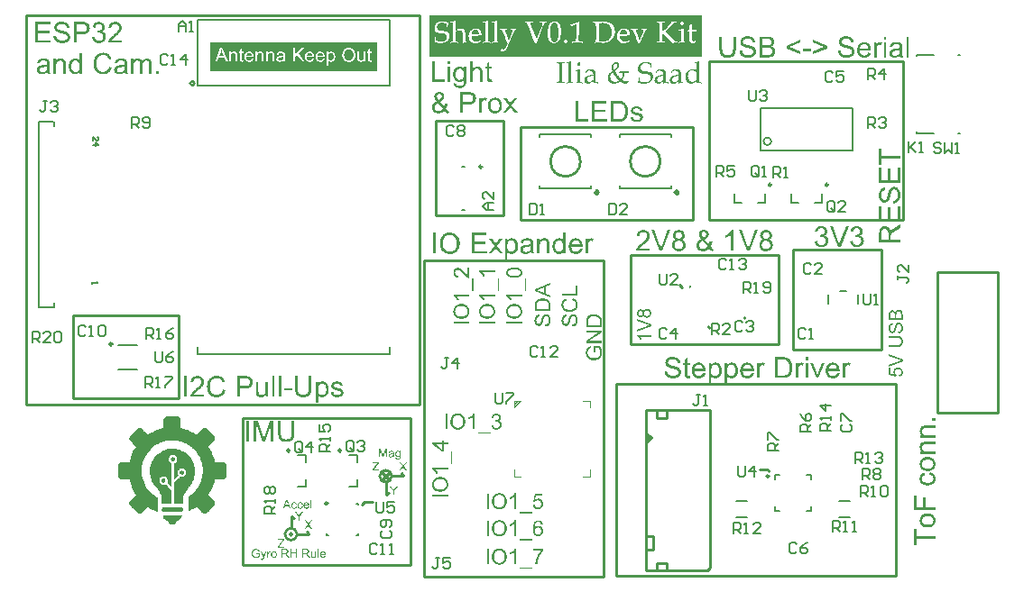
<source format=gto>
G04 Layer_Color=15132400*
%FSLAX25Y25*%
%MOIN*%
G70*
G01*
G75*
%ADD53C,0.01000*%
%ADD54C,0.00800*%
%ADD67C,0.00984*%
%ADD68C,0.00787*%
%ADD69C,0.00394*%
%ADD70C,0.00400*%
G36*
X329087Y155519D02*
X328382D01*
Y160026D01*
X328367Y160019D01*
X328337Y159989D01*
X328277Y159936D01*
X328202Y159876D01*
X328104Y159801D01*
X327984Y159719D01*
X327857Y159629D01*
X327707Y159539D01*
X327699D01*
X327692Y159531D01*
X327669Y159516D01*
X327639Y159501D01*
X327557Y159456D01*
X327459Y159404D01*
X327347Y159344D01*
X327219Y159284D01*
X327092Y159224D01*
X326964Y159171D01*
Y159861D01*
X326972D01*
X326994Y159876D01*
X327024Y159891D01*
X327062Y159914D01*
X327114Y159936D01*
X327174Y159974D01*
X327317Y160049D01*
X327474Y160146D01*
X327654Y160266D01*
X327827Y160394D01*
X327999Y160536D01*
X328007Y160544D01*
X328022Y160551D01*
X328044Y160574D01*
X328074Y160604D01*
X328149Y160679D01*
X328247Y160784D01*
X328344Y160896D01*
X328449Y161031D01*
X328547Y161166D01*
X328629Y161309D01*
X329087D01*
Y155519D01*
D02*
G37*
G36*
X337524Y161301D02*
X337584Y161294D01*
X337652Y161286D01*
X337727Y161279D01*
X337809Y161264D01*
X337982Y161219D01*
X338169Y161151D01*
X338267Y161106D01*
X338357Y161054D01*
X338447Y160994D01*
X338529Y160926D01*
X338537Y160919D01*
X338552Y160911D01*
X338567Y160889D01*
X338597Y160859D01*
X338634Y160814D01*
X338672Y160769D01*
X338717Y160716D01*
X338762Y160649D01*
X338807Y160581D01*
X338852Y160499D01*
X338889Y160416D01*
X338934Y160319D01*
X339009Y160116D01*
X339032Y159996D01*
X339054Y159876D01*
X338349Y159824D01*
Y159831D01*
X338342Y159839D01*
Y159861D01*
X338334Y159891D01*
X338312Y159966D01*
X338282Y160056D01*
X338244Y160154D01*
X338192Y160251D01*
X338139Y160341D01*
X338079Y160424D01*
X338064Y160439D01*
X338027Y160469D01*
X337967Y160521D01*
X337884Y160574D01*
X337779Y160626D01*
X337659Y160679D01*
X337517Y160709D01*
X337367Y160724D01*
X337307D01*
X337247Y160716D01*
X337164Y160701D01*
X337074Y160679D01*
X336969Y160641D01*
X336872Y160596D01*
X336767Y160529D01*
X336752Y160521D01*
X336714Y160484D01*
X336654Y160431D01*
X336579Y160349D01*
X336497Y160251D01*
X336407Y160131D01*
X336324Y159989D01*
X336242Y159824D01*
Y159816D01*
X336234Y159801D01*
X336227Y159779D01*
X336212Y159741D01*
X336197Y159689D01*
X336182Y159629D01*
X336167Y159561D01*
X336144Y159486D01*
X336129Y159396D01*
X336114Y159291D01*
X336099Y159186D01*
X336084Y159066D01*
X336069Y158939D01*
X336054Y158796D01*
X336047Y158646D01*
Y158496D01*
X336062Y158504D01*
X336092Y158556D01*
X336144Y158624D01*
X336219Y158706D01*
X336309Y158804D01*
X336414Y158894D01*
X336534Y158991D01*
X336669Y159066D01*
X336677D01*
X336684Y159074D01*
X336707Y159081D01*
X336737Y159096D01*
X336804Y159126D01*
X336902Y159164D01*
X337022Y159201D01*
X337149Y159231D01*
X337292Y159254D01*
X337442Y159261D01*
X337509D01*
X337562Y159254D01*
X337622Y159246D01*
X337697Y159231D01*
X337772Y159216D01*
X337862Y159194D01*
X337952Y159171D01*
X338049Y159134D01*
X338147Y159089D01*
X338252Y159044D01*
X338357Y158976D01*
X338454Y158909D01*
X338552Y158826D01*
X338649Y158736D01*
X338657Y158729D01*
X338672Y158714D01*
X338694Y158684D01*
X338732Y158639D01*
X338769Y158586D01*
X338807Y158526D01*
X338852Y158451D01*
X338904Y158369D01*
X338949Y158279D01*
X338994Y158174D01*
X339032Y158069D01*
X339077Y157949D01*
X339107Y157814D01*
X339129Y157679D01*
X339144Y157536D01*
X339152Y157386D01*
Y157379D01*
Y157364D01*
Y157334D01*
Y157296D01*
X339144Y157244D01*
X339137Y157191D01*
X339122Y157056D01*
X339092Y156906D01*
X339054Y156734D01*
X338994Y156561D01*
X338912Y156381D01*
Y156374D01*
X338904Y156359D01*
X338889Y156336D01*
X338867Y156306D01*
X338814Y156224D01*
X338747Y156119D01*
X338649Y156006D01*
X338544Y155886D01*
X338417Y155774D01*
X338267Y155669D01*
X338259D01*
X338252Y155661D01*
X338229Y155646D01*
X338199Y155631D01*
X338154Y155609D01*
X338109Y155594D01*
X337997Y155549D01*
X337862Y155496D01*
X337704Y155459D01*
X337532Y155429D01*
X337344Y155421D01*
X337307D01*
X337262Y155429D01*
X337194D01*
X337119Y155444D01*
X337037Y155459D01*
X336939Y155474D01*
X336834Y155504D01*
X336722Y155534D01*
X336602Y155579D01*
X336482Y155631D01*
X336362Y155691D01*
X336242Y155766D01*
X336122Y155856D01*
X336009Y155954D01*
X335897Y156066D01*
X335889Y156074D01*
X335874Y156096D01*
X335844Y156134D01*
X335807Y156194D01*
X335769Y156261D01*
X335724Y156351D01*
X335672Y156456D01*
X335619Y156576D01*
X335567Y156719D01*
X335514Y156876D01*
X335469Y157056D01*
X335432Y157244D01*
X335394Y157461D01*
X335364Y157694D01*
X335349Y157941D01*
X335342Y158211D01*
Y158219D01*
Y158234D01*
Y158256D01*
Y158286D01*
Y158324D01*
X335349Y158369D01*
Y158481D01*
X335364Y158624D01*
X335372Y158781D01*
X335394Y158954D01*
X335417Y159141D01*
X335454Y159336D01*
X335492Y159539D01*
X335544Y159741D01*
X335604Y159944D01*
X335672Y160139D01*
X335754Y160319D01*
X335852Y160491D01*
X335957Y160641D01*
X335964Y160649D01*
X335979Y160671D01*
X336009Y160701D01*
X336054Y160746D01*
X336107Y160799D01*
X336174Y160851D01*
X336257Y160911D01*
X336339Y160979D01*
X336437Y161039D01*
X336549Y161099D01*
X336669Y161151D01*
X336797Y161204D01*
X336939Y161249D01*
X337089Y161279D01*
X337247Y161301D01*
X337412Y161309D01*
X337479D01*
X337524Y161301D01*
D02*
G37*
G36*
X304000Y170000D02*
X298233D01*
Y170765D01*
X304000D01*
Y170000D01*
D02*
G37*
G36*
X319104Y155519D02*
X318339D01*
Y161286D01*
X319104D01*
Y155519D01*
D02*
G37*
G36*
X338927Y170536D02*
X336624D01*
X336317Y168976D01*
X336324Y168984D01*
X336339Y168991D01*
X336369Y169014D01*
X336407Y169036D01*
X336452Y169059D01*
X336512Y169096D01*
X336572Y169126D01*
X336647Y169164D01*
X336812Y169231D01*
X336992Y169284D01*
X337194Y169329D01*
X337299Y169336D01*
X337404Y169344D01*
X337479D01*
X337532Y169336D01*
X337592Y169329D01*
X337667Y169314D01*
X337749Y169299D01*
X337847Y169276D01*
X337944Y169254D01*
X338042Y169216D01*
X338147Y169171D01*
X338259Y169126D01*
X338364Y169059D01*
X338469Y168991D01*
X338574Y168909D01*
X338672Y168819D01*
X338679Y168811D01*
X338694Y168796D01*
X338717Y168766D01*
X338754Y168721D01*
X338792Y168669D01*
X338837Y168609D01*
X338889Y168534D01*
X338934Y168451D01*
X338987Y168361D01*
X339032Y168256D01*
X339077Y168151D01*
X339114Y168031D01*
X339152Y167896D01*
X339174Y167761D01*
X339189Y167619D01*
X339197Y167469D01*
Y167461D01*
Y167431D01*
Y167394D01*
X339189Y167341D01*
X339182Y167274D01*
X339174Y167191D01*
X339159Y167101D01*
X339137Y167011D01*
X339084Y166794D01*
X339047Y166681D01*
X339002Y166569D01*
X338949Y166456D01*
X338889Y166344D01*
X338822Y166231D01*
X338739Y166119D01*
X338732Y166111D01*
X338717Y166089D01*
X338679Y166051D01*
X338634Y166014D01*
X338582Y165954D01*
X338514Y165901D01*
X338432Y165834D01*
X338342Y165774D01*
X338237Y165706D01*
X338124Y165639D01*
X338004Y165586D01*
X337869Y165534D01*
X337719Y165489D01*
X337562Y165451D01*
X337397Y165429D01*
X337224Y165421D01*
X337149D01*
X337097Y165429D01*
X337029Y165436D01*
X336947Y165444D01*
X336864Y165459D01*
X336767Y165474D01*
X336564Y165526D01*
X336459Y165564D01*
X336354Y165609D01*
X336242Y165654D01*
X336137Y165714D01*
X336039Y165781D01*
X335942Y165856D01*
X335934Y165864D01*
X335919Y165879D01*
X335897Y165901D01*
X335867Y165939D01*
X335822Y165984D01*
X335784Y166036D01*
X335732Y166096D01*
X335687Y166171D01*
X335634Y166246D01*
X335589Y166336D01*
X335537Y166434D01*
X335499Y166539D01*
X335454Y166651D01*
X335424Y166764D01*
X335394Y166891D01*
X335379Y167026D01*
X336122Y167079D01*
Y167071D01*
X336129Y167056D01*
Y167026D01*
X336137Y166989D01*
X336152Y166944D01*
X336167Y166891D01*
X336197Y166779D01*
X336249Y166644D01*
X336317Y166509D01*
X336399Y166381D01*
X336497Y166269D01*
X336512Y166261D01*
X336549Y166231D01*
X336617Y166186D01*
X336699Y166141D01*
X336804Y166089D01*
X336932Y166051D01*
X337067Y166021D01*
X337224Y166006D01*
X337277D01*
X337314Y166014D01*
X337352Y166021D01*
X337404Y166029D01*
X337524Y166051D01*
X337667Y166096D01*
X337809Y166171D01*
X337884Y166209D01*
X337959Y166261D01*
X338027Y166321D01*
X338094Y166389D01*
X338102Y166396D01*
X338109Y166404D01*
X338124Y166426D01*
X338147Y166456D01*
X338177Y166494D01*
X338207Y166546D01*
X338237Y166599D01*
X338274Y166659D01*
X338334Y166809D01*
X338394Y166981D01*
X338432Y167184D01*
X338447Y167289D01*
Y167409D01*
Y167416D01*
Y167439D01*
Y167469D01*
X338439Y167506D01*
Y167559D01*
X338432Y167619D01*
X338402Y167754D01*
X338364Y167911D01*
X338304Y168069D01*
X338222Y168226D01*
X338169Y168301D01*
X338109Y168369D01*
Y168376D01*
X338094Y168384D01*
X338072Y168399D01*
X338049Y168421D01*
X337974Y168481D01*
X337869Y168549D01*
X337742Y168609D01*
X337592Y168669D01*
X337412Y168706D01*
X337322Y168721D01*
X337157D01*
X337097Y168714D01*
X337007Y168699D01*
X336917Y168684D01*
X336812Y168654D01*
X336699Y168609D01*
X336594Y168556D01*
X336579Y168549D01*
X336549Y168526D01*
X336504Y168496D01*
X336444Y168444D01*
X336377Y168391D01*
X336302Y168316D01*
X336234Y168241D01*
X336174Y168151D01*
X335507Y168249D01*
X336062Y171211D01*
X338927D01*
Y170536D01*
D02*
G37*
G36*
X335132Y153921D02*
X330444D01*
Y154431D01*
X335132D01*
Y153921D01*
D02*
G37*
G36*
X323109Y161376D02*
X323177Y161369D01*
X323259Y161361D01*
X323349Y161354D01*
X323454Y161339D01*
X323672Y161294D01*
X323912Y161226D01*
X324039Y161181D01*
X324159Y161129D01*
X324287Y161069D01*
X324407Y161001D01*
X324414Y160994D01*
X324437Y160986D01*
X324467Y160964D01*
X324512Y160934D01*
X324564Y160889D01*
X324632Y160844D01*
X324699Y160791D01*
X324774Y160724D01*
X324849Y160656D01*
X324932Y160574D01*
X325014Y160484D01*
X325097Y160394D01*
X325172Y160289D01*
X325247Y160176D01*
X325389Y159936D01*
X325397Y159929D01*
X325404Y159906D01*
X325419Y159869D01*
X325442Y159816D01*
X325464Y159749D01*
X325494Y159674D01*
X325524Y159584D01*
X325562Y159486D01*
X325592Y159381D01*
X325622Y159261D01*
X325652Y159134D01*
X325674Y158999D01*
X325712Y158706D01*
X325727Y158549D01*
Y158391D01*
Y158384D01*
Y158354D01*
Y158309D01*
X325719Y158241D01*
Y158166D01*
X325712Y158076D01*
X325697Y157979D01*
X325682Y157866D01*
X325659Y157746D01*
X325637Y157619D01*
X325577Y157356D01*
X325487Y157086D01*
X325427Y156951D01*
X325367Y156816D01*
X325359Y156809D01*
X325352Y156786D01*
X325329Y156749D01*
X325299Y156704D01*
X325262Y156644D01*
X325224Y156576D01*
X325172Y156509D01*
X325112Y156426D01*
X325044Y156344D01*
X324969Y156261D01*
X324797Y156089D01*
X324594Y155916D01*
X324482Y155841D01*
X324362Y155774D01*
X324354D01*
X324332Y155759D01*
X324294Y155744D01*
X324249Y155721D01*
X324189Y155691D01*
X324122Y155661D01*
X324039Y155631D01*
X323949Y155601D01*
X323844Y155564D01*
X323739Y155534D01*
X323499Y155474D01*
X323244Y155436D01*
X323109Y155429D01*
X322967Y155421D01*
X322884D01*
X322832Y155429D01*
X322757Y155436D01*
X322674Y155444D01*
X322584Y155451D01*
X322479Y155474D01*
X322254Y155519D01*
X322007Y155586D01*
X321879Y155631D01*
X321759Y155684D01*
X321632Y155744D01*
X321512Y155811D01*
X321504Y155819D01*
X321482Y155826D01*
X321452Y155849D01*
X321407Y155886D01*
X321354Y155924D01*
X321294Y155969D01*
X321227Y156029D01*
X321152Y156089D01*
X321077Y156164D01*
X320994Y156246D01*
X320912Y156336D01*
X320837Y156426D01*
X320679Y156644D01*
X320544Y156884D01*
Y156891D01*
X320529Y156914D01*
X320514Y156951D01*
X320492Y157004D01*
X320469Y157064D01*
X320439Y157139D01*
X320409Y157229D01*
X320379Y157319D01*
X320349Y157424D01*
X320319Y157536D01*
X320267Y157776D01*
X320229Y158046D01*
X320222Y158181D01*
X320214Y158324D01*
Y158331D01*
Y158339D01*
Y158361D01*
Y158384D01*
X320222Y158459D01*
X320229Y158564D01*
X320237Y158684D01*
X320252Y158819D01*
X320282Y158976D01*
X320312Y159141D01*
X320349Y159321D01*
X320402Y159501D01*
X320462Y159689D01*
X320537Y159876D01*
X320627Y160056D01*
X320724Y160236D01*
X320844Y160409D01*
X320979Y160566D01*
X320987Y160574D01*
X321017Y160604D01*
X321062Y160641D01*
X321122Y160694D01*
X321197Y160754D01*
X321287Y160829D01*
X321399Y160896D01*
X321519Y160979D01*
X321654Y161054D01*
X321804Y161129D01*
X321969Y161196D01*
X322149Y161256D01*
X322337Y161309D01*
X322539Y161346D01*
X322749Y161376D01*
X322974Y161384D01*
X323049D01*
X323109Y161376D01*
D02*
G37*
G36*
X301277Y177380D02*
X301353D01*
X301443Y177373D01*
X301540Y177357D01*
X301653Y177342D01*
X301772Y177320D01*
X301900Y177297D01*
X302163Y177237D01*
X302432Y177147D01*
X302568Y177087D01*
X302702Y177027D01*
X302710Y177020D01*
X302732Y177013D01*
X302770Y176990D01*
X302815Y176960D01*
X302875Y176923D01*
X302942Y176885D01*
X303010Y176832D01*
X303093Y176772D01*
X303175Y176705D01*
X303257Y176630D01*
X303430Y176458D01*
X303603Y176255D01*
X303678Y176143D01*
X303745Y176023D01*
Y176015D01*
X303760Y175993D01*
X303775Y175955D01*
X303798Y175910D01*
X303828Y175850D01*
X303857Y175783D01*
X303888Y175700D01*
X303918Y175610D01*
X303955Y175505D01*
X303985Y175400D01*
X304045Y175160D01*
X304082Y174905D01*
X304090Y174770D01*
X304098Y174627D01*
Y174620D01*
Y174590D01*
Y174545D01*
X304090Y174493D01*
X304082Y174417D01*
X304075Y174335D01*
X304067Y174245D01*
X304045Y174140D01*
X304000Y173915D01*
X303932Y173668D01*
X303888Y173540D01*
X303835Y173420D01*
X303775Y173293D01*
X303708Y173172D01*
X303700Y173165D01*
X303693Y173143D01*
X303670Y173112D01*
X303632Y173067D01*
X303595Y173015D01*
X303550Y172955D01*
X303490Y172888D01*
X303430Y172812D01*
X303355Y172738D01*
X303273Y172655D01*
X303183Y172573D01*
X303093Y172497D01*
X302875Y172340D01*
X302635Y172205D01*
X302627D01*
X302605Y172190D01*
X302568Y172175D01*
X302515Y172152D01*
X302455Y172130D01*
X302380Y172100D01*
X302290Y172070D01*
X302200Y172040D01*
X302095Y172010D01*
X301982Y171980D01*
X301743Y171927D01*
X301472Y171890D01*
X301338Y171882D01*
X301195Y171875D01*
X301135D01*
X301060Y171882D01*
X300955Y171890D01*
X300835Y171897D01*
X300700Y171913D01*
X300542Y171942D01*
X300377Y171973D01*
X300198Y172010D01*
X300017Y172063D01*
X299830Y172123D01*
X299642Y172197D01*
X299463Y172287D01*
X299283Y172385D01*
X299110Y172505D01*
X298953Y172640D01*
X298945Y172648D01*
X298915Y172678D01*
X298878Y172722D01*
X298825Y172783D01*
X298765Y172857D01*
X298690Y172948D01*
X298622Y173060D01*
X298540Y173180D01*
X298465Y173315D01*
X298390Y173465D01*
X298323Y173630D01*
X298263Y173810D01*
X298210Y173997D01*
X298172Y174200D01*
X298143Y174410D01*
X298135Y174635D01*
Y174643D01*
Y174672D01*
Y174710D01*
X298143Y174770D01*
X298150Y174838D01*
X298158Y174920D01*
X298165Y175010D01*
X298180Y175115D01*
X298225Y175332D01*
X298292Y175573D01*
X298338Y175700D01*
X298390Y175820D01*
X298450Y175947D01*
X298517Y176067D01*
X298525Y176075D01*
X298533Y176098D01*
X298555Y176128D01*
X298585Y176172D01*
X298630Y176225D01*
X298675Y176293D01*
X298727Y176360D01*
X298795Y176435D01*
X298863Y176510D01*
X298945Y176593D01*
X299035Y176675D01*
X299125Y176758D01*
X299230Y176832D01*
X299342Y176908D01*
X299583Y177050D01*
X299590Y177058D01*
X299612Y177065D01*
X299650Y177080D01*
X299703Y177102D01*
X299770Y177125D01*
X299845Y177155D01*
X299935Y177185D01*
X300032Y177223D01*
X300137Y177252D01*
X300257Y177283D01*
X300385Y177313D01*
X300520Y177335D01*
X300813Y177373D01*
X300970Y177387D01*
X301210D01*
X301277Y177380D01*
D02*
G37*
G36*
X307770Y200857D02*
X307838Y200850D01*
X307920Y200842D01*
X308010Y200835D01*
X308115Y200820D01*
X308332Y200775D01*
X308573Y200708D01*
X308700Y200662D01*
X308820Y200610D01*
X308947Y200550D01*
X309068Y200483D01*
X309075Y200475D01*
X309098Y200467D01*
X309127Y200445D01*
X309173Y200415D01*
X309225Y200370D01*
X309293Y200325D01*
X309360Y200272D01*
X309435Y200205D01*
X309510Y200137D01*
X309593Y200055D01*
X309675Y199965D01*
X309757Y199875D01*
X309833Y199770D01*
X309908Y199657D01*
X310050Y199417D01*
X310057Y199410D01*
X310065Y199388D01*
X310080Y199350D01*
X310103Y199297D01*
X310125Y199230D01*
X310155Y199155D01*
X310185Y199065D01*
X310223Y198968D01*
X310252Y198863D01*
X310282Y198742D01*
X310313Y198615D01*
X310335Y198480D01*
X310372Y198187D01*
X310387Y198030D01*
Y197872D01*
Y197865D01*
Y197835D01*
Y197790D01*
X310380Y197722D01*
Y197648D01*
X310372Y197557D01*
X310357Y197460D01*
X310343Y197347D01*
X310320Y197228D01*
X310297Y197100D01*
X310238Y196837D01*
X310148Y196567D01*
X310087Y196432D01*
X310028Y196298D01*
X310020Y196290D01*
X310013Y196267D01*
X309990Y196230D01*
X309960Y196185D01*
X309923Y196125D01*
X309885Y196057D01*
X309833Y195990D01*
X309772Y195907D01*
X309705Y195825D01*
X309630Y195742D01*
X309457Y195570D01*
X309255Y195397D01*
X309142Y195323D01*
X309022Y195255D01*
X309015D01*
X308993Y195240D01*
X308955Y195225D01*
X308910Y195203D01*
X308850Y195173D01*
X308783Y195142D01*
X308700Y195113D01*
X308610Y195082D01*
X308505Y195045D01*
X308400Y195015D01*
X308160Y194955D01*
X307905Y194918D01*
X307770Y194910D01*
X307628Y194903D01*
X307545D01*
X307492Y194910D01*
X307417Y194918D01*
X307335Y194925D01*
X307245Y194932D01*
X307140Y194955D01*
X306915Y195000D01*
X306667Y195068D01*
X306540Y195113D01*
X306420Y195165D01*
X306293Y195225D01*
X306172Y195292D01*
X306165Y195300D01*
X306142Y195308D01*
X306113Y195330D01*
X306067Y195368D01*
X306015Y195405D01*
X305955Y195450D01*
X305888Y195510D01*
X305813Y195570D01*
X305737Y195645D01*
X305655Y195728D01*
X305573Y195817D01*
X305498Y195907D01*
X305340Y196125D01*
X305205Y196365D01*
Y196372D01*
X305190Y196395D01*
X305175Y196432D01*
X305153Y196485D01*
X305130Y196545D01*
X305100Y196620D01*
X305070Y196710D01*
X305040Y196800D01*
X305010Y196905D01*
X304980Y197018D01*
X304927Y197257D01*
X304890Y197528D01*
X304883Y197662D01*
X304875Y197805D01*
Y197812D01*
Y197820D01*
Y197843D01*
Y197865D01*
X304883Y197940D01*
X304890Y198045D01*
X304897Y198165D01*
X304912Y198300D01*
X304942Y198458D01*
X304973Y198623D01*
X305010Y198802D01*
X305063Y198983D01*
X305122Y199170D01*
X305198Y199357D01*
X305288Y199538D01*
X305385Y199717D01*
X305505Y199890D01*
X305640Y200047D01*
X305647Y200055D01*
X305678Y200085D01*
X305722Y200122D01*
X305783Y200175D01*
X305857Y200235D01*
X305947Y200310D01*
X306060Y200377D01*
X306180Y200460D01*
X306315Y200535D01*
X306465Y200610D01*
X306630Y200677D01*
X306810Y200738D01*
X306997Y200790D01*
X307200Y200828D01*
X307410Y200857D01*
X307635Y200865D01*
X307710D01*
X307770Y200857D01*
D02*
G37*
G36*
X303765Y195000D02*
X303000D01*
Y200767D01*
X303765D01*
Y195000D01*
D02*
G37*
G36*
X313748D02*
X313042D01*
Y199507D01*
X313028Y199500D01*
X312998Y199470D01*
X312937Y199417D01*
X312862Y199357D01*
X312765Y199283D01*
X312645Y199200D01*
X312517Y199110D01*
X312368Y199020D01*
X312360D01*
X312352Y199012D01*
X312330Y198997D01*
X312300Y198983D01*
X312217Y198937D01*
X312120Y198885D01*
X312007Y198825D01*
X311880Y198765D01*
X311753Y198705D01*
X311625Y198653D01*
Y199343D01*
X311632D01*
X311655Y199357D01*
X311685Y199372D01*
X311722Y199395D01*
X311775Y199417D01*
X311835Y199455D01*
X311978Y199530D01*
X312135Y199627D01*
X312315Y199748D01*
X312488Y199875D01*
X312660Y200017D01*
X312667Y200025D01*
X312683Y200032D01*
X312705Y200055D01*
X312735Y200085D01*
X312810Y200160D01*
X312908Y200265D01*
X313005Y200377D01*
X313110Y200513D01*
X313208Y200647D01*
X313290Y200790D01*
X313748D01*
Y195000D01*
D02*
G37*
G36*
X319793Y193403D02*
X315105D01*
Y193912D01*
X319793D01*
Y193403D01*
D02*
G37*
G36*
X304000Y180043D02*
X299493D01*
X299500Y180027D01*
X299530Y179998D01*
X299583Y179938D01*
X299642Y179862D01*
X299717Y179765D01*
X299800Y179645D01*
X299890Y179517D01*
X299980Y179367D01*
Y179360D01*
X299988Y179352D01*
X300003Y179330D01*
X300017Y179300D01*
X300062Y179218D01*
X300115Y179120D01*
X300175Y179007D01*
X300235Y178880D01*
X300295Y178753D01*
X300347Y178625D01*
X299658D01*
Y178632D01*
X299642Y178655D01*
X299627Y178685D01*
X299605Y178723D01*
X299583Y178775D01*
X299545Y178835D01*
X299470Y178978D01*
X299373Y179135D01*
X299253Y179315D01*
X299125Y179488D01*
X298983Y179660D01*
X298975Y179667D01*
X298968Y179683D01*
X298945Y179705D01*
X298915Y179735D01*
X298840Y179810D01*
X298735Y179908D01*
X298622Y180005D01*
X298487Y180110D01*
X298353Y180208D01*
X298210Y180290D01*
Y180747D01*
X304000D01*
Y180043D01*
D02*
G37*
G36*
X305597Y182105D02*
X305087D01*
Y186793D01*
X305597D01*
Y182105D01*
D02*
G37*
G36*
X302620Y190010D02*
X304000D01*
Y189305D01*
X302620D01*
Y186800D01*
X301968D01*
X298233Y189433D01*
Y190010D01*
X301968D01*
Y190790D01*
X302620D01*
Y190010D01*
D02*
G37*
G36*
X329087Y165519D02*
X328382D01*
Y170026D01*
X328367Y170019D01*
X328337Y169989D01*
X328277Y169936D01*
X328202Y169876D01*
X328104Y169801D01*
X327984Y169719D01*
X327857Y169629D01*
X327707Y169539D01*
X327699D01*
X327692Y169531D01*
X327669Y169516D01*
X327639Y169501D01*
X327557Y169456D01*
X327459Y169404D01*
X327347Y169344D01*
X327219Y169284D01*
X327092Y169224D01*
X326964Y169171D01*
Y169861D01*
X326972D01*
X326994Y169876D01*
X327024Y169891D01*
X327062Y169914D01*
X327114Y169936D01*
X327174Y169974D01*
X327317Y170049D01*
X327474Y170146D01*
X327654Y170266D01*
X327827Y170394D01*
X327999Y170536D01*
X328007Y170544D01*
X328022Y170551D01*
X328044Y170574D01*
X328074Y170604D01*
X328149Y170679D01*
X328247Y170784D01*
X328344Y170896D01*
X328449Y171031D01*
X328547Y171166D01*
X328629Y171309D01*
X329087D01*
Y165519D01*
D02*
G37*
G36*
X339780Y265680D02*
X339910Y265670D01*
X340050Y265640D01*
X340210Y265610D01*
X340370Y265560D01*
X340530Y265500D01*
X340550Y265490D01*
X340600Y265470D01*
X340670Y265430D01*
X340770Y265370D01*
X340870Y265310D01*
X340970Y265230D01*
X341070Y265130D01*
X341160Y265030D01*
X341170Y265020D01*
X341190Y264980D01*
X341230Y264920D01*
X341280Y264830D01*
X341320Y264730D01*
X341370Y264610D01*
X341410Y264480D01*
X341450Y264330D01*
Y264320D01*
X341460Y264280D01*
X341470Y264210D01*
X341480Y264120D01*
X341490Y263990D01*
X341500Y263840D01*
X341510Y263650D01*
Y263420D01*
Y260000D01*
X340570D01*
Y263380D01*
Y263390D01*
Y263410D01*
Y263430D01*
Y263470D01*
X340560Y263580D01*
Y263700D01*
X340540Y263840D01*
X340520Y263980D01*
X340490Y264110D01*
X340450Y264230D01*
Y264240D01*
X340430Y264280D01*
X340400Y264330D01*
X340360Y264400D01*
X340310Y264470D01*
X340240Y264550D01*
X340160Y264620D01*
X340060Y264690D01*
X340050Y264700D01*
X340010Y264720D01*
X339950Y264750D01*
X339870Y264780D01*
X339780Y264810D01*
X339670Y264840D01*
X339540Y264860D01*
X339410Y264870D01*
X339350D01*
X339310Y264860D01*
X339190Y264850D01*
X339050Y264820D01*
X338890Y264780D01*
X338710Y264710D01*
X338530Y264610D01*
X338360Y264480D01*
X338340Y264460D01*
X338320Y264440D01*
X338290Y264400D01*
X338260Y264360D01*
X338220Y264300D01*
X338190Y264240D01*
X338150Y264160D01*
X338110Y264060D01*
X338070Y263960D01*
X338030Y263840D01*
X338000Y263710D01*
X337970Y263560D01*
X337950Y263400D01*
X337940Y263220D01*
X337930Y263030D01*
Y260000D01*
X336990D01*
Y265570D01*
X337840D01*
Y264770D01*
X337850Y264780D01*
X337870Y264810D01*
X337900Y264860D01*
X337950Y264910D01*
X338020Y264980D01*
X338090Y265060D01*
X338180Y265140D01*
X338290Y265230D01*
X338410Y265320D01*
X338540Y265400D01*
X338680Y265480D01*
X338840Y265550D01*
X339010Y265610D01*
X339190Y265650D01*
X339390Y265680D01*
X339600Y265690D01*
X339690D01*
X339780Y265680D01*
D02*
G37*
G36*
X327640D02*
X327700D01*
X327780Y265670D01*
X327950Y265640D01*
X328140Y265600D01*
X328360Y265530D01*
X328570Y265440D01*
X328780Y265320D01*
X328790D01*
X328800Y265300D01*
X328830Y265280D01*
X328870Y265250D01*
X328970Y265170D01*
X329090Y265050D01*
X329220Y264900D01*
X329360Y264730D01*
X329490Y264520D01*
X329610Y264280D01*
Y264270D01*
X329620Y264250D01*
X329640Y264210D01*
X329650Y264160D01*
X329680Y264100D01*
X329700Y264030D01*
X329720Y263940D01*
X329750Y263850D01*
X329800Y263630D01*
X329850Y263390D01*
X329880Y263110D01*
X329890Y262820D01*
Y262810D01*
Y262780D01*
Y262740D01*
Y262680D01*
X329880Y262600D01*
X329870Y262510D01*
X329860Y262420D01*
X329850Y262310D01*
X329810Y262070D01*
X329760Y261810D01*
X329680Y261540D01*
X329580Y261280D01*
Y261270D01*
X329570Y261250D01*
X329550Y261220D01*
X329520Y261170D01*
X329490Y261110D01*
X329450Y261050D01*
X329350Y260900D01*
X329220Y260730D01*
X329070Y260550D01*
X328890Y260390D01*
X328680Y260240D01*
X328670D01*
X328650Y260220D01*
X328620Y260210D01*
X328580Y260180D01*
X328530Y260160D01*
X328460Y260130D01*
X328310Y260060D01*
X328130Y259990D01*
X327920Y259940D01*
X327690Y259900D01*
X327450Y259880D01*
X327370D01*
X327280Y259890D01*
X327170Y259910D01*
X327040Y259930D01*
X326890Y259960D01*
X326750Y260010D01*
X326600Y260080D01*
X326580Y260090D01*
X326540Y260120D01*
X326470Y260160D01*
X326390Y260220D01*
X326290Y260290D01*
X326190Y260380D01*
X326090Y260470D01*
X325990Y260580D01*
Y257870D01*
X325050D01*
Y265570D01*
X325910D01*
Y264840D01*
X325920Y264860D01*
X325960Y264910D01*
X326030Y264980D01*
X326110Y265080D01*
X326210Y265180D01*
X326320Y265280D01*
X326450Y265380D01*
X326590Y265470D01*
X326610Y265480D01*
X326660Y265500D01*
X326740Y265540D01*
X326850Y265580D01*
X326990Y265620D01*
X327150Y265660D01*
X327330Y265680D01*
X327520Y265690D01*
X327590D01*
X327640Y265680D01*
D02*
G37*
G36*
X347440Y260000D02*
X346560D01*
Y260710D01*
X346550Y260700D01*
X346540Y260670D01*
X346500Y260630D01*
X346460Y260580D01*
X346410Y260520D01*
X346340Y260450D01*
X346260Y260370D01*
X346170Y260300D01*
X346060Y260220D01*
X345950Y260140D01*
X345820Y260070D01*
X345680Y260010D01*
X345530Y259960D01*
X345360Y259920D01*
X345190Y259890D01*
X345000Y259880D01*
X344930D01*
X344890Y259890D01*
X344830D01*
X344760Y259900D01*
X344600Y259930D01*
X344410Y259970D01*
X344200Y260030D01*
X343980Y260120D01*
X343770Y260240D01*
X343760D01*
X343750Y260260D01*
X343720Y260280D01*
X343680Y260310D01*
X343580Y260390D01*
X343460Y260510D01*
X343320Y260650D01*
X343180Y260830D01*
X343040Y261030D01*
X342910Y261260D01*
Y261270D01*
X342900Y261290D01*
X342880Y261330D01*
X342860Y261380D01*
X342840Y261440D01*
X342820Y261510D01*
X342790Y261600D01*
X342760Y261700D01*
X342710Y261920D01*
X342660Y262180D01*
X342620Y262460D01*
X342610Y262770D01*
Y262780D01*
Y262810D01*
Y262850D01*
Y262910D01*
X342620Y262990D01*
Y263070D01*
X342630Y263170D01*
X342640Y263270D01*
X342680Y263510D01*
X342720Y263760D01*
X342790Y264020D01*
X342880Y264280D01*
Y264290D01*
X342890Y264310D01*
X342910Y264350D01*
X342930Y264390D01*
X342960Y264450D01*
X343000Y264510D01*
X343090Y264670D01*
X343210Y264830D01*
X343350Y265010D01*
X343520Y265170D01*
X343710Y265320D01*
X343720D01*
X343740Y265340D01*
X343770Y265350D01*
X343810Y265380D01*
X343860Y265410D01*
X343920Y265440D01*
X344080Y265510D01*
X344260Y265570D01*
X344470Y265630D01*
X344710Y265670D01*
X344960Y265690D01*
X345040D01*
X345140Y265680D01*
X345260Y265660D01*
X345400Y265640D01*
X345550Y265600D01*
X345700Y265540D01*
X345850Y265470D01*
X345870Y265460D01*
X345920Y265430D01*
X345990Y265390D01*
X346080Y265320D01*
X346180Y265240D01*
X346290Y265150D01*
X346400Y265040D01*
X346500Y264920D01*
Y267690D01*
X347440D01*
Y260000D01*
D02*
G37*
G36*
X357120Y265670D02*
X357240Y265650D01*
X357390Y265610D01*
X357560Y265560D01*
X357730Y265480D01*
X357920Y265380D01*
X357590Y264510D01*
X357570Y264520D01*
X357530Y264540D01*
X357460Y264570D01*
X357370Y264610D01*
X357270Y264650D01*
X357150Y264680D01*
X357020Y264700D01*
X356890Y264710D01*
X356840D01*
X356780Y264700D01*
X356700Y264690D01*
X356620Y264660D01*
X356520Y264630D01*
X356430Y264580D01*
X356330Y264520D01*
X356320Y264510D01*
X356290Y264490D01*
X356250Y264440D01*
X356200Y264380D01*
X356140Y264310D01*
X356080Y264220D01*
X356030Y264120D01*
X355980Y264000D01*
Y263990D01*
X355970Y263980D01*
Y263950D01*
X355960Y263910D01*
X355930Y263810D01*
X355910Y263680D01*
X355880Y263510D01*
X355850Y263330D01*
X355840Y263120D01*
X355830Y262900D01*
Y260000D01*
X354890D01*
Y265570D01*
X355740D01*
Y264720D01*
X355750Y264740D01*
X355770Y264770D01*
X355790Y264810D01*
X355860Y264910D01*
X355930Y265030D01*
X356020Y265170D01*
X356120Y265300D01*
X356230Y265410D01*
X356330Y265500D01*
X356340Y265510D01*
X356380Y265530D01*
X356440Y265560D01*
X356510Y265600D01*
X356600Y265630D01*
X356710Y265660D01*
X356820Y265680D01*
X356940Y265690D01*
X357020D01*
X357120Y265670D01*
D02*
G37*
G36*
X318210Y266780D02*
X313680D01*
Y264440D01*
X317920D01*
Y263530D01*
X313680D01*
Y260910D01*
X318390D01*
Y260000D01*
X312660D01*
Y267690D01*
X318210D01*
Y266780D01*
D02*
G37*
G36*
X333620Y265680D02*
X333780Y265670D01*
X333960Y265650D01*
X334160Y265620D01*
X334340Y265580D01*
X334520Y265520D01*
X334530D01*
X334540Y265510D01*
X334590Y265490D01*
X334670Y265450D01*
X334770Y265400D01*
X334880Y265340D01*
X334990Y265270D01*
X335090Y265180D01*
X335180Y265090D01*
X335190Y265080D01*
X335210Y265050D01*
X335250Y264990D01*
X335300Y264920D01*
X335350Y264830D01*
X335400Y264720D01*
X335440Y264600D01*
X335480Y264460D01*
Y264450D01*
X335490Y264410D01*
X335500Y264350D01*
X335510Y264260D01*
Y264140D01*
X335520Y263990D01*
X335530Y263810D01*
Y263590D01*
Y262330D01*
Y262320D01*
Y262270D01*
Y262210D01*
Y262120D01*
Y262020D01*
Y261900D01*
Y261770D01*
X335540Y261630D01*
Y261350D01*
X335550Y261080D01*
X335560Y260950D01*
Y260840D01*
X335570Y260750D01*
X335580Y260670D01*
Y260650D01*
X335590Y260610D01*
X335610Y260540D01*
X335630Y260460D01*
X335670Y260350D01*
X335710Y260240D01*
X335760Y260120D01*
X335820Y260000D01*
X334830D01*
X334820Y260010D01*
X334810Y260050D01*
X334780Y260110D01*
X334760Y260200D01*
X334720Y260300D01*
X334700Y260420D01*
X334670Y260550D01*
X334650Y260700D01*
X334640D01*
X334630Y260680D01*
X334600Y260660D01*
X334560Y260630D01*
X334460Y260550D01*
X334320Y260450D01*
X334170Y260350D01*
X334000Y260240D01*
X333810Y260140D01*
X333630Y260060D01*
X333620D01*
X333610Y260050D01*
X333580Y260040D01*
X333550Y260030D01*
X333450Y260000D01*
X333320Y259970D01*
X333170Y259940D01*
X332990Y259910D01*
X332800Y259890D01*
X332600Y259880D01*
X332510D01*
X332450Y259890D01*
X332370D01*
X332280Y259900D01*
X332080Y259940D01*
X331850Y259990D01*
X331620Y260070D01*
X331390Y260180D01*
X331290Y260240D01*
X331190Y260320D01*
X331180Y260330D01*
X331170Y260340D01*
X331110Y260400D01*
X331040Y260500D01*
X330950Y260630D01*
X330860Y260800D01*
X330780Y260990D01*
X330720Y261210D01*
X330710Y261330D01*
X330700Y261460D01*
Y261480D01*
Y261530D01*
X330710Y261610D01*
X330720Y261710D01*
X330740Y261820D01*
X330780Y261950D01*
X330820Y262080D01*
X330880Y262210D01*
X330890Y262230D01*
X330910Y262270D01*
X330960Y262330D01*
X331010Y262410D01*
X331080Y262490D01*
X331170Y262580D01*
X331260Y262670D01*
X331370Y262750D01*
X331380Y262760D01*
X331420Y262780D01*
X331490Y262820D01*
X331570Y262870D01*
X331670Y262920D01*
X331780Y262970D01*
X331910Y263020D01*
X332050Y263060D01*
X332060D01*
X332100Y263070D01*
X332170Y263090D01*
X332260Y263100D01*
X332380Y263130D01*
X332520Y263150D01*
X332690Y263170D01*
X332890Y263200D01*
X332900D01*
X332940Y263210D01*
X333000D01*
X333080Y263230D01*
X333170Y263240D01*
X333280Y263250D01*
X333400Y263270D01*
X333530Y263290D01*
X333800Y263340D01*
X334080Y263400D01*
X334340Y263460D01*
X334460Y263500D01*
X334570Y263530D01*
Y263540D01*
Y263560D01*
Y263590D01*
X334580Y263630D01*
Y263710D01*
Y263750D01*
Y263770D01*
Y263780D01*
Y263800D01*
Y263830D01*
Y263860D01*
X334570Y263970D01*
X334550Y264090D01*
X334510Y264230D01*
X334470Y264360D01*
X334400Y264490D01*
X334310Y264590D01*
X334290Y264600D01*
X334240Y264640D01*
X334160Y264690D01*
X334040Y264750D01*
X333880Y264810D01*
X333700Y264860D01*
X333480Y264900D01*
X333230Y264910D01*
X333120D01*
X333000Y264900D01*
X332860Y264880D01*
X332690Y264850D01*
X332530Y264810D01*
X332370Y264750D01*
X332240Y264670D01*
X332230Y264660D01*
X332190Y264630D01*
X332130Y264570D01*
X332070Y264480D01*
X331990Y264370D01*
X331920Y264230D01*
X331840Y264050D01*
X331780Y263850D01*
X330860Y263980D01*
Y263990D01*
X330870Y264010D01*
Y264040D01*
X330880Y264080D01*
X330910Y264190D01*
X330960Y264320D01*
X331010Y264470D01*
X331080Y264630D01*
X331170Y264790D01*
X331270Y264930D01*
X331280Y264950D01*
X331320Y264990D01*
X331390Y265050D01*
X331480Y265140D01*
X331600Y265230D01*
X331740Y265320D01*
X331910Y265410D01*
X332100Y265490D01*
X332110D01*
X332130Y265500D01*
X332160Y265510D01*
X332200Y265520D01*
X332250Y265540D01*
X332310Y265550D01*
X332470Y265590D01*
X332650Y265630D01*
X332870Y265660D01*
X333110Y265680D01*
X333370Y265690D01*
X333550D01*
X333620Y265680D01*
D02*
G37*
G36*
X322220Y262890D02*
X324260Y260000D01*
X323110D01*
X321950Y261720D01*
X321680Y262150D01*
X320180Y260000D01*
X319040D01*
X321080Y262880D01*
X319190Y265570D01*
X320340D01*
X321230Y264250D01*
X321240Y264230D01*
X321270Y264190D01*
X321310Y264120D01*
X321360Y264040D01*
X321420Y263940D01*
X321490Y263840D01*
X321550Y263740D01*
X321610Y263640D01*
X321620Y263660D01*
X321650Y263700D01*
X321700Y263760D01*
X321750Y263840D01*
X321820Y263940D01*
X321890Y264040D01*
X322040Y264250D01*
X322980Y265570D01*
X324110D01*
X322220Y262890D01*
D02*
G37*
G36*
X335132Y143421D02*
X330444D01*
Y143931D01*
X335132D01*
Y143421D01*
D02*
G37*
G36*
Y163921D02*
X330444D01*
Y164431D01*
X335132D01*
Y163921D01*
D02*
G37*
G36*
X323109Y171376D02*
X323177Y171369D01*
X323259Y171361D01*
X323349Y171354D01*
X323454Y171339D01*
X323672Y171294D01*
X323912Y171226D01*
X324039Y171181D01*
X324159Y171129D01*
X324287Y171069D01*
X324407Y171001D01*
X324414Y170994D01*
X324437Y170986D01*
X324467Y170964D01*
X324512Y170934D01*
X324564Y170889D01*
X324632Y170844D01*
X324699Y170791D01*
X324774Y170724D01*
X324849Y170656D01*
X324932Y170574D01*
X325014Y170484D01*
X325097Y170394D01*
X325172Y170289D01*
X325247Y170176D01*
X325389Y169936D01*
X325397Y169929D01*
X325404Y169906D01*
X325419Y169869D01*
X325442Y169816D01*
X325464Y169749D01*
X325494Y169674D01*
X325524Y169584D01*
X325562Y169486D01*
X325592Y169381D01*
X325622Y169261D01*
X325652Y169134D01*
X325674Y168999D01*
X325712Y168706D01*
X325727Y168549D01*
Y168391D01*
Y168384D01*
Y168354D01*
Y168309D01*
X325719Y168241D01*
Y168166D01*
X325712Y168076D01*
X325697Y167979D01*
X325682Y167866D01*
X325659Y167746D01*
X325637Y167619D01*
X325577Y167356D01*
X325487Y167086D01*
X325427Y166951D01*
X325367Y166816D01*
X325359Y166809D01*
X325352Y166786D01*
X325329Y166749D01*
X325299Y166704D01*
X325262Y166644D01*
X325224Y166576D01*
X325172Y166509D01*
X325112Y166426D01*
X325044Y166344D01*
X324969Y166261D01*
X324797Y166089D01*
X324594Y165916D01*
X324482Y165841D01*
X324362Y165774D01*
X324354D01*
X324332Y165759D01*
X324294Y165744D01*
X324249Y165721D01*
X324189Y165691D01*
X324122Y165661D01*
X324039Y165631D01*
X323949Y165601D01*
X323844Y165564D01*
X323739Y165534D01*
X323499Y165474D01*
X323244Y165436D01*
X323109Y165429D01*
X322967Y165421D01*
X322884D01*
X322832Y165429D01*
X322757Y165436D01*
X322674Y165444D01*
X322584Y165451D01*
X322479Y165474D01*
X322254Y165519D01*
X322007Y165586D01*
X321879Y165631D01*
X321759Y165684D01*
X321632Y165744D01*
X321512Y165811D01*
X321504Y165819D01*
X321482Y165826D01*
X321452Y165849D01*
X321407Y165886D01*
X321354Y165924D01*
X321294Y165969D01*
X321227Y166029D01*
X321152Y166089D01*
X321077Y166164D01*
X320994Y166246D01*
X320912Y166336D01*
X320837Y166426D01*
X320679Y166644D01*
X320544Y166884D01*
Y166891D01*
X320529Y166914D01*
X320514Y166951D01*
X320492Y167004D01*
X320469Y167064D01*
X320439Y167139D01*
X320409Y167229D01*
X320379Y167319D01*
X320349Y167424D01*
X320319Y167536D01*
X320267Y167776D01*
X320229Y168046D01*
X320222Y168181D01*
X320214Y168324D01*
Y168331D01*
Y168339D01*
Y168361D01*
Y168384D01*
X320222Y168459D01*
X320229Y168564D01*
X320237Y168684D01*
X320252Y168819D01*
X320282Y168976D01*
X320312Y169141D01*
X320349Y169321D01*
X320402Y169501D01*
X320462Y169689D01*
X320537Y169876D01*
X320627Y170056D01*
X320724Y170236D01*
X320844Y170409D01*
X320979Y170566D01*
X320987Y170574D01*
X321017Y170604D01*
X321062Y170641D01*
X321122Y170694D01*
X321197Y170754D01*
X321287Y170829D01*
X321399Y170896D01*
X321519Y170979D01*
X321654Y171054D01*
X321804Y171129D01*
X321969Y171196D01*
X322149Y171256D01*
X322337Y171309D01*
X322539Y171346D01*
X322749Y171376D01*
X322974Y171384D01*
X323049D01*
X323109Y171376D01*
D02*
G37*
G36*
X319104Y165519D02*
X318339D01*
Y171286D01*
X319104D01*
Y165519D01*
D02*
G37*
G36*
X339152Y150156D02*
X339144Y150149D01*
X339129Y150126D01*
X339099Y150096D01*
X339054Y150051D01*
X339009Y149991D01*
X338949Y149916D01*
X338882Y149834D01*
X338807Y149744D01*
X338724Y149639D01*
X338642Y149519D01*
X338552Y149391D01*
X338454Y149249D01*
X338357Y149106D01*
X338259Y148941D01*
X338162Y148776D01*
X338057Y148596D01*
X338049Y148589D01*
X338034Y148551D01*
X338004Y148499D01*
X337967Y148431D01*
X337922Y148341D01*
X337877Y148236D01*
X337817Y148116D01*
X337757Y147981D01*
X337689Y147839D01*
X337622Y147681D01*
X337554Y147516D01*
X337487Y147344D01*
X337352Y146984D01*
X337232Y146601D01*
Y146594D01*
X337224Y146571D01*
X337209Y146526D01*
X337194Y146474D01*
X337179Y146406D01*
X337157Y146324D01*
X337142Y146234D01*
X337119Y146129D01*
X337097Y146016D01*
X337067Y145896D01*
X337044Y145761D01*
X337029Y145626D01*
X336992Y145334D01*
X336962Y145019D01*
X336234D01*
Y145026D01*
Y145049D01*
Y145086D01*
X336242Y145139D01*
Y145206D01*
X336249Y145281D01*
X336257Y145371D01*
X336272Y145476D01*
X336287Y145589D01*
X336302Y145716D01*
X336324Y145851D01*
X336347Y145994D01*
X336377Y146144D01*
X336414Y146309D01*
X336452Y146474D01*
X336497Y146654D01*
Y146669D01*
X336512Y146699D01*
X336527Y146751D01*
X336542Y146819D01*
X336572Y146909D01*
X336602Y147006D01*
X336639Y147119D01*
X336684Y147246D01*
X336729Y147389D01*
X336789Y147531D01*
X336909Y147846D01*
X337059Y148176D01*
X337224Y148514D01*
X337232Y148521D01*
X337247Y148551D01*
X337269Y148604D01*
X337307Y148664D01*
X337352Y148739D01*
X337404Y148829D01*
X337464Y148934D01*
X337532Y149039D01*
X337682Y149279D01*
X337854Y149534D01*
X338049Y149789D01*
X338244Y150029D01*
X335424D01*
Y150711D01*
X339152D01*
Y150156D01*
D02*
G37*
G36*
X323109Y150876D02*
X323177Y150869D01*
X323259Y150861D01*
X323349Y150854D01*
X323454Y150839D01*
X323672Y150794D01*
X323912Y150726D01*
X324039Y150681D01*
X324159Y150629D01*
X324287Y150569D01*
X324407Y150501D01*
X324414Y150494D01*
X324437Y150486D01*
X324467Y150464D01*
X324512Y150434D01*
X324564Y150389D01*
X324632Y150344D01*
X324699Y150291D01*
X324774Y150224D01*
X324849Y150156D01*
X324932Y150074D01*
X325014Y149984D01*
X325097Y149894D01*
X325172Y149789D01*
X325247Y149676D01*
X325389Y149436D01*
X325397Y149429D01*
X325404Y149406D01*
X325419Y149369D01*
X325442Y149316D01*
X325464Y149249D01*
X325494Y149174D01*
X325524Y149084D01*
X325562Y148986D01*
X325592Y148881D01*
X325622Y148761D01*
X325652Y148634D01*
X325674Y148499D01*
X325712Y148206D01*
X325727Y148049D01*
Y147891D01*
Y147884D01*
Y147854D01*
Y147809D01*
X325719Y147741D01*
Y147666D01*
X325712Y147576D01*
X325697Y147479D01*
X325682Y147366D01*
X325659Y147246D01*
X325637Y147119D01*
X325577Y146856D01*
X325487Y146586D01*
X325427Y146451D01*
X325367Y146316D01*
X325359Y146309D01*
X325352Y146286D01*
X325329Y146249D01*
X325299Y146204D01*
X325262Y146144D01*
X325224Y146076D01*
X325172Y146009D01*
X325112Y145926D01*
X325044Y145844D01*
X324969Y145761D01*
X324797Y145589D01*
X324594Y145416D01*
X324482Y145341D01*
X324362Y145274D01*
X324354D01*
X324332Y145259D01*
X324294Y145244D01*
X324249Y145221D01*
X324189Y145191D01*
X324122Y145161D01*
X324039Y145131D01*
X323949Y145101D01*
X323844Y145064D01*
X323739Y145034D01*
X323499Y144974D01*
X323244Y144936D01*
X323109Y144929D01*
X322967Y144921D01*
X322884D01*
X322832Y144929D01*
X322757Y144936D01*
X322674Y144944D01*
X322584Y144951D01*
X322479Y144974D01*
X322254Y145019D01*
X322007Y145086D01*
X321879Y145131D01*
X321759Y145184D01*
X321632Y145244D01*
X321512Y145311D01*
X321504Y145319D01*
X321482Y145326D01*
X321452Y145349D01*
X321407Y145386D01*
X321354Y145424D01*
X321294Y145469D01*
X321227Y145529D01*
X321152Y145589D01*
X321077Y145664D01*
X320994Y145746D01*
X320912Y145836D01*
X320837Y145926D01*
X320679Y146144D01*
X320544Y146384D01*
Y146391D01*
X320529Y146414D01*
X320514Y146451D01*
X320492Y146504D01*
X320469Y146564D01*
X320439Y146639D01*
X320409Y146729D01*
X320379Y146819D01*
X320349Y146924D01*
X320319Y147036D01*
X320267Y147276D01*
X320229Y147546D01*
X320222Y147681D01*
X320214Y147824D01*
Y147831D01*
Y147839D01*
Y147861D01*
Y147884D01*
X320222Y147959D01*
X320229Y148064D01*
X320237Y148184D01*
X320252Y148319D01*
X320282Y148476D01*
X320312Y148641D01*
X320349Y148821D01*
X320402Y149001D01*
X320462Y149189D01*
X320537Y149376D01*
X320627Y149556D01*
X320724Y149736D01*
X320844Y149909D01*
X320979Y150066D01*
X320987Y150074D01*
X321017Y150104D01*
X321062Y150141D01*
X321122Y150194D01*
X321197Y150254D01*
X321287Y150329D01*
X321399Y150396D01*
X321519Y150479D01*
X321654Y150554D01*
X321804Y150629D01*
X321969Y150696D01*
X322149Y150756D01*
X322337Y150809D01*
X322539Y150846D01*
X322749Y150876D01*
X322974Y150884D01*
X323049D01*
X323109Y150876D01*
D02*
G37*
G36*
X319104Y145019D02*
X318339D01*
Y150786D01*
X319104D01*
Y145019D01*
D02*
G37*
G36*
X329087D02*
X328382D01*
Y149526D01*
X328367Y149519D01*
X328337Y149489D01*
X328277Y149436D01*
X328202Y149376D01*
X328104Y149301D01*
X327984Y149219D01*
X327857Y149129D01*
X327707Y149039D01*
X327699D01*
X327692Y149031D01*
X327669Y149016D01*
X327639Y149001D01*
X327557Y148956D01*
X327459Y148904D01*
X327347Y148844D01*
X327219Y148784D01*
X327092Y148724D01*
X326964Y148671D01*
Y149361D01*
X326972D01*
X326994Y149376D01*
X327024Y149391D01*
X327062Y149414D01*
X327114Y149436D01*
X327174Y149474D01*
X327317Y149549D01*
X327474Y149646D01*
X327654Y149766D01*
X327827Y149894D01*
X327999Y150036D01*
X328007Y150044D01*
X328022Y150051D01*
X328044Y150074D01*
X328074Y150104D01*
X328149Y150179D01*
X328247Y150284D01*
X328344Y150396D01*
X328449Y150531D01*
X328547Y150666D01*
X328629Y150809D01*
X329087D01*
Y145019D01*
D02*
G37*
G36*
X350054Y243511D02*
X350107Y243496D01*
X350174Y243481D01*
X350249Y243451D01*
X350339Y243414D01*
X350437Y243376D01*
X350549Y243324D01*
X350662Y243271D01*
X350782Y243204D01*
X350894Y243136D01*
X351014Y243054D01*
X351134Y242971D01*
X351247Y242874D01*
X351352Y242769D01*
X351449Y242656D01*
X351457Y242649D01*
X351472Y242626D01*
X351494Y242596D01*
X351524Y242544D01*
X351562Y242484D01*
X351607Y242409D01*
X351644Y242326D01*
X351689Y242236D01*
X351742Y242124D01*
X351779Y242011D01*
X351824Y241884D01*
X351862Y241749D01*
X351892Y241606D01*
X351914Y241456D01*
X351929Y241299D01*
X351937Y241134D01*
Y241126D01*
Y241096D01*
Y241044D01*
X351929Y240976D01*
X351922Y240901D01*
X351914Y240804D01*
X351907Y240706D01*
X351892Y240594D01*
X351847Y240354D01*
X351779Y240099D01*
X351734Y239971D01*
X351682Y239844D01*
X351629Y239724D01*
X351562Y239611D01*
X351554Y239604D01*
X351547Y239589D01*
X351524Y239559D01*
X351487Y239514D01*
X351449Y239469D01*
X351404Y239409D01*
X351344Y239349D01*
X351277Y239281D01*
X351209Y239206D01*
X351127Y239139D01*
X351037Y239064D01*
X350932Y238989D01*
X350827Y238914D01*
X350714Y238846D01*
X350587Y238779D01*
X350459Y238719D01*
X350452D01*
X350429Y238704D01*
X350384Y238689D01*
X350332Y238674D01*
X350264Y238651D01*
X350189Y238621D01*
X350099Y238599D01*
X349994Y238569D01*
X349882Y238539D01*
X349762Y238516D01*
X349634Y238486D01*
X349507Y238464D01*
X349214Y238434D01*
X348914Y238419D01*
X348824D01*
X348764Y238426D01*
X348682D01*
X348592Y238434D01*
X348494Y238449D01*
X348382Y238464D01*
X348262Y238479D01*
X348134Y238501D01*
X347872Y238561D01*
X347609Y238644D01*
X347474Y238696D01*
X347347Y238756D01*
X347339Y238764D01*
X347317Y238771D01*
X347279Y238794D01*
X347234Y238824D01*
X347182Y238854D01*
X347114Y238899D01*
X347047Y238951D01*
X346964Y239011D01*
X346799Y239146D01*
X346634Y239319D01*
X346469Y239514D01*
X346394Y239626D01*
X346327Y239739D01*
X346319Y239746D01*
X346312Y239769D01*
X346297Y239806D01*
X346274Y239851D01*
X346244Y239911D01*
X346214Y239979D01*
X346184Y240061D01*
X346147Y240151D01*
X346117Y240256D01*
X346087Y240361D01*
X346027Y240601D01*
X345989Y240864D01*
X345974Y240999D01*
Y241141D01*
Y241149D01*
Y241179D01*
Y241224D01*
X345982Y241284D01*
X345989Y241359D01*
X345997Y241449D01*
X346012Y241546D01*
X346027Y241651D01*
X346079Y241876D01*
X346117Y241996D01*
X346162Y242124D01*
X346214Y242244D01*
X346267Y242364D01*
X346342Y242484D01*
X346417Y242596D01*
X346424Y242604D01*
X346439Y242619D01*
X346462Y242656D01*
X346499Y242694D01*
X346544Y242739D01*
X346597Y242799D01*
X346664Y242859D01*
X346739Y242926D01*
X346822Y242994D01*
X346912Y243061D01*
X347017Y243129D01*
X347122Y243196D01*
X347242Y243264D01*
X347369Y243324D01*
X347512Y243384D01*
X347654Y243429D01*
X347834Y242679D01*
X347827D01*
X347804Y242671D01*
X347774Y242656D01*
X347729Y242641D01*
X347677Y242619D01*
X347617Y242596D01*
X347482Y242529D01*
X347332Y242446D01*
X347182Y242349D01*
X347039Y242229D01*
X346979Y242161D01*
X346919Y242094D01*
Y242086D01*
X346904Y242079D01*
X346889Y242056D01*
X346874Y242026D01*
X346852Y241989D01*
X346829Y241944D01*
X346769Y241831D01*
X346717Y241689D01*
X346672Y241524D01*
X346642Y241336D01*
X346627Y241126D01*
Y241119D01*
Y241096D01*
Y241059D01*
X346634Y241014D01*
Y240961D01*
X346642Y240894D01*
X346657Y240819D01*
X346664Y240736D01*
X346702Y240564D01*
X346762Y240376D01*
X346844Y240189D01*
X346889Y240099D01*
X346949Y240009D01*
Y240001D01*
X346964Y239986D01*
X346979Y239964D01*
X347009Y239934D01*
X347077Y239859D01*
X347174Y239769D01*
X347294Y239664D01*
X347444Y239559D01*
X347609Y239461D01*
X347804Y239386D01*
X347812D01*
X347827Y239379D01*
X347857Y239371D01*
X347894Y239356D01*
X347947Y239341D01*
X348007Y239326D01*
X348074Y239311D01*
X348142Y239296D01*
X348314Y239266D01*
X348502Y239236D01*
X348704Y239214D01*
X348914Y239206D01*
X349034D01*
X349102Y239214D01*
X349177Y239221D01*
X349259D01*
X349349Y239236D01*
X349552Y239259D01*
X349762Y239296D01*
X349987Y239349D01*
X350197Y239416D01*
X350204D01*
X350219Y239424D01*
X350249Y239439D01*
X350287Y239461D01*
X350332Y239484D01*
X350384Y239506D01*
X350504Y239581D01*
X350639Y239679D01*
X350774Y239791D01*
X350902Y239926D01*
X351014Y240084D01*
Y240091D01*
X351029Y240106D01*
X351037Y240129D01*
X351059Y240166D01*
X351074Y240204D01*
X351097Y240256D01*
X351149Y240376D01*
X351202Y240526D01*
X351239Y240691D01*
X351269Y240871D01*
X351284Y241066D01*
Y241074D01*
Y241096D01*
Y241126D01*
X351277Y241171D01*
X351269Y241231D01*
X351262Y241291D01*
X351254Y241366D01*
X351239Y241441D01*
X351194Y241614D01*
X351127Y241794D01*
X351089Y241891D01*
X351037Y241981D01*
X350984Y242071D01*
X350917Y242154D01*
X350909Y242161D01*
X350902Y242176D01*
X350879Y242199D01*
X350849Y242229D01*
X350812Y242259D01*
X350759Y242304D01*
X350707Y242349D01*
X350639Y242394D01*
X350572Y242446D01*
X350489Y242499D01*
X350399Y242544D01*
X350302Y242596D01*
X350189Y242641D01*
X350077Y242686D01*
X349957Y242724D01*
X349822Y242761D01*
X350017Y243526D01*
X350024D01*
X350054Y243511D01*
D02*
G37*
G36*
X351839Y244434D02*
X346072D01*
Y245199D01*
X351157D01*
Y248034D01*
X351839D01*
Y244434D01*
D02*
G37*
G36*
X300990Y319810D02*
X301060D01*
X301140Y319790D01*
X301320Y319760D01*
X301520Y319700D01*
X301740Y319610D01*
X301850Y319560D01*
X301950Y319490D01*
X302050Y319420D01*
X302150Y319330D01*
X302160Y319320D01*
X302170Y319310D01*
X302200Y319280D01*
X302230Y319240D01*
X302310Y319140D01*
X302410Y319010D01*
X302500Y318840D01*
X302580Y318640D01*
X302640Y318420D01*
X302650Y318300D01*
X302660Y318170D01*
Y318160D01*
Y318120D01*
X302650Y318060D01*
X302640Y317990D01*
X302620Y317890D01*
X302580Y317780D01*
X302540Y317660D01*
X302480Y317520D01*
X302400Y317380D01*
X302300Y317230D01*
X302180Y317070D01*
X302040Y316910D01*
X301870Y316750D01*
X301680Y316600D01*
X301450Y316440D01*
X301190Y316290D01*
X302580Y314540D01*
Y314550D01*
X302590Y314560D01*
X302620Y314620D01*
X302660Y314720D01*
X302720Y314850D01*
X302780Y315000D01*
X302840Y315190D01*
X302900Y315390D01*
X302950Y315610D01*
X303930Y315400D01*
Y315390D01*
X303920Y315360D01*
X303900Y315300D01*
X303880Y315230D01*
X303860Y315150D01*
X303830Y315050D01*
X303790Y314940D01*
X303750Y314820D01*
X303650Y314560D01*
X303530Y314280D01*
X303390Y314010D01*
X303240Y313750D01*
X303250Y313740D01*
X303260Y313720D01*
X303290Y313680D01*
X303330Y313630D01*
X303380Y313570D01*
X303440Y313500D01*
X303590Y313340D01*
X303770Y313150D01*
X303970Y312960D01*
X304200Y312760D01*
X304450Y312570D01*
X303820Y311830D01*
X303810D01*
X303790Y311850D01*
X303760Y311870D01*
X303720Y311900D01*
X303670Y311940D01*
X303610Y311980D01*
X303460Y312100D01*
X303280Y312250D01*
X303080Y312430D01*
X302870Y312650D01*
X302640Y312900D01*
X302630Y312890D01*
X302620Y312880D01*
X302560Y312820D01*
X302460Y312730D01*
X302340Y312610D01*
X302180Y312490D01*
X302010Y312360D01*
X301820Y312240D01*
X301620Y312130D01*
X301610D01*
X301600Y312120D01*
X301570Y312110D01*
X301520Y312090D01*
X301470Y312070D01*
X301410Y312050D01*
X301270Y312010D01*
X301090Y311960D01*
X300890Y311920D01*
X300670Y311890D01*
X300430Y311880D01*
X300380D01*
X300320Y311890D01*
X300240D01*
X300140Y311900D01*
X300020Y311920D01*
X299890Y311950D01*
X299750Y311980D01*
X299610Y312020D01*
X299460Y312070D01*
X299300Y312140D01*
X299140Y312210D01*
X298990Y312300D01*
X298840Y312410D01*
X298700Y312530D01*
X298560Y312670D01*
X298550Y312680D01*
X298540Y312700D01*
X298510Y312740D01*
X298470Y312780D01*
X298430Y312850D01*
X298380Y312920D01*
X298330Y313000D01*
X298280Y313100D01*
X298180Y313310D01*
X298090Y313560D01*
X298020Y313830D01*
X298010Y313970D01*
X298000Y314120D01*
Y314130D01*
Y314150D01*
Y314190D01*
X298010Y314240D01*
Y314300D01*
X298020Y314380D01*
X298060Y314550D01*
X298110Y314740D01*
X298190Y314960D01*
X298300Y315180D01*
X298370Y315290D01*
X298450Y315400D01*
X298460Y315410D01*
X298470Y315430D01*
X298500Y315460D01*
X298540Y315500D01*
X298590Y315550D01*
X298640Y315610D01*
X298710Y315670D01*
X298800Y315740D01*
X298890Y315820D01*
X298990Y315900D01*
X299100Y315990D01*
X299230Y316070D01*
X299360Y316160D01*
X299510Y316240D01*
X299660Y316330D01*
X299830Y316410D01*
X299820Y316420D01*
X299810Y316440D01*
X299780Y316470D01*
X299740Y316510D01*
X299650Y316620D01*
X299540Y316760D01*
X299420Y316910D01*
X299310Y317070D01*
X299200Y317230D01*
X299120Y317380D01*
X299110Y317400D01*
X299090Y317440D01*
X299070Y317520D01*
X299040Y317610D01*
X299000Y317720D01*
X298980Y317840D01*
X298960Y317970D01*
X298950Y318100D01*
Y318110D01*
Y318130D01*
Y318170D01*
X298960Y318220D01*
X298970Y318280D01*
X298980Y318350D01*
X299020Y318510D01*
X299080Y318700D01*
X299180Y318900D01*
X299240Y319000D01*
X299310Y319100D01*
X299400Y319200D01*
X299490Y319300D01*
X299500Y319310D01*
X299520Y319320D01*
X299550Y319350D01*
X299590Y319380D01*
X299640Y319420D01*
X299700Y319460D01*
X299780Y319510D01*
X299860Y319560D01*
X300060Y319660D01*
X300300Y319740D01*
X300560Y319800D01*
X300710Y319810D01*
X300860Y319820D01*
X300940D01*
X300990Y319810D01*
D02*
G37*
G36*
X350294Y237594D02*
X350339D01*
X350384Y237586D01*
X350497Y237571D01*
X350632Y237534D01*
X350774Y237489D01*
X350932Y237421D01*
X351082Y237331D01*
X351089D01*
X351097Y237316D01*
X351119Y237301D01*
X351149Y237286D01*
X351224Y237219D01*
X351314Y237136D01*
X351412Y237031D01*
X351517Y236904D01*
X351622Y236746D01*
X351712Y236574D01*
Y236566D01*
X351719Y236551D01*
X351734Y236521D01*
X351749Y236491D01*
X351764Y236439D01*
X351779Y236386D01*
X351802Y236326D01*
X351824Y236251D01*
X351862Y236094D01*
X351899Y235906D01*
X351929Y235696D01*
X351937Y235471D01*
Y235464D01*
Y235434D01*
Y235396D01*
X351929Y235344D01*
Y235276D01*
X351922Y235194D01*
X351914Y235111D01*
X351907Y235014D01*
X351884Y234811D01*
X351839Y234586D01*
X351787Y234369D01*
X351712Y234159D01*
Y234151D01*
X351704Y234136D01*
X351689Y234106D01*
X351667Y234069D01*
X351644Y234031D01*
X351614Y233979D01*
X351539Y233859D01*
X351442Y233724D01*
X351322Y233589D01*
X351179Y233454D01*
X351022Y233334D01*
X351014D01*
X350999Y233319D01*
X350977Y233304D01*
X350939Y233289D01*
X350894Y233266D01*
X350849Y233236D01*
X350789Y233214D01*
X350722Y233184D01*
X350564Y233124D01*
X350392Y233071D01*
X350189Y233034D01*
X349979Y233019D01*
X349919Y233739D01*
X349942D01*
X349964Y233746D01*
X349994D01*
X350069Y233761D01*
X350174Y233784D01*
X350287Y233814D01*
X350407Y233859D01*
X350527Y233911D01*
X350639Y233971D01*
X350654Y233979D01*
X350684Y234009D01*
X350737Y234054D01*
X350797Y234114D01*
X350872Y234196D01*
X350947Y234294D01*
X351022Y234414D01*
X351089Y234549D01*
Y234556D01*
X351097Y234564D01*
X351104Y234586D01*
X351112Y234616D01*
X351127Y234654D01*
X351142Y234699D01*
X351172Y234811D01*
X351202Y234939D01*
X351232Y235089D01*
X351247Y235254D01*
X351254Y235434D01*
Y235441D01*
Y235456D01*
Y235479D01*
Y235509D01*
X351247Y235591D01*
X351239Y235696D01*
X351224Y235809D01*
X351202Y235944D01*
X351172Y236071D01*
X351127Y236199D01*
Y236206D01*
X351119Y236214D01*
X351104Y236251D01*
X351074Y236311D01*
X351037Y236386D01*
X350984Y236469D01*
X350924Y236551D01*
X350857Y236634D01*
X350774Y236701D01*
X350767Y236709D01*
X350737Y236724D01*
X350684Y236754D01*
X350624Y236784D01*
X350549Y236814D01*
X350467Y236844D01*
X350377Y236859D01*
X350279Y236866D01*
X350234D01*
X350182Y236859D01*
X350122Y236844D01*
X350047Y236829D01*
X349964Y236799D01*
X349882Y236754D01*
X349807Y236701D01*
X349799Y236694D01*
X349769Y236671D01*
X349732Y236634D01*
X349687Y236581D01*
X349634Y236506D01*
X349582Y236416D01*
X349522Y236311D01*
X349469Y236184D01*
X349462Y236169D01*
X349454Y236139D01*
X349439Y236109D01*
X349432Y236071D01*
X349417Y236026D01*
X349402Y235966D01*
X349379Y235906D01*
X349364Y235831D01*
X349342Y235749D01*
X349312Y235651D01*
X349289Y235546D01*
X349259Y235426D01*
X349229Y235299D01*
X349192Y235156D01*
Y235149D01*
X349184Y235119D01*
X349169Y235081D01*
X349162Y235029D01*
X349139Y234961D01*
X349124Y234894D01*
X349072Y234721D01*
X349019Y234541D01*
X348952Y234354D01*
X348892Y234189D01*
X348854Y234114D01*
X348824Y234046D01*
Y234039D01*
X348817Y234031D01*
X348802Y234009D01*
X348787Y233979D01*
X348742Y233904D01*
X348674Y233814D01*
X348599Y233716D01*
X348509Y233611D01*
X348404Y233514D01*
X348292Y233431D01*
X348284D01*
X348277Y233424D01*
X348232Y233401D01*
X348172Y233371D01*
X348082Y233334D01*
X347977Y233296D01*
X347849Y233266D01*
X347714Y233244D01*
X347572Y233236D01*
X347527D01*
X347497Y233244D01*
X347414Y233251D01*
X347302Y233266D01*
X347174Y233296D01*
X347039Y233341D01*
X346897Y233401D01*
X346754Y233484D01*
X346747D01*
X346739Y233499D01*
X346694Y233529D01*
X346619Y233589D01*
X346537Y233664D01*
X346447Y233769D01*
X346349Y233889D01*
X346259Y234039D01*
X346177Y234204D01*
Y234211D01*
X346169Y234226D01*
X346154Y234249D01*
X346147Y234286D01*
X346132Y234331D01*
X346109Y234384D01*
X346094Y234444D01*
X346072Y234511D01*
X346042Y234669D01*
X346004Y234849D01*
X345982Y235051D01*
X345974Y235261D01*
Y235269D01*
Y235291D01*
Y235321D01*
Y235366D01*
X345982Y235426D01*
Y235486D01*
X345989Y235561D01*
X345997Y235644D01*
X346027Y235816D01*
X346064Y236004D01*
X346117Y236199D01*
X346184Y236386D01*
Y236394D01*
X346192Y236409D01*
X346207Y236431D01*
X346222Y236469D01*
X346274Y236559D01*
X346342Y236664D01*
X346424Y236791D01*
X346529Y236911D01*
X346657Y237039D01*
X346799Y237144D01*
X346807D01*
X346814Y237159D01*
X346837Y237166D01*
X346867Y237189D01*
X346904Y237204D01*
X346949Y237226D01*
X347062Y237279D01*
X347197Y237331D01*
X347347Y237376D01*
X347519Y237414D01*
X347699Y237429D01*
X347752Y236694D01*
X347729D01*
X347699Y236686D01*
X347662Y236679D01*
X347617Y236671D01*
X347564Y236656D01*
X347444Y236619D01*
X347317Y236566D01*
X347182Y236499D01*
X347047Y236409D01*
X346934Y236289D01*
X346919Y236274D01*
X346912Y236251D01*
X346889Y236229D01*
X346867Y236191D01*
X346844Y236146D01*
X346822Y236094D01*
X346792Y236041D01*
X346769Y235974D01*
X346747Y235899D01*
X346724Y235816D01*
X346702Y235726D01*
X346679Y235629D01*
X346672Y235524D01*
X346657Y235411D01*
Y235291D01*
Y235284D01*
Y235261D01*
Y235224D01*
Y235179D01*
X346664Y235119D01*
X346672Y235059D01*
X346687Y234909D01*
X346717Y234744D01*
X346762Y234579D01*
X346829Y234421D01*
X346867Y234346D01*
X346912Y234286D01*
X346927Y234271D01*
X346957Y234234D01*
X347009Y234189D01*
X347084Y234129D01*
X347174Y234069D01*
X347279Y234024D01*
X347399Y233986D01*
X347527Y233971D01*
X347579D01*
X347632Y233986D01*
X347707Y234001D01*
X347789Y234024D01*
X347872Y234061D01*
X347954Y234114D01*
X348037Y234189D01*
X348044Y234204D01*
X348059Y234219D01*
X348067Y234241D01*
X348089Y234271D01*
X348112Y234309D01*
X348134Y234361D01*
X348157Y234414D01*
X348187Y234489D01*
X348224Y234571D01*
X348254Y234661D01*
X348292Y234766D01*
X348329Y234886D01*
X348367Y235021D01*
X348404Y235171D01*
X348442Y235336D01*
Y235344D01*
X348449Y235374D01*
X348464Y235426D01*
X348479Y235486D01*
X348494Y235561D01*
X348517Y235651D01*
X348539Y235741D01*
X348569Y235846D01*
X348622Y236056D01*
X348682Y236266D01*
X348719Y236364D01*
X348749Y236461D01*
X348779Y236544D01*
X348809Y236611D01*
Y236619D01*
X348817Y236634D01*
X348832Y236656D01*
X348854Y236694D01*
X348899Y236784D01*
X348967Y236896D01*
X349057Y237016D01*
X349154Y237136D01*
X349274Y237256D01*
X349402Y237354D01*
X349409D01*
X349417Y237361D01*
X349439Y237376D01*
X349462Y237391D01*
X349537Y237429D01*
X349634Y237481D01*
X349754Y237526D01*
X349897Y237564D01*
X350047Y237594D01*
X350219Y237601D01*
X350264D01*
X350294Y237594D01*
D02*
G37*
G36*
X340294D02*
X340339D01*
X340384Y237586D01*
X340497Y237571D01*
X340632Y237534D01*
X340774Y237489D01*
X340932Y237421D01*
X341082Y237331D01*
X341089D01*
X341097Y237316D01*
X341119Y237301D01*
X341149Y237286D01*
X341224Y237219D01*
X341314Y237136D01*
X341412Y237031D01*
X341517Y236904D01*
X341622Y236746D01*
X341712Y236574D01*
Y236566D01*
X341719Y236551D01*
X341734Y236521D01*
X341749Y236491D01*
X341764Y236439D01*
X341779Y236386D01*
X341802Y236326D01*
X341824Y236251D01*
X341862Y236094D01*
X341899Y235906D01*
X341929Y235696D01*
X341937Y235471D01*
Y235464D01*
Y235434D01*
Y235396D01*
X341929Y235344D01*
Y235276D01*
X341922Y235194D01*
X341914Y235111D01*
X341907Y235014D01*
X341884Y234811D01*
X341839Y234586D01*
X341787Y234369D01*
X341712Y234159D01*
Y234151D01*
X341704Y234136D01*
X341689Y234106D01*
X341667Y234069D01*
X341644Y234031D01*
X341614Y233979D01*
X341539Y233859D01*
X341442Y233724D01*
X341322Y233589D01*
X341179Y233454D01*
X341022Y233334D01*
X341014D01*
X340999Y233319D01*
X340977Y233304D01*
X340939Y233289D01*
X340894Y233266D01*
X340849Y233236D01*
X340789Y233214D01*
X340722Y233184D01*
X340564Y233124D01*
X340392Y233071D01*
X340189Y233034D01*
X339979Y233019D01*
X339919Y233739D01*
X339942D01*
X339964Y233746D01*
X339994D01*
X340069Y233761D01*
X340174Y233784D01*
X340287Y233814D01*
X340407Y233859D01*
X340527Y233911D01*
X340639Y233971D01*
X340654Y233979D01*
X340684Y234009D01*
X340737Y234054D01*
X340797Y234114D01*
X340872Y234196D01*
X340947Y234294D01*
X341022Y234414D01*
X341089Y234549D01*
Y234556D01*
X341097Y234564D01*
X341104Y234586D01*
X341112Y234616D01*
X341127Y234654D01*
X341142Y234699D01*
X341172Y234811D01*
X341202Y234939D01*
X341232Y235089D01*
X341247Y235254D01*
X341254Y235434D01*
Y235441D01*
Y235456D01*
Y235479D01*
Y235509D01*
X341247Y235591D01*
X341239Y235696D01*
X341224Y235809D01*
X341202Y235944D01*
X341172Y236071D01*
X341127Y236199D01*
Y236206D01*
X341119Y236214D01*
X341104Y236251D01*
X341074Y236311D01*
X341037Y236386D01*
X340984Y236469D01*
X340924Y236551D01*
X340857Y236634D01*
X340774Y236701D01*
X340767Y236709D01*
X340737Y236724D01*
X340684Y236754D01*
X340624Y236784D01*
X340549Y236814D01*
X340467Y236844D01*
X340377Y236859D01*
X340279Y236866D01*
X340234D01*
X340182Y236859D01*
X340122Y236844D01*
X340047Y236829D01*
X339964Y236799D01*
X339882Y236754D01*
X339807Y236701D01*
X339799Y236694D01*
X339769Y236671D01*
X339732Y236634D01*
X339687Y236581D01*
X339634Y236506D01*
X339582Y236416D01*
X339522Y236311D01*
X339469Y236184D01*
X339462Y236169D01*
X339454Y236139D01*
X339439Y236109D01*
X339432Y236071D01*
X339417Y236026D01*
X339402Y235966D01*
X339379Y235906D01*
X339364Y235831D01*
X339342Y235749D01*
X339312Y235651D01*
X339289Y235546D01*
X339259Y235426D01*
X339229Y235299D01*
X339192Y235156D01*
Y235149D01*
X339184Y235119D01*
X339169Y235081D01*
X339162Y235029D01*
X339139Y234961D01*
X339124Y234894D01*
X339072Y234721D01*
X339019Y234541D01*
X338952Y234354D01*
X338892Y234189D01*
X338854Y234114D01*
X338824Y234046D01*
Y234039D01*
X338817Y234031D01*
X338802Y234009D01*
X338787Y233979D01*
X338742Y233904D01*
X338674Y233814D01*
X338599Y233716D01*
X338509Y233611D01*
X338404Y233514D01*
X338292Y233431D01*
X338284D01*
X338277Y233424D01*
X338232Y233401D01*
X338172Y233371D01*
X338082Y233334D01*
X337977Y233296D01*
X337849Y233266D01*
X337714Y233244D01*
X337572Y233236D01*
X337527D01*
X337497Y233244D01*
X337414Y233251D01*
X337302Y233266D01*
X337174Y233296D01*
X337039Y233341D01*
X336897Y233401D01*
X336754Y233484D01*
X336747D01*
X336739Y233499D01*
X336694Y233529D01*
X336619Y233589D01*
X336537Y233664D01*
X336447Y233769D01*
X336349Y233889D01*
X336259Y234039D01*
X336177Y234204D01*
Y234211D01*
X336169Y234226D01*
X336154Y234249D01*
X336147Y234286D01*
X336132Y234331D01*
X336109Y234384D01*
X336094Y234444D01*
X336072Y234511D01*
X336042Y234669D01*
X336004Y234849D01*
X335982Y235051D01*
X335974Y235261D01*
Y235269D01*
Y235291D01*
Y235321D01*
Y235366D01*
X335982Y235426D01*
Y235486D01*
X335989Y235561D01*
X335997Y235644D01*
X336027Y235816D01*
X336064Y236004D01*
X336117Y236199D01*
X336184Y236386D01*
Y236394D01*
X336192Y236409D01*
X336207Y236431D01*
X336222Y236469D01*
X336274Y236559D01*
X336342Y236664D01*
X336424Y236791D01*
X336529Y236911D01*
X336657Y237039D01*
X336799Y237144D01*
X336807D01*
X336814Y237159D01*
X336837Y237166D01*
X336867Y237189D01*
X336904Y237204D01*
X336949Y237226D01*
X337062Y237279D01*
X337197Y237331D01*
X337347Y237376D01*
X337519Y237414D01*
X337699Y237429D01*
X337752Y236694D01*
X337729D01*
X337699Y236686D01*
X337662Y236679D01*
X337617Y236671D01*
X337564Y236656D01*
X337444Y236619D01*
X337317Y236566D01*
X337182Y236499D01*
X337047Y236409D01*
X336934Y236289D01*
X336919Y236274D01*
X336912Y236251D01*
X336889Y236229D01*
X336867Y236191D01*
X336844Y236146D01*
X336822Y236094D01*
X336792Y236041D01*
X336769Y235974D01*
X336747Y235899D01*
X336724Y235816D01*
X336702Y235726D01*
X336679Y235629D01*
X336672Y235524D01*
X336657Y235411D01*
Y235291D01*
Y235284D01*
Y235261D01*
Y235224D01*
Y235179D01*
X336664Y235119D01*
X336672Y235059D01*
X336687Y234909D01*
X336717Y234744D01*
X336762Y234579D01*
X336829Y234421D01*
X336867Y234346D01*
X336912Y234286D01*
X336927Y234271D01*
X336957Y234234D01*
X337009Y234189D01*
X337084Y234129D01*
X337174Y234069D01*
X337279Y234024D01*
X337399Y233986D01*
X337527Y233971D01*
X337579D01*
X337632Y233986D01*
X337707Y234001D01*
X337789Y234024D01*
X337872Y234061D01*
X337954Y234114D01*
X338037Y234189D01*
X338044Y234204D01*
X338059Y234219D01*
X338067Y234241D01*
X338089Y234271D01*
X338112Y234309D01*
X338134Y234361D01*
X338157Y234414D01*
X338187Y234489D01*
X338224Y234571D01*
X338254Y234661D01*
X338292Y234766D01*
X338329Y234886D01*
X338367Y235021D01*
X338404Y235171D01*
X338442Y235336D01*
Y235344D01*
X338449Y235374D01*
X338464Y235426D01*
X338479Y235486D01*
X338494Y235561D01*
X338517Y235651D01*
X338539Y235741D01*
X338569Y235846D01*
X338622Y236056D01*
X338682Y236266D01*
X338719Y236364D01*
X338749Y236461D01*
X338779Y236544D01*
X338809Y236611D01*
Y236619D01*
X338817Y236634D01*
X338832Y236656D01*
X338854Y236694D01*
X338899Y236784D01*
X338967Y236896D01*
X339057Y237016D01*
X339154Y237136D01*
X339274Y237256D01*
X339402Y237354D01*
X339409D01*
X339417Y237361D01*
X339439Y237376D01*
X339462Y237391D01*
X339537Y237429D01*
X339634Y237481D01*
X339754Y237526D01*
X339897Y237564D01*
X340047Y237594D01*
X340219Y237601D01*
X340264D01*
X340294Y237594D01*
D02*
G37*
G36*
X339094Y243406D02*
X339162D01*
X339237Y243399D01*
X339319Y243391D01*
X339499Y243376D01*
X339694Y243346D01*
X339897Y243309D01*
X340092Y243256D01*
X340099D01*
X340114Y243249D01*
X340144Y243241D01*
X340174Y243226D01*
X340219Y243211D01*
X340272Y243196D01*
X340384Y243151D01*
X340519Y243099D01*
X340662Y243031D01*
X340804Y242949D01*
X340932Y242866D01*
X340947Y242859D01*
X340984Y242821D01*
X341044Y242776D01*
X341119Y242709D01*
X341202Y242634D01*
X341292Y242544D01*
X341374Y242439D01*
X341457Y242334D01*
X341464Y242319D01*
X341487Y242281D01*
X341524Y242221D01*
X341562Y242139D01*
X341607Y242041D01*
X341659Y241921D01*
X341704Y241786D01*
X341742Y241644D01*
Y241636D01*
X341749Y241629D01*
Y241606D01*
X341757Y241576D01*
X341764Y241539D01*
X341772Y241494D01*
X341787Y241381D01*
X341809Y241246D01*
X341824Y241089D01*
X341832Y240909D01*
X341839Y240721D01*
Y238644D01*
X336072D01*
Y240631D01*
Y240639D01*
Y240661D01*
Y240699D01*
Y240744D01*
Y240796D01*
X336079Y240864D01*
Y241006D01*
X336094Y241171D01*
X336109Y241344D01*
X336132Y241509D01*
X336162Y241651D01*
Y241659D01*
X336169Y241674D01*
X336177Y241704D01*
X336184Y241734D01*
X336199Y241779D01*
X336214Y241831D01*
X336252Y241944D01*
X336312Y242079D01*
X336379Y242221D01*
X336469Y242364D01*
X336574Y242499D01*
X336582Y242506D01*
X336589Y242521D01*
X336612Y242544D01*
X336642Y242574D01*
X336679Y242611D01*
X336724Y242656D01*
X336777Y242701D01*
X336837Y242754D01*
X336979Y242866D01*
X337152Y242979D01*
X337339Y243091D01*
X337557Y243181D01*
X337564D01*
X337587Y243189D01*
X337617Y243204D01*
X337662Y243219D01*
X337722Y243234D01*
X337789Y243256D01*
X337864Y243279D01*
X337954Y243301D01*
X338052Y243316D01*
X338157Y243339D01*
X338269Y243361D01*
X338389Y243376D01*
X338652Y243406D01*
X338929Y243414D01*
X339042D01*
X339094Y243406D01*
D02*
G37*
G36*
X341839Y248349D02*
X340092Y247681D01*
Y245266D01*
X341839Y244636D01*
Y243834D01*
X336072Y246031D01*
Y246864D01*
X341839Y249211D01*
Y248349D01*
D02*
G37*
G36*
X321570Y317680D02*
X321670Y317670D01*
X321780Y317650D01*
X321910Y317630D01*
X322050Y317600D01*
X322190Y317560D01*
X322340Y317500D01*
X322500Y317440D01*
X322660Y317370D01*
X322820Y317280D01*
X322970Y317180D01*
X323120Y317060D01*
X323260Y316930D01*
X323270Y316920D01*
X323290Y316900D01*
X323330Y316850D01*
X323370Y316790D01*
X323430Y316720D01*
X323490Y316620D01*
X323560Y316510D01*
X323630Y316390D01*
X323690Y316250D01*
X323760Y316100D01*
X323820Y315930D01*
X323880Y315740D01*
X323920Y315540D01*
X323960Y315330D01*
X323980Y315100D01*
X323990Y314860D01*
Y314850D01*
Y314810D01*
Y314760D01*
Y314680D01*
X323980Y314590D01*
X323970Y314490D01*
X323960Y314370D01*
X323950Y314250D01*
X323910Y313980D01*
X323850Y313700D01*
X323770Y313420D01*
X323720Y313290D01*
X323660Y313170D01*
Y313160D01*
X323650Y313140D01*
X323630Y313110D01*
X323600Y313070D01*
X323530Y312960D01*
X323420Y312820D01*
X323290Y312670D01*
X323130Y312510D01*
X322940Y312360D01*
X322720Y312220D01*
X322710D01*
X322690Y312210D01*
X322660Y312190D01*
X322610Y312170D01*
X322560Y312140D01*
X322490Y312110D01*
X322320Y312050D01*
X322130Y311990D01*
X321900Y311930D01*
X321650Y311890D01*
X321380Y311880D01*
X321330D01*
X321270Y311890D01*
X321190D01*
X321090Y311900D01*
X320980Y311920D01*
X320850Y311940D01*
X320710Y311970D01*
X320560Y312010D01*
X320410Y312060D01*
X320260Y312120D01*
X320100Y312190D01*
X319940Y312280D01*
X319790Y312380D01*
X319640Y312490D01*
X319500Y312620D01*
X319490Y312630D01*
X319470Y312660D01*
X319430Y312700D01*
X319390Y312760D01*
X319330Y312840D01*
X319270Y312930D01*
X319210Y313040D01*
X319140Y313170D01*
X319070Y313320D01*
X319010Y313480D01*
X318950Y313650D01*
X318890Y313850D01*
X318850Y314060D01*
X318810Y314280D01*
X318790Y314520D01*
X318780Y314780D01*
Y314800D01*
Y314850D01*
X318790Y314930D01*
Y315030D01*
X318810Y315160D01*
X318830Y315310D01*
X318850Y315470D01*
X318890Y315640D01*
X318930Y315830D01*
X318990Y316020D01*
X319060Y316210D01*
X319140Y316400D01*
X319240Y316580D01*
X319350Y316760D01*
X319480Y316920D01*
X319630Y317070D01*
X319640Y317080D01*
X319660Y317100D01*
X319700Y317130D01*
X319760Y317170D01*
X319830Y317210D01*
X319910Y317270D01*
X320010Y317320D01*
X320120Y317380D01*
X320240Y317440D01*
X320370Y317490D01*
X320520Y317550D01*
X320670Y317590D01*
X320840Y317630D01*
X321010Y317660D01*
X321190Y317680D01*
X321380Y317690D01*
X321490D01*
X321570Y317680D01*
D02*
G37*
G36*
X471000Y271770D02*
X463310D01*
Y277320D01*
X464220D01*
Y272790D01*
X466560D01*
Y277030D01*
X467470D01*
Y272790D01*
X470090D01*
Y277500D01*
X471000D01*
Y271770D01*
D02*
G37*
G36*
X468940Y284670D02*
X469000D01*
X469060Y284660D01*
X469210Y284640D01*
X469390Y284590D01*
X469580Y284530D01*
X469790Y284440D01*
X469990Y284320D01*
X470000D01*
X470010Y284300D01*
X470040Y284280D01*
X470080Y284260D01*
X470180Y284170D01*
X470300Y284060D01*
X470430Y283920D01*
X470570Y283750D01*
X470710Y283540D01*
X470830Y283310D01*
Y283300D01*
X470840Y283280D01*
X470860Y283240D01*
X470880Y283200D01*
X470900Y283130D01*
X470920Y283060D01*
X470950Y282980D01*
X470980Y282880D01*
X471030Y282670D01*
X471080Y282420D01*
X471120Y282140D01*
X471130Y281840D01*
Y281830D01*
Y281790D01*
Y281740D01*
X471120Y281670D01*
Y281580D01*
X471110Y281470D01*
X471100Y281360D01*
X471090Y281230D01*
X471060Y280960D01*
X471000Y280660D01*
X470930Y280370D01*
X470830Y280090D01*
Y280080D01*
X470820Y280060D01*
X470800Y280020D01*
X470770Y279970D01*
X470740Y279920D01*
X470700Y279850D01*
X470600Y279690D01*
X470470Y279510D01*
X470310Y279330D01*
X470120Y279150D01*
X469910Y278990D01*
X469900D01*
X469880Y278970D01*
X469850Y278950D01*
X469800Y278930D01*
X469740Y278900D01*
X469680Y278860D01*
X469600Y278830D01*
X469510Y278790D01*
X469300Y278710D01*
X469070Y278640D01*
X468800Y278590D01*
X468520Y278570D01*
X468440Y279530D01*
X468470D01*
X468500Y279540D01*
X468540D01*
X468640Y279560D01*
X468780Y279590D01*
X468930Y279630D01*
X469090Y279690D01*
X469250Y279760D01*
X469400Y279840D01*
X469420Y279850D01*
X469460Y279890D01*
X469530Y279950D01*
X469610Y280030D01*
X469710Y280140D01*
X469810Y280270D01*
X469910Y280430D01*
X470000Y280610D01*
Y280620D01*
X470010Y280630D01*
X470020Y280660D01*
X470030Y280700D01*
X470050Y280750D01*
X470070Y280810D01*
X470110Y280960D01*
X470150Y281130D01*
X470190Y281330D01*
X470210Y281550D01*
X470220Y281790D01*
Y281800D01*
Y281820D01*
Y281850D01*
Y281890D01*
X470210Y282000D01*
X470200Y282140D01*
X470180Y282290D01*
X470150Y282470D01*
X470110Y282640D01*
X470050Y282810D01*
Y282820D01*
X470040Y282830D01*
X470020Y282880D01*
X469980Y282960D01*
X469930Y283060D01*
X469860Y283170D01*
X469780Y283280D01*
X469690Y283390D01*
X469580Y283480D01*
X469570Y283490D01*
X469530Y283510D01*
X469460Y283550D01*
X469380Y283590D01*
X469280Y283630D01*
X469170Y283670D01*
X469050Y283690D01*
X468920Y283700D01*
X468860D01*
X468790Y283690D01*
X468710Y283670D01*
X468610Y283650D01*
X468500Y283610D01*
X468390Y283550D01*
X468290Y283480D01*
X468280Y283470D01*
X468240Y283440D01*
X468190Y283390D01*
X468130Y283320D01*
X468060Y283220D01*
X467990Y283100D01*
X467910Y282960D01*
X467840Y282790D01*
X467830Y282770D01*
X467820Y282730D01*
X467800Y282690D01*
X467790Y282640D01*
X467770Y282580D01*
X467750Y282500D01*
X467720Y282420D01*
X467700Y282320D01*
X467670Y282210D01*
X467630Y282080D01*
X467600Y281940D01*
X467560Y281780D01*
X467520Y281610D01*
X467470Y281420D01*
Y281410D01*
X467460Y281370D01*
X467440Y281320D01*
X467430Y281250D01*
X467400Y281160D01*
X467380Y281070D01*
X467310Y280840D01*
X467240Y280600D01*
X467150Y280350D01*
X467070Y280130D01*
X467020Y280030D01*
X466980Y279940D01*
Y279930D01*
X466970Y279920D01*
X466950Y279890D01*
X466930Y279850D01*
X466870Y279750D01*
X466780Y279630D01*
X466680Y279500D01*
X466560Y279360D01*
X466420Y279230D01*
X466270Y279120D01*
X466260D01*
X466250Y279110D01*
X466190Y279080D01*
X466110Y279040D01*
X465990Y278990D01*
X465850Y278940D01*
X465680Y278900D01*
X465500Y278870D01*
X465310Y278860D01*
X465250D01*
X465210Y278870D01*
X465100Y278880D01*
X464950Y278900D01*
X464780Y278940D01*
X464600Y279000D01*
X464410Y279080D01*
X464220Y279190D01*
X464210D01*
X464200Y279210D01*
X464140Y279250D01*
X464040Y279330D01*
X463930Y279430D01*
X463810Y279570D01*
X463680Y279730D01*
X463560Y279930D01*
X463450Y280150D01*
Y280160D01*
X463440Y280180D01*
X463420Y280210D01*
X463410Y280260D01*
X463390Y280320D01*
X463360Y280390D01*
X463340Y280470D01*
X463310Y280560D01*
X463270Y280770D01*
X463220Y281010D01*
X463190Y281280D01*
X463180Y281560D01*
Y281570D01*
Y281600D01*
Y281640D01*
Y281700D01*
X463190Y281780D01*
Y281860D01*
X463200Y281960D01*
X463210Y282070D01*
X463250Y282300D01*
X463300Y282550D01*
X463370Y282810D01*
X463460Y283060D01*
Y283070D01*
X463470Y283090D01*
X463490Y283120D01*
X463510Y283170D01*
X463580Y283290D01*
X463670Y283430D01*
X463780Y283600D01*
X463920Y283760D01*
X464090Y283930D01*
X464280Y284070D01*
X464290D01*
X464300Y284090D01*
X464330Y284100D01*
X464370Y284130D01*
X464420Y284150D01*
X464480Y284180D01*
X464630Y284250D01*
X464810Y284320D01*
X465010Y284380D01*
X465240Y284430D01*
X465480Y284450D01*
X465550Y283470D01*
X465520D01*
X465480Y283460D01*
X465430Y283450D01*
X465370Y283440D01*
X465300Y283420D01*
X465140Y283370D01*
X464970Y283300D01*
X464790Y283210D01*
X464610Y283090D01*
X464460Y282930D01*
X464440Y282910D01*
X464430Y282880D01*
X464400Y282850D01*
X464370Y282800D01*
X464340Y282740D01*
X464310Y282670D01*
X464270Y282600D01*
X464240Y282510D01*
X464210Y282410D01*
X464180Y282300D01*
X464150Y282180D01*
X464120Y282050D01*
X464110Y281910D01*
X464090Y281760D01*
Y281600D01*
Y281590D01*
Y281560D01*
Y281510D01*
Y281450D01*
X464100Y281370D01*
X464110Y281290D01*
X464130Y281090D01*
X464170Y280870D01*
X464230Y280650D01*
X464320Y280440D01*
X464370Y280340D01*
X464430Y280260D01*
X464450Y280240D01*
X464490Y280190D01*
X464560Y280130D01*
X464660Y280050D01*
X464780Y279970D01*
X464920Y279910D01*
X465080Y279860D01*
X465250Y279840D01*
X465320D01*
X465390Y279860D01*
X465490Y279880D01*
X465600Y279910D01*
X465710Y279960D01*
X465820Y280030D01*
X465930Y280130D01*
X465940Y280150D01*
X465960Y280170D01*
X465970Y280200D01*
X466000Y280240D01*
X466030Y280290D01*
X466060Y280360D01*
X466090Y280430D01*
X466130Y280530D01*
X466180Y280640D01*
X466220Y280760D01*
X466270Y280900D01*
X466320Y281060D01*
X466370Y281240D01*
X466420Y281440D01*
X466470Y281660D01*
Y281670D01*
X466480Y281710D01*
X466500Y281780D01*
X466520Y281860D01*
X466540Y281960D01*
X466570Y282080D01*
X466600Y282200D01*
X466640Y282340D01*
X466710Y282620D01*
X466790Y282900D01*
X466840Y283030D01*
X466880Y283160D01*
X466920Y283270D01*
X466960Y283360D01*
Y283370D01*
X466970Y283390D01*
X466990Y283420D01*
X467020Y283470D01*
X467080Y283590D01*
X467170Y283740D01*
X467290Y283900D01*
X467420Y284060D01*
X467580Y284220D01*
X467750Y284350D01*
X467760D01*
X467770Y284360D01*
X467800Y284380D01*
X467830Y284400D01*
X467930Y284450D01*
X468060Y284520D01*
X468220Y284580D01*
X468410Y284630D01*
X468610Y284670D01*
X468840Y284680D01*
X468900D01*
X468940Y284670D01*
D02*
G37*
G36*
X471000Y286090D02*
X463310D01*
Y291640D01*
X464220D01*
Y287110D01*
X466560D01*
Y291350D01*
X467470D01*
Y287110D01*
X470090D01*
Y291820D01*
X471000D01*
Y286090D01*
D02*
G37*
G36*
Y269490D02*
X469410Y268480D01*
X469400D01*
X469380Y268460D01*
X469340Y268440D01*
X469300Y268410D01*
X469240Y268370D01*
X469170Y268320D01*
X469020Y268220D01*
X468850Y268100D01*
X468680Y267980D01*
X468510Y267860D01*
X468360Y267740D01*
X468340Y267730D01*
X468300Y267690D01*
X468230Y267640D01*
X468160Y267570D01*
X468070Y267490D01*
X467980Y267400D01*
X467910Y267310D01*
X467840Y267220D01*
X467830Y267210D01*
X467820Y267180D01*
X467790Y267140D01*
X467760Y267080D01*
X467720Y267010D01*
X467690Y266930D01*
X467630Y266760D01*
Y266750D01*
X467620Y266730D01*
Y266690D01*
X467610Y266630D01*
X467600Y266550D01*
Y266450D01*
X467590Y266340D01*
Y266200D01*
Y265020D01*
X471000D01*
Y264000D01*
X463310D01*
Y267410D01*
Y267420D01*
Y267460D01*
Y267510D01*
Y267580D01*
X463320Y267670D01*
Y267760D01*
X463330Y267870D01*
X463340Y267990D01*
X463360Y268240D01*
X463400Y268500D01*
X463450Y268750D01*
X463480Y268870D01*
X463520Y268970D01*
Y268980D01*
X463530Y268990D01*
X463540Y269020D01*
X463560Y269060D01*
X463610Y269160D01*
X463690Y269280D01*
X463790Y269420D01*
X463920Y269560D01*
X464080Y269700D01*
X464260Y269830D01*
X464270D01*
X464280Y269840D01*
X464310Y269860D01*
X464350Y269880D01*
X464460Y269930D01*
X464600Y269990D01*
X464770Y270050D01*
X464970Y270100D01*
X465190Y270140D01*
X465420Y270150D01*
X465500D01*
X465560Y270140D01*
X465630Y270130D01*
X465710Y270120D01*
X465900Y270080D01*
X466120Y270020D01*
X466350Y269930D01*
X466460Y269870D01*
X466580Y269800D01*
X466690Y269710D01*
X466800Y269620D01*
X466810Y269610D01*
X466820Y269600D01*
X466850Y269560D01*
X466890Y269520D01*
X466930Y269460D01*
X466980Y269390D01*
X467040Y269310D01*
X467100Y269220D01*
X467160Y269110D01*
X467220Y268990D01*
X467280Y268850D01*
X467340Y268700D01*
X467390Y268540D01*
X467440Y268370D01*
X467480Y268180D01*
X467510Y267980D01*
X467520Y268000D01*
X467540Y268050D01*
X467580Y268120D01*
X467630Y268210D01*
X467760Y268410D01*
X467830Y268500D01*
X467900Y268590D01*
Y268600D01*
X467920Y268610D01*
X467970Y268670D01*
X468060Y268750D01*
X468180Y268870D01*
X468320Y269000D01*
X468500Y269140D01*
X468700Y269290D01*
X468920Y269440D01*
X471000Y270770D01*
Y269490D01*
D02*
G37*
G36*
X311840Y319680D02*
X312020Y319670D01*
X312220Y319660D01*
X312410Y319640D01*
X312570Y319610D01*
X312600D01*
X312620Y319600D01*
X312660Y319590D01*
X312770Y319570D01*
X312900Y319530D01*
X313050Y319480D01*
X313200Y319420D01*
X313360Y319340D01*
X313510Y319250D01*
X313530Y319240D01*
X313570Y319200D01*
X313650Y319140D01*
X313730Y319060D01*
X313830Y318960D01*
X313940Y318830D01*
X314040Y318680D01*
X314130Y318510D01*
Y318500D01*
X314140Y318490D01*
X314150Y318460D01*
X314170Y318430D01*
X314210Y318330D01*
X314250Y318200D01*
X314290Y318040D01*
X314330Y317860D01*
X314360Y317670D01*
X314370Y317460D01*
Y317450D01*
Y317420D01*
Y317370D01*
X314360Y317300D01*
X314350Y317210D01*
X314340Y317110D01*
X314320Y317000D01*
X314290Y316890D01*
X314220Y316620D01*
X314170Y316490D01*
X314100Y316350D01*
X314030Y316210D01*
X313950Y316070D01*
X313850Y315930D01*
X313740Y315800D01*
X313730Y315790D01*
X313710Y315770D01*
X313670Y315740D01*
X313620Y315690D01*
X313550Y315640D01*
X313460Y315590D01*
X313350Y315520D01*
X313230Y315460D01*
X313080Y315400D01*
X312920Y315340D01*
X312730Y315280D01*
X312530Y315230D01*
X312300Y315180D01*
X312050Y315150D01*
X311780Y315130D01*
X311490Y315120D01*
X309530D01*
Y312000D01*
X308510D01*
Y319690D01*
X311670D01*
X311840Y319680D01*
D02*
G37*
G36*
X327640Y314890D02*
X329680Y312000D01*
X328530D01*
X327370Y313720D01*
X327100Y314150D01*
X325600Y312000D01*
X324460D01*
X326500Y314880D01*
X324610Y317570D01*
X325760D01*
X326650Y316250D01*
X326660Y316230D01*
X326690Y316190D01*
X326730Y316120D01*
X326780Y316040D01*
X326840Y315940D01*
X326910Y315840D01*
X326970Y315740D01*
X327030Y315640D01*
X327040Y315660D01*
X327070Y315700D01*
X327120Y315760D01*
X327170Y315840D01*
X327240Y315940D01*
X327310Y316040D01*
X327460Y316250D01*
X328400Y317570D01*
X329530D01*
X327640Y314890D01*
D02*
G37*
G36*
X317770Y317670D02*
X317890Y317650D01*
X318040Y317610D01*
X318210Y317560D01*
X318380Y317480D01*
X318570Y317380D01*
X318240Y316510D01*
X318220Y316520D01*
X318180Y316540D01*
X318110Y316570D01*
X318020Y316610D01*
X317920Y316650D01*
X317800Y316680D01*
X317670Y316700D01*
X317540Y316710D01*
X317490D01*
X317430Y316700D01*
X317350Y316690D01*
X317270Y316660D01*
X317170Y316630D01*
X317080Y316580D01*
X316980Y316520D01*
X316970Y316510D01*
X316940Y316490D01*
X316900Y316440D01*
X316850Y316380D01*
X316790Y316310D01*
X316730Y316220D01*
X316680Y316120D01*
X316630Y316000D01*
Y315990D01*
X316620Y315980D01*
Y315950D01*
X316610Y315910D01*
X316580Y315810D01*
X316560Y315680D01*
X316530Y315510D01*
X316500Y315330D01*
X316490Y315120D01*
X316480Y314900D01*
Y312000D01*
X315540D01*
Y317570D01*
X316390D01*
Y316720D01*
X316400Y316740D01*
X316420Y316770D01*
X316440Y316810D01*
X316510Y316910D01*
X316580Y317030D01*
X316670Y317170D01*
X316770Y317300D01*
X316880Y317410D01*
X316980Y317500D01*
X316990Y317510D01*
X317030Y317530D01*
X317090Y317560D01*
X317160Y317600D01*
X317250Y317630D01*
X317360Y317660D01*
X317470Y317680D01*
X317590Y317690D01*
X317670D01*
X317770Y317670D01*
D02*
G37*
G36*
X328752Y254809D02*
X328849D01*
X328962Y254801D01*
X329082Y254794D01*
X329344Y254764D01*
X329622Y254726D01*
X329892Y254674D01*
X330019Y254644D01*
X330139Y254606D01*
X330147D01*
X330169Y254599D01*
X330199Y254584D01*
X330244Y254569D01*
X330297Y254546D01*
X330357Y254516D01*
X330492Y254449D01*
X330649Y254359D01*
X330807Y254254D01*
X330964Y254126D01*
X331099Y253976D01*
Y253969D01*
X331114Y253961D01*
X331129Y253931D01*
X331152Y253901D01*
X331174Y253864D01*
X331204Y253811D01*
X331234Y253759D01*
X331264Y253691D01*
X331332Y253541D01*
X331384Y253361D01*
X331422Y253159D01*
X331429Y253046D01*
X331437Y252934D01*
Y252926D01*
Y252896D01*
X331429Y252851D01*
Y252799D01*
X331422Y252724D01*
X331407Y252649D01*
X331384Y252559D01*
X331362Y252461D01*
X331332Y252356D01*
X331294Y252251D01*
X331242Y252139D01*
X331189Y252026D01*
X331122Y251921D01*
X331039Y251816D01*
X330949Y251719D01*
X330844Y251621D01*
X330837Y251614D01*
X330807Y251599D01*
X330769Y251569D01*
X330709Y251531D01*
X330627Y251494D01*
X330529Y251441D01*
X330417Y251396D01*
X330282Y251344D01*
X330124Y251291D01*
X329952Y251239D01*
X329764Y251186D01*
X329547Y251149D01*
X329314Y251111D01*
X329067Y251081D01*
X328789Y251066D01*
X328497Y251059D01*
X328324D01*
X328242Y251066D01*
X328144Y251074D01*
X328032D01*
X327912Y251089D01*
X327649Y251111D01*
X327372Y251149D01*
X327102Y251201D01*
X326974Y251231D01*
X326854Y251269D01*
X326847D01*
X326824Y251276D01*
X326794Y251291D01*
X326749Y251306D01*
X326697Y251329D01*
X326637Y251359D01*
X326494Y251426D01*
X326344Y251516D01*
X326179Y251621D01*
X326022Y251749D01*
X325887Y251891D01*
X325879Y251899D01*
X325872Y251914D01*
X325857Y251936D01*
X325834Y251966D01*
X325812Y252004D01*
X325782Y252056D01*
X325752Y252109D01*
X325714Y252176D01*
X325654Y252326D01*
X325602Y252506D01*
X325564Y252709D01*
X325549Y252821D01*
Y252934D01*
Y252941D01*
Y252956D01*
Y252979D01*
Y253009D01*
X325557Y253054D01*
Y253099D01*
X325572Y253211D01*
X325594Y253339D01*
X325632Y253474D01*
X325677Y253616D01*
X325737Y253751D01*
Y253759D01*
X325744Y253766D01*
X325774Y253811D01*
X325812Y253871D01*
X325872Y253954D01*
X325954Y254044D01*
X326044Y254141D01*
X326149Y254239D01*
X326277Y254329D01*
X326284D01*
X326292Y254336D01*
X326314Y254351D01*
X326337Y254366D01*
X326412Y254404D01*
X326517Y254456D01*
X326644Y254516D01*
X326787Y254576D01*
X326959Y254629D01*
X327139Y254681D01*
X327147D01*
X327162Y254689D01*
X327192Y254696D01*
X327229Y254704D01*
X327282Y254711D01*
X327342Y254726D01*
X327417Y254734D01*
X327499Y254749D01*
X327589Y254764D01*
X327694Y254771D01*
X327799Y254786D01*
X327927Y254794D01*
X328054Y254801D01*
X328189Y254809D01*
X328339Y254816D01*
X328669D01*
X328752Y254809D01*
D02*
G37*
G36*
X313437Y246124D02*
X312927D01*
Y250811D01*
X313437D01*
Y246124D01*
D02*
G37*
G36*
X311839Y250954D02*
X311749D01*
X311682Y250961D01*
X311607Y250969D01*
X311524Y250984D01*
X311442Y251006D01*
X311352Y251036D01*
X311344D01*
X311337Y251044D01*
X311314Y251051D01*
X311284Y251066D01*
X311209Y251096D01*
X311112Y251149D01*
X310992Y251216D01*
X310864Y251291D01*
X310729Y251389D01*
X310587Y251501D01*
X310579Y251509D01*
X310572Y251516D01*
X310549Y251539D01*
X310519Y251561D01*
X310437Y251636D01*
X310332Y251741D01*
X310204Y251869D01*
X310054Y252026D01*
X309889Y252214D01*
X309709Y252431D01*
X309702Y252439D01*
X309672Y252469D01*
X309634Y252521D01*
X309582Y252581D01*
X309514Y252656D01*
X309439Y252746D01*
X309357Y252844D01*
X309267Y252941D01*
X309072Y253151D01*
X308869Y253361D01*
X308764Y253459D01*
X308667Y253549D01*
X308577Y253631D01*
X308487Y253699D01*
X308479Y253706D01*
X308464Y253714D01*
X308442Y253729D01*
X308412Y253751D01*
X308367Y253774D01*
X308322Y253804D01*
X308209Y253871D01*
X308082Y253931D01*
X307939Y253984D01*
X307782Y254021D01*
X307707Y254036D01*
X307594D01*
X307564Y254029D01*
X307482Y254021D01*
X307384Y253999D01*
X307272Y253961D01*
X307159Y253909D01*
X307039Y253834D01*
X306927Y253729D01*
X306912Y253714D01*
X306882Y253676D01*
X306837Y253609D01*
X306777Y253519D01*
X306724Y253406D01*
X306679Y253271D01*
X306649Y253114D01*
X306634Y252941D01*
Y252934D01*
Y252919D01*
Y252889D01*
X306642Y252859D01*
Y252814D01*
X306649Y252761D01*
X306672Y252649D01*
X306709Y252521D01*
X306762Y252379D01*
X306837Y252244D01*
X306942Y252124D01*
X306957Y252109D01*
X306994Y252079D01*
X307069Y252026D01*
X307159Y251974D01*
X307287Y251914D01*
X307429Y251861D01*
X307594Y251831D01*
X307789Y251816D01*
X307714Y251089D01*
X307707D01*
X307677Y251096D01*
X307639D01*
X307579Y251104D01*
X307512Y251119D01*
X307437Y251134D01*
X307347Y251156D01*
X307257Y251186D01*
X307054Y251254D01*
X306949Y251299D01*
X306852Y251351D01*
X306747Y251411D01*
X306649Y251479D01*
X306559Y251554D01*
X306477Y251644D01*
X306469Y251651D01*
X306462Y251666D01*
X306439Y251696D01*
X306409Y251734D01*
X306379Y251786D01*
X306342Y251846D01*
X306304Y251914D01*
X306259Y251996D01*
X306222Y252086D01*
X306184Y252184D01*
X306147Y252289D01*
X306117Y252409D01*
X306087Y252529D01*
X306064Y252664D01*
X306057Y252806D01*
X306049Y252956D01*
Y252964D01*
Y252994D01*
Y253039D01*
X306057Y253091D01*
X306064Y253166D01*
X306072Y253249D01*
X306087Y253339D01*
X306109Y253436D01*
X306162Y253646D01*
X306199Y253751D01*
X306244Y253864D01*
X306297Y253976D01*
X306364Y254081D01*
X306432Y254179D01*
X306514Y254276D01*
X306522Y254284D01*
X306537Y254299D01*
X306559Y254321D01*
X306597Y254351D01*
X306642Y254389D01*
X306694Y254434D01*
X306754Y254471D01*
X306829Y254524D01*
X306904Y254569D01*
X306994Y254606D01*
X307189Y254689D01*
X307294Y254719D01*
X307407Y254741D01*
X307527Y254756D01*
X307654Y254764D01*
X307714D01*
X307782Y254756D01*
X307872Y254749D01*
X307969Y254726D01*
X308089Y254704D01*
X308209Y254666D01*
X308337Y254621D01*
X308352Y254614D01*
X308397Y254591D01*
X308464Y254561D01*
X308547Y254509D01*
X308652Y254441D01*
X308772Y254359D01*
X308907Y254261D01*
X309042Y254149D01*
X309049D01*
X309057Y254134D01*
X309079Y254111D01*
X309109Y254089D01*
X309147Y254051D01*
X309192Y254006D01*
X309244Y253954D01*
X309304Y253886D01*
X309372Y253819D01*
X309447Y253736D01*
X309537Y253646D01*
X309627Y253549D01*
X309724Y253436D01*
X309822Y253324D01*
X309934Y253189D01*
X310054Y253054D01*
X310062Y253046D01*
X310077Y253024D01*
X310107Y252994D01*
X310137Y252949D01*
X310182Y252904D01*
X310234Y252844D01*
X310347Y252716D01*
X310467Y252574D01*
X310587Y252439D01*
X310639Y252379D01*
X310692Y252326D01*
X310744Y252274D01*
X310782Y252236D01*
X310789Y252229D01*
X310812Y252206D01*
X310849Y252176D01*
X310902Y252131D01*
X310954Y252086D01*
X311022Y252034D01*
X311157Y251936D01*
Y254771D01*
X311839D01*
Y250954D01*
D02*
G37*
G36*
X321339Y234019D02*
X315572D01*
Y234784D01*
X321339D01*
Y234019D01*
D02*
G37*
G36*
X311839Y244061D02*
X307332D01*
X307339Y244046D01*
X307369Y244016D01*
X307422Y243956D01*
X307482Y243881D01*
X307557Y243784D01*
X307639Y243664D01*
X307729Y243536D01*
X307819Y243386D01*
Y243379D01*
X307827Y243371D01*
X307842Y243349D01*
X307857Y243319D01*
X307902Y243236D01*
X307954Y243139D01*
X308014Y243026D01*
X308074Y242899D01*
X308134Y242771D01*
X308187Y242644D01*
X307497D01*
Y242651D01*
X307482Y242674D01*
X307467Y242704D01*
X307444Y242741D01*
X307422Y242794D01*
X307384Y242854D01*
X307309Y242996D01*
X307212Y243154D01*
X307092Y243334D01*
X306964Y243506D01*
X306822Y243679D01*
X306814Y243686D01*
X306807Y243701D01*
X306784Y243724D01*
X306754Y243754D01*
X306679Y243829D01*
X306574Y243926D01*
X306462Y244024D01*
X306327Y244129D01*
X306192Y244226D01*
X306049Y244309D01*
Y244766D01*
X311839D01*
Y244061D01*
D02*
G37*
G36*
X321960Y200782D02*
X322012D01*
X322125Y200767D01*
X322260Y200738D01*
X322403Y200708D01*
X322552Y200655D01*
X322703Y200588D01*
X322710D01*
X322717Y200580D01*
X322740Y200565D01*
X322770Y200550D01*
X322837Y200505D01*
X322927Y200445D01*
X323025Y200362D01*
X323130Y200265D01*
X323228Y200160D01*
X323310Y200032D01*
Y200025D01*
X323318Y200017D01*
X323347Y199972D01*
X323377Y199898D01*
X323423Y199808D01*
X323460Y199695D01*
X323498Y199567D01*
X323520Y199433D01*
X323528Y199290D01*
Y199283D01*
Y199275D01*
Y199230D01*
X323520Y199155D01*
X323505Y199065D01*
X323475Y198960D01*
X323445Y198847D01*
X323393Y198728D01*
X323325Y198608D01*
X323318Y198592D01*
X323288Y198555D01*
X323242Y198503D01*
X323175Y198435D01*
X323093Y198353D01*
X322988Y198270D01*
X322867Y198195D01*
X322732Y198120D01*
X322740D01*
X322755Y198112D01*
X322785Y198105D01*
X322815Y198098D01*
X322860Y198082D01*
X322913Y198060D01*
X323025Y198015D01*
X323152Y197948D01*
X323280Y197857D01*
X323415Y197752D01*
X323528Y197625D01*
Y197617D01*
X323542Y197610D01*
X323557Y197588D01*
X323572Y197557D01*
X323595Y197520D01*
X323618Y197483D01*
X323670Y197370D01*
X323723Y197235D01*
X323767Y197078D01*
X323797Y196905D01*
X323813Y196703D01*
Y196695D01*
Y196672D01*
Y196627D01*
X323805Y196575D01*
X323797Y196508D01*
X323782Y196432D01*
X323767Y196350D01*
X323745Y196260D01*
X323715Y196162D01*
X323677Y196057D01*
X323633Y195952D01*
X323580Y195840D01*
X323513Y195735D01*
X323438Y195623D01*
X323355Y195518D01*
X323257Y195420D01*
X323250Y195413D01*
X323235Y195397D01*
X323205Y195375D01*
X323160Y195337D01*
X323108Y195300D01*
X323040Y195255D01*
X322965Y195210D01*
X322883Y195165D01*
X322785Y195113D01*
X322680Y195068D01*
X322568Y195022D01*
X322440Y194985D01*
X322312Y194948D01*
X322170Y194925D01*
X322027Y194910D01*
X321870Y194903D01*
X321795D01*
X321743Y194910D01*
X321683Y194918D01*
X321607Y194925D01*
X321517Y194940D01*
X321427Y194963D01*
X321233Y195015D01*
X321128Y195053D01*
X321023Y195090D01*
X320910Y195142D01*
X320805Y195203D01*
X320708Y195270D01*
X320610Y195352D01*
X320602Y195360D01*
X320587Y195375D01*
X320565Y195397D01*
X320528Y195435D01*
X320490Y195480D01*
X320445Y195533D01*
X320400Y195600D01*
X320347Y195668D01*
X320303Y195750D01*
X320250Y195840D01*
X320205Y195938D01*
X320160Y196043D01*
X320115Y196155D01*
X320085Y196267D01*
X320055Y196395D01*
X320040Y196530D01*
X320745Y196627D01*
Y196620D01*
X320753Y196598D01*
X320760Y196567D01*
X320767Y196530D01*
X320782Y196477D01*
X320797Y196425D01*
X320843Y196290D01*
X320895Y196148D01*
X320970Y196005D01*
X321053Y195862D01*
X321097Y195802D01*
X321150Y195750D01*
X321165Y195742D01*
X321202Y195712D01*
X321263Y195668D01*
X321353Y195623D01*
X321458Y195570D01*
X321578Y195533D01*
X321720Y195502D01*
X321870Y195487D01*
X321922D01*
X321953Y195495D01*
X321997D01*
X322050Y195502D01*
X322163Y195533D01*
X322298Y195570D01*
X322440Y195630D01*
X322583Y195720D01*
X322650Y195773D01*
X322717Y195833D01*
X322725Y195840D01*
X322732Y195847D01*
X322747Y195870D01*
X322770Y195893D01*
X322830Y195967D01*
X322890Y196072D01*
X322950Y196193D01*
X323010Y196343D01*
X323047Y196508D01*
X323062Y196598D01*
Y196687D01*
Y196695D01*
Y196710D01*
Y196732D01*
X323055Y196770D01*
Y196808D01*
X323047Y196860D01*
X323025Y196973D01*
X322988Y197100D01*
X322927Y197235D01*
X322845Y197362D01*
X322800Y197430D01*
X322740Y197490D01*
X322725Y197505D01*
X322680Y197543D01*
X322613Y197588D01*
X322522Y197648D01*
X322403Y197707D01*
X322268Y197752D01*
X322110Y197790D01*
X321930Y197805D01*
X321848D01*
X321795Y197798D01*
X321720Y197790D01*
X321630Y197775D01*
X321533Y197752D01*
X321427Y197730D01*
X321510Y198353D01*
X321525D01*
X321548Y198345D01*
X321585Y198337D01*
X321668D01*
X321697Y198345D01*
X321788Y198353D01*
X321892Y198368D01*
X322020Y198398D01*
X322155Y198435D01*
X322298Y198495D01*
X322432Y198570D01*
X322440D01*
X322447Y198585D01*
X322493Y198615D01*
X322552Y198675D01*
X322620Y198750D01*
X322688Y198855D01*
X322740Y198983D01*
X322785Y199133D01*
X322793Y199215D01*
X322800Y199305D01*
Y199312D01*
Y199320D01*
X322793Y199372D01*
X322785Y199440D01*
X322770Y199530D01*
X322732Y199627D01*
X322688Y199732D01*
X322620Y199845D01*
X322530Y199943D01*
X322515Y199958D01*
X322485Y199987D01*
X322425Y200025D01*
X322350Y200078D01*
X322252Y200122D01*
X322132Y200167D01*
X322005Y200198D01*
X321855Y200205D01*
X321817D01*
X321788Y200198D01*
X321705Y200190D01*
X321607Y200175D01*
X321502Y200137D01*
X321382Y200093D01*
X321270Y200032D01*
X321158Y199943D01*
X321143Y199927D01*
X321112Y199898D01*
X321068Y199838D01*
X321015Y199748D01*
X320955Y199643D01*
X320895Y199507D01*
X320850Y199350D01*
X320813Y199170D01*
X320108Y199297D01*
Y199305D01*
X320115Y199328D01*
X320123Y199365D01*
X320138Y199417D01*
X320152Y199470D01*
X320175Y199545D01*
X320198Y199620D01*
X320228Y199703D01*
X320310Y199875D01*
X320408Y200055D01*
X320535Y200235D01*
X320610Y200318D01*
X320692Y200393D01*
X320700Y200400D01*
X320715Y200408D01*
X320738Y200430D01*
X320775Y200452D01*
X320820Y200483D01*
X320872Y200520D01*
X320940Y200557D01*
X321007Y200595D01*
X321090Y200625D01*
X321172Y200662D01*
X321368Y200730D01*
X321592Y200775D01*
X321712Y200782D01*
X321840Y200790D01*
X321922D01*
X321960Y200782D01*
D02*
G37*
G36*
X311839Y234019D02*
X306072D01*
Y234784D01*
X311839D01*
Y234019D01*
D02*
G37*
G36*
X309117Y241399D02*
X309192D01*
X309282Y241391D01*
X309379Y241376D01*
X309492Y241361D01*
X309612Y241339D01*
X309739Y241316D01*
X310002Y241256D01*
X310272Y241166D01*
X310407Y241106D01*
X310542Y241046D01*
X310549Y241039D01*
X310572Y241031D01*
X310609Y241009D01*
X310654Y240979D01*
X310714Y240941D01*
X310782Y240904D01*
X310849Y240851D01*
X310932Y240791D01*
X311014Y240724D01*
X311097Y240649D01*
X311269Y240476D01*
X311442Y240274D01*
X311517Y240161D01*
X311584Y240041D01*
Y240034D01*
X311599Y240011D01*
X311614Y239974D01*
X311637Y239929D01*
X311667Y239869D01*
X311697Y239801D01*
X311727Y239719D01*
X311757Y239629D01*
X311794Y239524D01*
X311824Y239419D01*
X311884Y239179D01*
X311922Y238924D01*
X311929Y238789D01*
X311937Y238646D01*
Y238639D01*
Y238609D01*
Y238564D01*
X311929Y238511D01*
X311922Y238436D01*
X311914Y238354D01*
X311907Y238264D01*
X311884Y238159D01*
X311839Y237934D01*
X311772Y237686D01*
X311727Y237559D01*
X311674Y237439D01*
X311614Y237311D01*
X311547Y237191D01*
X311539Y237184D01*
X311532Y237161D01*
X311509Y237131D01*
X311472Y237086D01*
X311434Y237034D01*
X311389Y236974D01*
X311329Y236906D01*
X311269Y236831D01*
X311194Y236756D01*
X311112Y236674D01*
X311022Y236591D01*
X310932Y236516D01*
X310714Y236359D01*
X310474Y236224D01*
X310467D01*
X310444Y236209D01*
X310407Y236194D01*
X310354Y236171D01*
X310294Y236149D01*
X310219Y236119D01*
X310129Y236089D01*
X310039Y236059D01*
X309934Y236029D01*
X309822Y235999D01*
X309582Y235946D01*
X309312Y235909D01*
X309177Y235901D01*
X309034Y235894D01*
X308974D01*
X308899Y235901D01*
X308794Y235909D01*
X308674Y235916D01*
X308539Y235931D01*
X308382Y235961D01*
X308217Y235991D01*
X308037Y236029D01*
X307857Y236081D01*
X307669Y236141D01*
X307482Y236216D01*
X307302Y236306D01*
X307122Y236404D01*
X306949Y236524D01*
X306792Y236659D01*
X306784Y236666D01*
X306754Y236696D01*
X306717Y236741D01*
X306664Y236801D01*
X306604Y236876D01*
X306529Y236966D01*
X306462Y237079D01*
X306379Y237199D01*
X306304Y237334D01*
X306229Y237484D01*
X306162Y237649D01*
X306102Y237829D01*
X306049Y238016D01*
X306012Y238219D01*
X305982Y238429D01*
X305974Y238654D01*
Y238661D01*
Y238691D01*
Y238729D01*
X305982Y238789D01*
X305989Y238856D01*
X305997Y238939D01*
X306004Y239029D01*
X306019Y239134D01*
X306064Y239351D01*
X306132Y239591D01*
X306177Y239719D01*
X306229Y239839D01*
X306289Y239966D01*
X306357Y240086D01*
X306364Y240094D01*
X306372Y240116D01*
X306394Y240146D01*
X306424Y240191D01*
X306469Y240244D01*
X306514Y240311D01*
X306567Y240379D01*
X306634Y240454D01*
X306702Y240529D01*
X306784Y240611D01*
X306874Y240694D01*
X306964Y240776D01*
X307069Y240851D01*
X307182Y240926D01*
X307422Y241069D01*
X307429Y241076D01*
X307452Y241084D01*
X307489Y241099D01*
X307542Y241121D01*
X307609Y241144D01*
X307684Y241174D01*
X307774Y241204D01*
X307872Y241241D01*
X307977Y241271D01*
X308097Y241301D01*
X308224Y241331D01*
X308359Y241354D01*
X308652Y241391D01*
X308809Y241406D01*
X309049D01*
X309117Y241399D01*
D02*
G37*
G36*
X318617D02*
X318692D01*
X318782Y241391D01*
X318879Y241376D01*
X318992Y241361D01*
X319112Y241339D01*
X319239Y241316D01*
X319502Y241256D01*
X319772Y241166D01*
X319907Y241106D01*
X320042Y241046D01*
X320049Y241039D01*
X320072Y241031D01*
X320109Y241009D01*
X320154Y240979D01*
X320214Y240941D01*
X320282Y240904D01*
X320349Y240851D01*
X320432Y240791D01*
X320514Y240724D01*
X320597Y240649D01*
X320769Y240476D01*
X320942Y240274D01*
X321017Y240161D01*
X321084Y240041D01*
Y240034D01*
X321099Y240011D01*
X321114Y239974D01*
X321137Y239929D01*
X321167Y239869D01*
X321197Y239801D01*
X321227Y239719D01*
X321257Y239629D01*
X321294Y239524D01*
X321324Y239419D01*
X321384Y239179D01*
X321422Y238924D01*
X321429Y238789D01*
X321437Y238646D01*
Y238639D01*
Y238609D01*
Y238564D01*
X321429Y238511D01*
X321422Y238436D01*
X321414Y238354D01*
X321407Y238264D01*
X321384Y238159D01*
X321339Y237934D01*
X321272Y237686D01*
X321227Y237559D01*
X321174Y237439D01*
X321114Y237311D01*
X321047Y237191D01*
X321039Y237184D01*
X321032Y237161D01*
X321009Y237131D01*
X320972Y237086D01*
X320934Y237034D01*
X320889Y236974D01*
X320829Y236906D01*
X320769Y236831D01*
X320694Y236756D01*
X320612Y236674D01*
X320522Y236591D01*
X320432Y236516D01*
X320214Y236359D01*
X319974Y236224D01*
X319967D01*
X319944Y236209D01*
X319907Y236194D01*
X319854Y236171D01*
X319794Y236149D01*
X319719Y236119D01*
X319629Y236089D01*
X319539Y236059D01*
X319434Y236029D01*
X319322Y235999D01*
X319082Y235946D01*
X318812Y235909D01*
X318677Y235901D01*
X318534Y235894D01*
X318474D01*
X318399Y235901D01*
X318294Y235909D01*
X318174Y235916D01*
X318039Y235931D01*
X317882Y235961D01*
X317717Y235991D01*
X317537Y236029D01*
X317357Y236081D01*
X317169Y236141D01*
X316982Y236216D01*
X316802Y236306D01*
X316622Y236404D01*
X316449Y236524D01*
X316292Y236659D01*
X316284Y236666D01*
X316254Y236696D01*
X316217Y236741D01*
X316164Y236801D01*
X316104Y236876D01*
X316029Y236966D01*
X315962Y237079D01*
X315879Y237199D01*
X315804Y237334D01*
X315729Y237484D01*
X315662Y237649D01*
X315602Y237829D01*
X315549Y238016D01*
X315512Y238219D01*
X315482Y238429D01*
X315474Y238654D01*
Y238661D01*
Y238691D01*
Y238729D01*
X315482Y238789D01*
X315489Y238856D01*
X315497Y238939D01*
X315504Y239029D01*
X315519Y239134D01*
X315564Y239351D01*
X315632Y239591D01*
X315677Y239719D01*
X315729Y239839D01*
X315789Y239966D01*
X315857Y240086D01*
X315864Y240094D01*
X315872Y240116D01*
X315894Y240146D01*
X315924Y240191D01*
X315969Y240244D01*
X316014Y240311D01*
X316067Y240379D01*
X316134Y240454D01*
X316202Y240529D01*
X316284Y240611D01*
X316374Y240694D01*
X316464Y240776D01*
X316569Y240851D01*
X316682Y240926D01*
X316922Y241069D01*
X316929Y241076D01*
X316952Y241084D01*
X316989Y241099D01*
X317042Y241121D01*
X317109Y241144D01*
X317184Y241174D01*
X317274Y241204D01*
X317372Y241241D01*
X317477Y241271D01*
X317597Y241301D01*
X317724Y241331D01*
X317859Y241354D01*
X318152Y241391D01*
X318309Y241406D01*
X318549D01*
X318617Y241399D01*
D02*
G37*
G36*
X328617D02*
X328692D01*
X328782Y241391D01*
X328879Y241376D01*
X328992Y241361D01*
X329112Y241339D01*
X329239Y241316D01*
X329502Y241256D01*
X329772Y241166D01*
X329907Y241106D01*
X330042Y241046D01*
X330049Y241039D01*
X330072Y241031D01*
X330109Y241009D01*
X330154Y240979D01*
X330214Y240941D01*
X330282Y240904D01*
X330349Y240851D01*
X330432Y240791D01*
X330514Y240724D01*
X330597Y240649D01*
X330769Y240476D01*
X330942Y240274D01*
X331017Y240161D01*
X331084Y240041D01*
Y240034D01*
X331099Y240011D01*
X331114Y239974D01*
X331137Y239929D01*
X331167Y239869D01*
X331197Y239801D01*
X331227Y239719D01*
X331257Y239629D01*
X331294Y239524D01*
X331324Y239419D01*
X331384Y239179D01*
X331422Y238924D01*
X331429Y238789D01*
X331437Y238646D01*
Y238639D01*
Y238609D01*
Y238564D01*
X331429Y238511D01*
X331422Y238436D01*
X331414Y238354D01*
X331407Y238264D01*
X331384Y238159D01*
X331339Y237934D01*
X331272Y237686D01*
X331227Y237559D01*
X331174Y237439D01*
X331114Y237311D01*
X331047Y237191D01*
X331039Y237184D01*
X331032Y237161D01*
X331009Y237131D01*
X330972Y237086D01*
X330934Y237034D01*
X330889Y236974D01*
X330829Y236906D01*
X330769Y236831D01*
X330694Y236756D01*
X330612Y236674D01*
X330522Y236591D01*
X330432Y236516D01*
X330214Y236359D01*
X329974Y236224D01*
X329967D01*
X329944Y236209D01*
X329907Y236194D01*
X329854Y236171D01*
X329794Y236149D01*
X329719Y236119D01*
X329629Y236089D01*
X329539Y236059D01*
X329434Y236029D01*
X329322Y235999D01*
X329082Y235946D01*
X328812Y235909D01*
X328677Y235901D01*
X328534Y235894D01*
X328474D01*
X328399Y235901D01*
X328294Y235909D01*
X328174Y235916D01*
X328039Y235931D01*
X327882Y235961D01*
X327717Y235991D01*
X327537Y236029D01*
X327357Y236081D01*
X327169Y236141D01*
X326982Y236216D01*
X326802Y236306D01*
X326622Y236404D01*
X326449Y236524D01*
X326292Y236659D01*
X326284Y236666D01*
X326254Y236696D01*
X326217Y236741D01*
X326164Y236801D01*
X326104Y236876D01*
X326029Y236966D01*
X325962Y237079D01*
X325879Y237199D01*
X325804Y237334D01*
X325729Y237484D01*
X325662Y237649D01*
X325602Y237829D01*
X325549Y238016D01*
X325512Y238219D01*
X325482Y238429D01*
X325474Y238654D01*
Y238661D01*
Y238691D01*
Y238729D01*
X325482Y238789D01*
X325489Y238856D01*
X325497Y238939D01*
X325504Y239029D01*
X325519Y239134D01*
X325564Y239351D01*
X325632Y239591D01*
X325677Y239719D01*
X325729Y239839D01*
X325789Y239966D01*
X325857Y240086D01*
X325864Y240094D01*
X325872Y240116D01*
X325894Y240146D01*
X325924Y240191D01*
X325969Y240244D01*
X326014Y240311D01*
X326067Y240379D01*
X326134Y240454D01*
X326202Y240529D01*
X326284Y240611D01*
X326374Y240694D01*
X326464Y240776D01*
X326569Y240851D01*
X326682Y240926D01*
X326922Y241069D01*
X326929Y241076D01*
X326952Y241084D01*
X326989Y241099D01*
X327042Y241121D01*
X327109Y241144D01*
X327184Y241174D01*
X327274Y241204D01*
X327372Y241241D01*
X327477Y241271D01*
X327597Y241301D01*
X327724Y241331D01*
X327859Y241354D01*
X328152Y241391D01*
X328309Y241406D01*
X328549D01*
X328617Y241399D01*
D02*
G37*
G36*
X331339Y244061D02*
X326832D01*
X326839Y244046D01*
X326869Y244016D01*
X326922Y243956D01*
X326982Y243881D01*
X327057Y243784D01*
X327139Y243664D01*
X327229Y243536D01*
X327319Y243386D01*
Y243379D01*
X327327Y243371D01*
X327342Y243349D01*
X327357Y243319D01*
X327402Y243236D01*
X327454Y243139D01*
X327514Y243026D01*
X327574Y242899D01*
X327634Y242771D01*
X327687Y242644D01*
X326997D01*
Y242651D01*
X326982Y242674D01*
X326967Y242704D01*
X326944Y242741D01*
X326922Y242794D01*
X326884Y242854D01*
X326809Y242996D01*
X326712Y243154D01*
X326592Y243334D01*
X326464Y243506D01*
X326322Y243679D01*
X326314Y243686D01*
X326307Y243701D01*
X326284Y243724D01*
X326254Y243754D01*
X326179Y243829D01*
X326074Y243926D01*
X325962Y244024D01*
X325827Y244129D01*
X325692Y244226D01*
X325549Y244309D01*
Y244766D01*
X331339D01*
Y244061D01*
D02*
G37*
G36*
X332937Y246124D02*
X332427D01*
Y250811D01*
X332937D01*
Y246124D01*
D02*
G37*
G36*
X331339Y234019D02*
X325572D01*
Y234784D01*
X331339D01*
Y234019D01*
D02*
G37*
G36*
X321339Y244061D02*
X316832D01*
X316839Y244046D01*
X316869Y244016D01*
X316922Y243956D01*
X316982Y243881D01*
X317057Y243784D01*
X317139Y243664D01*
X317229Y243536D01*
X317319Y243386D01*
Y243379D01*
X317327Y243371D01*
X317342Y243349D01*
X317357Y243319D01*
X317402Y243236D01*
X317454Y243139D01*
X317514Y243026D01*
X317574Y242899D01*
X317634Y242771D01*
X317687Y242644D01*
X316997D01*
Y242651D01*
X316982Y242674D01*
X316967Y242704D01*
X316944Y242741D01*
X316922Y242794D01*
X316884Y242854D01*
X316809Y242996D01*
X316712Y243154D01*
X316592Y243334D01*
X316464Y243506D01*
X316322Y243679D01*
X316314Y243686D01*
X316307Y243701D01*
X316284Y243724D01*
X316254Y243754D01*
X316179Y243829D01*
X316074Y243926D01*
X315962Y244024D01*
X315827Y244129D01*
X315692Y244226D01*
X315549Y244309D01*
Y244766D01*
X321339D01*
Y244061D01*
D02*
G37*
G36*
X322937Y246124D02*
X322427D01*
Y250811D01*
X322937D01*
Y246124D01*
D02*
G37*
G36*
X321339Y253016D02*
X316832D01*
X316839Y253001D01*
X316869Y252971D01*
X316922Y252911D01*
X316982Y252836D01*
X317057Y252739D01*
X317139Y252619D01*
X317229Y252491D01*
X317319Y252341D01*
Y252334D01*
X317327Y252326D01*
X317342Y252304D01*
X317357Y252274D01*
X317402Y252191D01*
X317454Y252094D01*
X317514Y251981D01*
X317574Y251854D01*
X317634Y251726D01*
X317687Y251599D01*
X316997D01*
Y251606D01*
X316982Y251629D01*
X316967Y251659D01*
X316944Y251696D01*
X316922Y251749D01*
X316884Y251809D01*
X316809Y251951D01*
X316712Y252109D01*
X316592Y252289D01*
X316464Y252461D01*
X316322Y252634D01*
X316314Y252641D01*
X316307Y252656D01*
X316284Y252679D01*
X316254Y252709D01*
X316179Y252784D01*
X316074Y252881D01*
X315962Y252979D01*
X315827Y253084D01*
X315692Y253181D01*
X315549Y253264D01*
Y253721D01*
X321339D01*
Y253016D01*
D02*
G37*
G36*
X299020Y324410D02*
X302800D01*
Y323500D01*
X298000D01*
Y331190D01*
X299020D01*
Y324410D01*
D02*
G37*
G36*
X304830Y323500D02*
X303890D01*
Y329070D01*
X304830D01*
Y323500D01*
D02*
G37*
G36*
X313190Y328420D02*
X313200Y328430D01*
X313220Y328450D01*
X313260Y328490D01*
X313310Y328540D01*
X313370Y328600D01*
X313450Y328660D01*
X313540Y328730D01*
X313640Y328810D01*
X313760Y328880D01*
X313880Y328950D01*
X314020Y329010D01*
X314160Y329070D01*
X314320Y329120D01*
X314490Y329160D01*
X314670Y329180D01*
X314850Y329190D01*
X314950D01*
X315070Y329180D01*
X315210Y329160D01*
X315380Y329130D01*
X315550Y329080D01*
X315740Y329020D01*
X315910Y328940D01*
X315920D01*
X315930Y328930D01*
X315990Y328900D01*
X316070Y328840D01*
X316170Y328770D01*
X316270Y328670D01*
X316380Y328560D01*
X316480Y328420D01*
X316570Y328270D01*
X316580Y328250D01*
X316600Y328190D01*
X316630Y328090D01*
X316670Y327950D01*
X316710Y327780D01*
X316740Y327560D01*
X316760Y327310D01*
X316770Y327020D01*
Y323500D01*
X315830D01*
Y327020D01*
Y327030D01*
Y327050D01*
Y327090D01*
Y327140D01*
X315820Y327190D01*
X315810Y327260D01*
X315790Y327420D01*
X315750Y327580D01*
X315700Y327750D01*
X315620Y327910D01*
X315520Y328050D01*
X315510Y328060D01*
X315460Y328100D01*
X315390Y328150D01*
X315300Y328220D01*
X315170Y328280D01*
X315020Y328330D01*
X314850Y328370D01*
X314650Y328380D01*
X314580D01*
X314500Y328370D01*
X314400Y328350D01*
X314280Y328330D01*
X314150Y328290D01*
X314010Y328230D01*
X313870Y328160D01*
X313850Y328150D01*
X313810Y328120D01*
X313740Y328070D01*
X313670Y328000D01*
X313580Y327920D01*
X313490Y327820D01*
X313410Y327700D01*
X313340Y327570D01*
X313330Y327550D01*
X313320Y327500D01*
X313290Y327420D01*
X313270Y327300D01*
X313240Y327160D01*
X313210Y326980D01*
X313200Y326770D01*
X313190Y326540D01*
Y323500D01*
X312250D01*
Y331190D01*
X313190D01*
Y328420D01*
D02*
G37*
G36*
X319320Y329070D02*
X320270D01*
Y328340D01*
X319320D01*
Y325080D01*
Y325060D01*
Y325010D01*
Y324940D01*
X319330Y324860D01*
Y324770D01*
X319340Y324680D01*
X319350Y324610D01*
X319360Y324550D01*
X319370Y324530D01*
X319400Y324490D01*
X319450Y324430D01*
X319520Y324370D01*
X319530D01*
X319540Y324360D01*
X319570Y324350D01*
X319610Y324340D01*
X319710Y324320D01*
X319850Y324310D01*
X319960D01*
X320020Y324320D01*
X320100D01*
X320180Y324330D01*
X320270Y324340D01*
X320400Y323510D01*
X320380D01*
X320330Y323500D01*
X320260Y323490D01*
X320160Y323470D01*
X320050Y323460D01*
X319930Y323440D01*
X319680Y323430D01*
X319600D01*
X319500Y323440D01*
X319390Y323450D01*
X319260Y323470D01*
X319130Y323500D01*
X319000Y323540D01*
X318890Y323590D01*
X318880Y323600D01*
X318840Y323620D01*
X318800Y323650D01*
X318740Y323700D01*
X318670Y323760D01*
X318600Y323840D01*
X318540Y323920D01*
X318490Y324010D01*
Y324020D01*
X318470Y324070D01*
X318460Y324140D01*
X318440Y324250D01*
X318430Y324320D01*
X318420Y324400D01*
X318410Y324490D01*
X318400Y324600D01*
X318390Y324710D01*
Y324840D01*
X318380Y324980D01*
Y325130D01*
Y328340D01*
X317680D01*
Y329070D01*
X318380D01*
Y330440D01*
X319320Y331010D01*
Y329070D01*
D02*
G37*
G36*
X202531Y184733D02*
X202565D01*
X202631Y184700D01*
X202865Y184600D01*
X202965Y184500D01*
X203065Y184366D01*
X203131Y184166D01*
X203165Y183966D01*
Y183933D01*
Y183900D01*
X203131Y183733D01*
X202998Y183500D01*
X202931Y183400D01*
X202798Y183300D01*
X202731Y183266D01*
X202565Y183200D01*
X202365Y183167D01*
X202231Y183200D01*
X202098Y183233D01*
X202065D01*
X202031Y183266D01*
X201865Y183433D01*
X201665Y183666D01*
X201631Y183800D01*
X201598Y184000D01*
Y184066D01*
X201631Y184133D01*
X201698Y184300D01*
Y184333D01*
X201731Y184400D01*
X201898Y184566D01*
X201998Y184666D01*
X202165Y184733D01*
X202331Y184766D01*
X202531Y184733D01*
D02*
G37*
G36*
X203798Y199765D02*
X204098D01*
X204165Y199732D01*
X204264D01*
X204331Y199698D01*
X204464Y199665D01*
X204598Y199598D01*
X204731Y199465D01*
X204898Y199331D01*
X205031Y199165D01*
X205131Y198932D01*
Y198865D01*
X205164Y198798D01*
Y198632D01*
Y198432D01*
X205198Y198098D01*
Y197665D01*
Y197432D01*
Y197132D01*
Y195499D01*
X205298Y195432D01*
X205331D01*
X205431Y195399D01*
X205564Y195365D01*
X205798Y195332D01*
X206031Y195265D01*
X206331Y195165D01*
X206664Y195099D01*
X207031Y194965D01*
X207864Y194665D01*
X208764Y194299D01*
X209697Y193865D01*
X210664Y193299D01*
X211030Y193066D01*
X212164Y194199D01*
X212197Y194232D01*
X212330Y194365D01*
X212497Y194532D01*
X212697Y194732D01*
X212897Y194932D01*
X213097Y195099D01*
X213264Y195265D01*
X213397Y195365D01*
X213430Y195399D01*
X213563Y195465D01*
X213797Y195499D01*
X214097Y195532D01*
X214330D01*
X214530Y195499D01*
X214697Y195432D01*
X214763Y195399D01*
X214830Y195332D01*
X214963Y195199D01*
X215163Y195032D01*
X215463Y194732D01*
X215863Y194365D01*
X216097Y194132D01*
X216363Y193865D01*
X216430Y193799D01*
X216563Y193665D01*
X216763Y193465D01*
X216997Y193232D01*
X217230Y192965D01*
X217463Y192699D01*
X217663Y192499D01*
X217763Y192366D01*
X217796Y192332D01*
X217863Y192199D01*
X217930Y191966D01*
X217963Y191666D01*
Y191632D01*
Y191599D01*
X217930Y191432D01*
X217896Y191199D01*
X217763Y190966D01*
X217730Y190899D01*
X217663Y190832D01*
X217530Y190699D01*
X217396Y190532D01*
X217196Y190332D01*
X216930Y190066D01*
X216597Y189733D01*
X215463Y188599D01*
X215563Y188433D01*
X215597Y188399D01*
X215697Y188233D01*
X215830Y188033D01*
X216030Y187733D01*
X216230Y187399D01*
X216430Y186999D01*
X216663Y186533D01*
X216863Y186066D01*
X216897Y186000D01*
X216963Y185833D01*
X217096Y185566D01*
X217230Y185233D01*
X217363Y184800D01*
X217530Y184333D01*
X217663Y183800D01*
X217796Y183233D01*
X217863Y182833D01*
X220296D01*
X220630Y182800D01*
X220896D01*
X221163Y182766D01*
X221296Y182733D01*
X221363Y182700D01*
X221463Y182667D01*
X221629Y182566D01*
X221796Y182400D01*
X221829Y182367D01*
X221929Y182266D01*
X222029Y182100D01*
X222129Y181900D01*
X222163Y181833D01*
Y181700D01*
X222196Y181500D01*
Y181200D01*
X222229Y180800D01*
Y180567D01*
Y180267D01*
Y179967D01*
Y179600D01*
Y177567D01*
X222096Y177334D01*
Y177300D01*
X222029Y177267D01*
X221896Y177067D01*
X221663Y176867D01*
X221529Y176767D01*
X221396Y176700D01*
X221163Y176567D01*
X218396D01*
X218130Y176534D01*
X217930D01*
X217896Y176500D01*
X217863D01*
Y176434D01*
X217830Y176334D01*
X217796Y176167D01*
X217730Y175934D01*
X217663Y175601D01*
X217530Y175167D01*
X217363Y174601D01*
Y174567D01*
X217330Y174534D01*
X217297Y174434D01*
X217263Y174301D01*
X217130Y173967D01*
X216963Y173567D01*
X216730Y173067D01*
X216496Y172534D01*
X215897Y171401D01*
X215863Y171368D01*
X215797Y171234D01*
X215763Y171168D01*
X215663Y171068D01*
X215630Y171034D01*
X215597Y170968D01*
X215563Y170868D01*
X215463Y170734D01*
X216663Y169568D01*
X216730Y169535D01*
X216863Y169368D01*
X217030Y169201D01*
X217263Y168968D01*
X217463Y168735D01*
X217663Y168501D01*
X217830Y168335D01*
X217896Y168201D01*
Y168168D01*
X217930Y168101D01*
Y168035D01*
X217963Y167901D01*
Y167568D01*
X217896Y167235D01*
X217863Y167168D01*
X217796Y167068D01*
X217696Y166935D01*
X217496Y166701D01*
X217230Y166402D01*
X216863Y166001D01*
X216363Y165501D01*
X216297Y165435D01*
X216163Y165302D01*
X215963Y165102D01*
X215697Y164868D01*
X215430Y164635D01*
X215197Y164402D01*
X214963Y164235D01*
X214830Y164102D01*
X214797Y164068D01*
X214663Y163968D01*
X214430Y163902D01*
X214163Y163835D01*
X213964D01*
X213797Y163868D01*
X213630Y163935D01*
X213597Y163968D01*
X213497Y164035D01*
X213397Y164102D01*
X213197Y164268D01*
X212964Y164468D01*
X212664Y164768D01*
X212264Y165168D01*
X211064Y166335D01*
X210964Y166268D01*
X210930D01*
X210864Y166201D01*
X210797Y166135D01*
X210664Y166068D01*
X210530Y165968D01*
X210331Y165868D01*
X210297D01*
X210264Y165835D01*
X210164Y165768D01*
X210031Y165701D01*
X209731Y165535D01*
X209364Y165335D01*
X208964Y165135D01*
X208597Y164968D01*
X208264Y164835D01*
X208164Y164802D01*
X208064D01*
Y167435D01*
Y170068D01*
X208397Y170334D01*
X208431Y170368D01*
X208531Y170401D01*
X208664Y170501D01*
X208864Y170668D01*
X209097Y170834D01*
X209397Y171068D01*
X209731Y171368D01*
X210097Y171701D01*
X210131Y171734D01*
X210230Y171868D01*
X210397Y172034D01*
X210630Y172301D01*
X210864Y172634D01*
X211164Y173001D01*
X211464Y173467D01*
X211764Y173967D01*
X212064Y174534D01*
X212364Y175134D01*
X212664Y175801D01*
X212897Y176500D01*
X213130Y177267D01*
X213297Y178034D01*
X213397Y178867D01*
X213430Y179734D01*
Y179800D01*
Y179933D01*
X213397Y180200D01*
X213364Y180500D01*
X213330Y180900D01*
X213264Y181367D01*
X213163Y181900D01*
X213030Y182466D01*
X212830Y183066D01*
X212630Y183700D01*
X212364Y184366D01*
X212030Y185066D01*
X211630Y185733D01*
X211197Y186399D01*
X210697Y187066D01*
X210097Y187699D01*
X210064Y187733D01*
X209964Y187833D01*
X209830Y187966D01*
X209631Y188133D01*
X209364Y188333D01*
X209031Y188566D01*
X208664Y188832D01*
X208264Y189099D01*
X207797Y189399D01*
X207297Y189666D01*
X206764Y189932D01*
X206164Y190199D01*
X205564Y190432D01*
X204898Y190632D01*
X204231Y190799D01*
X203498Y190932D01*
X203331D01*
X203198Y190966D01*
X201065D01*
X200831Y190932D01*
X200631D01*
X200532Y190899D01*
X200331Y190866D01*
X200098Y190832D01*
X199831Y190766D01*
X199498Y190666D01*
X199098Y190566D01*
X198698Y190432D01*
X197798Y190066D01*
X196799Y189632D01*
X196299Y189366D01*
X195799Y189032D01*
X195299Y188699D01*
X194799Y188333D01*
X194765Y188299D01*
X194665Y188199D01*
X194499Y188066D01*
X194265Y187833D01*
X194032Y187566D01*
X193732Y187233D01*
X193399Y186866D01*
X193099Y186433D01*
X192732Y185933D01*
X192399Y185400D01*
X192066Y184800D01*
X191766Y184200D01*
X191466Y183500D01*
X191232Y182800D01*
X191032Y182033D01*
X190866Y181233D01*
Y181200D01*
Y181133D01*
Y181033D01*
Y180867D01*
X190832Y180667D01*
Y180400D01*
Y180100D01*
Y179734D01*
Y179700D01*
Y179567D01*
Y179367D01*
Y179133D01*
Y178634D01*
X190866Y178367D01*
Y178167D01*
Y178134D01*
X190899Y178034D01*
X190932Y177867D01*
X190966Y177634D01*
X191032Y177367D01*
X191132Y177034D01*
X191232Y176700D01*
X191366Y176301D01*
X191666Y175434D01*
X192099Y174501D01*
X192632Y173567D01*
X193265Y172634D01*
Y172601D01*
X193332Y172567D01*
X193499Y172368D01*
X193765Y172068D01*
X194132Y171701D01*
X194599Y171268D01*
X195132Y170801D01*
X195732Y170334D01*
X196399Y169901D01*
X196698Y169735D01*
Y167168D01*
X196665Y164568D01*
X196632D01*
X196565Y164602D01*
X196465Y164635D01*
X196299Y164668D01*
X196099Y164768D01*
X195799Y164868D01*
X195432Y165035D01*
X195399Y165068D01*
X195299Y165102D01*
X195132Y165202D01*
X194899Y165302D01*
X194632Y165468D01*
X194299Y165635D01*
X193599Y166035D01*
X193166Y166302D01*
X193132D01*
X193099Y166235D01*
X192999Y166168D01*
X192832Y166035D01*
X192632Y165835D01*
X192332Y165535D01*
X191966Y165168D01*
X191932Y165135D01*
X191799Y165002D01*
X191599Y164802D01*
X191366Y164602D01*
X191132Y164368D01*
X190899Y164168D01*
X190699Y164002D01*
X190566Y163902D01*
X190533D01*
X190466Y163868D01*
X190366D01*
X190266Y163835D01*
X189933D01*
X189566Y163902D01*
X189499Y163935D01*
X189433Y164035D01*
X189299Y164168D01*
X189066Y164368D01*
X188766Y164635D01*
X188399Y165002D01*
X187899Y165501D01*
X187833Y165568D01*
X187699Y165701D01*
X187499Y165902D01*
X187233Y166168D01*
X186999Y166435D01*
X186766Y166668D01*
X186566Y166901D01*
X186466Y167035D01*
X186433Y167068D01*
X186366Y167201D01*
X186300Y167401D01*
X186233Y167635D01*
Y167701D01*
Y167835D01*
X186266Y168001D01*
X186333Y168201D01*
X186366Y168268D01*
X186433Y168335D01*
X186500Y168435D01*
X186666Y168635D01*
X186866Y168868D01*
X187166Y169168D01*
X187566Y169568D01*
X188699Y170734D01*
Y170768D01*
X188666Y170834D01*
X188599Y170968D01*
X188433Y171201D01*
Y171234D01*
X188366Y171301D01*
X188299Y171434D01*
X188199Y171601D01*
X188099Y171834D01*
X187966Y172101D01*
X187799Y172368D01*
X187633Y172701D01*
X187300Y173467D01*
X186999Y174301D01*
X186666Y175201D01*
X186433Y176167D01*
X186366Y176534D01*
X184700Y176567D01*
X183067D01*
X182867Y176700D01*
X182833D01*
X182767Y176734D01*
X182567Y176834D01*
X182333Y177034D01*
X182133Y177334D01*
X182000Y177567D01*
Y179734D01*
Y179767D01*
Y179833D01*
Y179933D01*
Y180067D01*
Y180400D01*
Y180800D01*
X182033Y181200D01*
Y181567D01*
X182067Y181733D01*
Y181867D01*
X182100Y181933D01*
Y182000D01*
Y182033D01*
X182133Y182067D01*
X182267Y182266D01*
X182467Y182500D01*
X182800Y182700D01*
X183033Y182800D01*
X184700Y182833D01*
X186333D01*
X186433Y183233D01*
Y183266D01*
X186466Y183366D01*
X186500Y183500D01*
X186533Y183700D01*
X186600Y183933D01*
X186699Y184200D01*
X186800Y184533D01*
X186899Y184866D01*
X187166Y185633D01*
X187533Y186466D01*
X187966Y187366D01*
X188466Y188233D01*
X188699Y188599D01*
X187566Y189832D01*
X187533Y189866D01*
X187399Y189999D01*
X187199Y190199D01*
X186999Y190432D01*
X186766Y190666D01*
X186566Y190866D01*
X186400Y191066D01*
X186333Y191199D01*
Y191232D01*
X186300Y191366D01*
X186266Y191532D01*
X186233Y191766D01*
Y191799D01*
Y191832D01*
X186300Y191966D01*
X186366Y192166D01*
X186466Y192366D01*
X186500Y192432D01*
X186600Y192532D01*
X186699Y192666D01*
X186866Y192866D01*
X187133Y193132D01*
X187466Y193465D01*
X187866Y193899D01*
X187933Y193965D01*
X188066Y194099D01*
X188266Y194299D01*
X188499Y194532D01*
X188766Y194765D01*
X188999Y194999D01*
X189233Y195199D01*
X189366Y195299D01*
X189433Y195332D01*
X189566Y195432D01*
X189799Y195499D01*
X190066Y195532D01*
X190132D01*
X190332Y195499D01*
X190533Y195465D01*
X190733Y195365D01*
X190799Y195332D01*
X190866Y195265D01*
X190966Y195165D01*
X191132Y195032D01*
X191366Y194832D01*
X191632Y194565D01*
X191966Y194232D01*
X191999Y194199D01*
X192132Y194065D01*
X192332Y193865D01*
X192532Y193665D01*
X192766Y193465D01*
X192966Y193265D01*
X193099Y193132D01*
X193166Y193099D01*
X193199Y193132D01*
X193265Y193166D01*
X193399Y193232D01*
X193565Y193299D01*
X193599Y193332D01*
X193666Y193365D01*
X193799Y193432D01*
X193965Y193532D01*
X194199Y193665D01*
X194432Y193799D01*
X194732Y193932D01*
X195065Y194099D01*
X195799Y194465D01*
X196632Y194799D01*
X197565Y195099D01*
X198532Y195365D01*
X198965Y195432D01*
Y197132D01*
Y198798D01*
X199098Y198998D01*
Y199031D01*
X199132Y199065D01*
X199232Y199232D01*
X199465Y199465D01*
X199765Y199665D01*
X199965Y199765D01*
X201965Y199798D01*
X203431D01*
X203798Y199765D01*
D02*
G37*
G36*
X308420Y329180D02*
X308490D01*
X308570Y329170D01*
X308670Y329150D01*
X308780Y329120D01*
X308900Y329090D01*
X309020Y329050D01*
X309150Y328990D01*
X309290Y328930D01*
X309430Y328850D01*
X309560Y328760D01*
X309700Y328650D01*
X309830Y328520D01*
X309950Y328380D01*
Y329070D01*
X310820D01*
Y324260D01*
Y324250D01*
Y324200D01*
Y324140D01*
Y324050D01*
X310810Y323940D01*
Y323820D01*
X310800Y323690D01*
X310790Y323550D01*
X310750Y323250D01*
X310710Y322940D01*
X310680Y322800D01*
X310640Y322660D01*
X310600Y322540D01*
X310550Y322430D01*
Y322420D01*
X310540Y322410D01*
X310520Y322380D01*
X310500Y322340D01*
X310440Y322240D01*
X310350Y322120D01*
X310230Y321980D01*
X310090Y321840D01*
X309910Y321700D01*
X309710Y321570D01*
X309700D01*
X309680Y321560D01*
X309650Y321540D01*
X309610Y321520D01*
X309550Y321500D01*
X309490Y321470D01*
X309410Y321440D01*
X309320Y321410D01*
X309120Y321350D01*
X308880Y321300D01*
X308600Y321260D01*
X308300Y321250D01*
X308200D01*
X308140Y321260D01*
X308050D01*
X307950Y321270D01*
X307850Y321290D01*
X307730Y321310D01*
X307470Y321360D01*
X307200Y321440D01*
X306940Y321550D01*
X306810Y321620D01*
X306690Y321700D01*
X306680Y321710D01*
X306660Y321720D01*
X306630Y321750D01*
X306600Y321780D01*
X306550Y321830D01*
X306500Y321890D01*
X306440Y321960D01*
X306390Y322040D01*
X306330Y322130D01*
X306280Y322230D01*
X306230Y322340D01*
X306180Y322460D01*
X306150Y322590D01*
X306120Y322730D01*
X306100Y322890D01*
Y323050D01*
X307020Y322920D01*
Y322900D01*
X307030Y322850D01*
X307050Y322780D01*
X307080Y322690D01*
X307120Y322580D01*
X307180Y322480D01*
X307250Y322380D01*
X307340Y322300D01*
X307360Y322290D01*
X307400Y322260D01*
X307480Y322210D01*
X307590Y322170D01*
X307730Y322120D01*
X307890Y322070D01*
X308080Y322040D01*
X308300Y322030D01*
X308410D01*
X308520Y322040D01*
X308670Y322060D01*
X308830Y322100D01*
X309000Y322140D01*
X309160Y322210D01*
X309310Y322300D01*
X309330Y322310D01*
X309370Y322350D01*
X309430Y322410D01*
X309510Y322490D01*
X309590Y322590D01*
X309660Y322720D01*
X309740Y322860D01*
X309790Y323030D01*
Y323040D01*
X309800Y323090D01*
X309820Y323170D01*
Y323220D01*
X309830Y323290D01*
X309840Y323360D01*
Y323450D01*
X309850Y323550D01*
Y323660D01*
X309860Y323780D01*
Y323920D01*
Y324070D01*
Y324230D01*
X309850Y324220D01*
X309830Y324200D01*
X309800Y324160D01*
X309750Y324120D01*
X309690Y324060D01*
X309620Y324000D01*
X309530Y323930D01*
X309440Y323870D01*
X309330Y323800D01*
X309210Y323730D01*
X308950Y323610D01*
X308800Y323570D01*
X308650Y323530D01*
X308490Y323510D01*
X308320Y323500D01*
X308270D01*
X308210Y323510D01*
X308130D01*
X308030Y323530D01*
X307920Y323540D01*
X307800Y323570D01*
X307670Y323600D01*
X307530Y323650D01*
X307380Y323700D01*
X307230Y323770D01*
X307080Y323850D01*
X306940Y323940D01*
X306800Y324050D01*
X306660Y324180D01*
X306540Y324320D01*
X306530Y324330D01*
X306510Y324360D01*
X306480Y324400D01*
X306440Y324470D01*
X306390Y324550D01*
X306340Y324640D01*
X306280Y324760D01*
X306230Y324880D01*
X306170Y325020D01*
X306110Y325170D01*
X306060Y325330D01*
X306010Y325510D01*
X305970Y325700D01*
X305940Y325890D01*
X305920Y326100D01*
X305910Y326310D01*
Y326320D01*
Y326350D01*
Y326390D01*
Y326450D01*
X305920Y326520D01*
X305930Y326600D01*
Y326690D01*
X305950Y326790D01*
X305980Y327020D01*
X306030Y327270D01*
X306100Y327520D01*
X306200Y327780D01*
Y327790D01*
X306210Y327810D01*
X306230Y327840D01*
X306250Y327890D01*
X306280Y327950D01*
X306320Y328010D01*
X306410Y328160D01*
X306530Y328330D01*
X306670Y328500D01*
X306840Y328670D01*
X307030Y328820D01*
X307040D01*
X307060Y328840D01*
X307090Y328850D01*
X307130Y328880D01*
X307180Y328910D01*
X307240Y328940D01*
X307400Y329010D01*
X307590Y329070D01*
X307810Y329130D01*
X308050Y329170D01*
X308320Y329190D01*
X308360D01*
X308420Y329180D01*
D02*
G37*
G36*
X304830Y330110D02*
X303890D01*
Y331190D01*
X304830D01*
Y330110D01*
D02*
G37*
G36*
X161080Y332180D02*
X161210Y332170D01*
X161350Y332140D01*
X161510Y332110D01*
X161670Y332060D01*
X161830Y332000D01*
X161850Y331990D01*
X161900Y331970D01*
X161970Y331930D01*
X162070Y331870D01*
X162170Y331810D01*
X162270Y331730D01*
X162370Y331630D01*
X162460Y331530D01*
X162470Y331520D01*
X162490Y331480D01*
X162530Y331420D01*
X162580Y331330D01*
X162620Y331230D01*
X162670Y331110D01*
X162710Y330980D01*
X162750Y330830D01*
Y330820D01*
X162760Y330780D01*
X162770Y330710D01*
X162780Y330620D01*
X162790Y330490D01*
X162800Y330340D01*
X162810Y330150D01*
Y329920D01*
Y326500D01*
X161870D01*
Y329880D01*
Y329890D01*
Y329910D01*
Y329930D01*
Y329970D01*
X161860Y330080D01*
Y330200D01*
X161840Y330340D01*
X161820Y330480D01*
X161790Y330610D01*
X161750Y330730D01*
Y330740D01*
X161730Y330780D01*
X161700Y330830D01*
X161660Y330900D01*
X161610Y330970D01*
X161540Y331050D01*
X161460Y331120D01*
X161360Y331190D01*
X161350Y331200D01*
X161310Y331220D01*
X161250Y331250D01*
X161170Y331280D01*
X161080Y331310D01*
X160970Y331340D01*
X160840Y331360D01*
X160710Y331370D01*
X160650D01*
X160610Y331360D01*
X160490Y331350D01*
X160350Y331320D01*
X160190Y331280D01*
X160010Y331210D01*
X159830Y331110D01*
X159660Y330980D01*
X159640Y330960D01*
X159620Y330940D01*
X159590Y330900D01*
X159560Y330860D01*
X159520Y330800D01*
X159490Y330740D01*
X159450Y330660D01*
X159410Y330560D01*
X159370Y330460D01*
X159330Y330340D01*
X159300Y330210D01*
X159270Y330060D01*
X159250Y329900D01*
X159240Y329720D01*
X159230Y329530D01*
Y326500D01*
X158290D01*
Y332070D01*
X159140D01*
Y331270D01*
X159150Y331280D01*
X159170Y331310D01*
X159200Y331360D01*
X159250Y331410D01*
X159320Y331480D01*
X159390Y331560D01*
X159480Y331640D01*
X159590Y331730D01*
X159710Y331820D01*
X159840Y331900D01*
X159980Y331980D01*
X160140Y332050D01*
X160310Y332110D01*
X160490Y332150D01*
X160690Y332180D01*
X160900Y332190D01*
X160990D01*
X161080Y332180D01*
D02*
G37*
G36*
X168740Y326500D02*
X167860D01*
Y327210D01*
X167850Y327200D01*
X167840Y327170D01*
X167800Y327130D01*
X167760Y327080D01*
X167710Y327020D01*
X167640Y326950D01*
X167560Y326870D01*
X167470Y326800D01*
X167360Y326720D01*
X167250Y326640D01*
X167120Y326570D01*
X166980Y326510D01*
X166830Y326460D01*
X166660Y326420D01*
X166490Y326390D01*
X166300Y326380D01*
X166230D01*
X166190Y326390D01*
X166130D01*
X166060Y326400D01*
X165900Y326430D01*
X165710Y326470D01*
X165500Y326530D01*
X165280Y326620D01*
X165070Y326740D01*
X165060D01*
X165050Y326760D01*
X165020Y326780D01*
X164980Y326810D01*
X164880Y326890D01*
X164760Y327010D01*
X164620Y327150D01*
X164480Y327330D01*
X164340Y327530D01*
X164210Y327760D01*
Y327770D01*
X164200Y327790D01*
X164180Y327830D01*
X164160Y327880D01*
X164140Y327940D01*
X164120Y328010D01*
X164090Y328100D01*
X164060Y328200D01*
X164010Y328420D01*
X163960Y328680D01*
X163920Y328960D01*
X163910Y329270D01*
Y329280D01*
Y329310D01*
Y329350D01*
Y329410D01*
X163920Y329490D01*
Y329570D01*
X163930Y329670D01*
X163940Y329770D01*
X163980Y330010D01*
X164020Y330260D01*
X164090Y330520D01*
X164180Y330780D01*
Y330790D01*
X164190Y330810D01*
X164210Y330850D01*
X164230Y330890D01*
X164260Y330950D01*
X164300Y331010D01*
X164390Y331170D01*
X164510Y331330D01*
X164650Y331510D01*
X164820Y331670D01*
X165010Y331820D01*
X165020D01*
X165040Y331840D01*
X165070Y331850D01*
X165110Y331880D01*
X165160Y331910D01*
X165220Y331940D01*
X165380Y332010D01*
X165560Y332070D01*
X165770Y332130D01*
X166010Y332170D01*
X166260Y332190D01*
X166340D01*
X166440Y332180D01*
X166560Y332160D01*
X166700Y332140D01*
X166850Y332100D01*
X167000Y332040D01*
X167150Y331970D01*
X167170Y331960D01*
X167220Y331930D01*
X167290Y331890D01*
X167380Y331820D01*
X167480Y331740D01*
X167590Y331650D01*
X167700Y331540D01*
X167800Y331420D01*
Y334190D01*
X168740D01*
Y326500D01*
D02*
G37*
G36*
X176850Y334310D02*
X176950Y334300D01*
X177070Y334290D01*
X177200Y334270D01*
X177340Y334250D01*
X177640Y334180D01*
X177800Y334130D01*
X177970Y334070D01*
X178130Y334000D01*
X178290Y333930D01*
X178450Y333830D01*
X178600Y333730D01*
X178610Y333720D01*
X178630Y333700D01*
X178680Y333670D01*
X178730Y333620D01*
X178790Y333560D01*
X178870Y333490D01*
X178950Y333400D01*
X179040Y333300D01*
X179130Y333190D01*
X179220Y333070D01*
X179310Y332930D01*
X179400Y332790D01*
X179490Y332630D01*
X179570Y332460D01*
X179650Y332270D01*
X179710Y332080D01*
X178710Y331840D01*
Y331850D01*
X178700Y331880D01*
X178680Y331920D01*
X178660Y331980D01*
X178630Y332050D01*
X178600Y332130D01*
X178510Y332310D01*
X178400Y332510D01*
X178270Y332710D01*
X178110Y332900D01*
X178020Y332980D01*
X177930Y333060D01*
X177920D01*
X177910Y333080D01*
X177880Y333100D01*
X177840Y333120D01*
X177790Y333150D01*
X177730Y333180D01*
X177580Y333260D01*
X177390Y333330D01*
X177170Y333390D01*
X176920Y333430D01*
X176640Y333450D01*
X176550D01*
X176490Y333440D01*
X176420D01*
X176330Y333430D01*
X176230Y333410D01*
X176120Y333400D01*
X175890Y333350D01*
X175640Y333270D01*
X175390Y333160D01*
X175270Y333100D01*
X175150Y333020D01*
X175140D01*
X175120Y333000D01*
X175090Y332980D01*
X175050Y332940D01*
X174950Y332850D01*
X174830Y332720D01*
X174690Y332560D01*
X174550Y332360D01*
X174420Y332140D01*
X174320Y331880D01*
Y331870D01*
X174310Y331850D01*
X174300Y331810D01*
X174280Y331760D01*
X174260Y331690D01*
X174240Y331610D01*
X174220Y331520D01*
X174200Y331430D01*
X174160Y331200D01*
X174120Y330950D01*
X174090Y330680D01*
X174080Y330400D01*
Y330390D01*
Y330360D01*
Y330310D01*
Y330240D01*
X174090Y330150D01*
X174100Y330050D01*
Y329940D01*
X174120Y329820D01*
X174150Y329550D01*
X174200Y329270D01*
X174270Y328970D01*
X174360Y328690D01*
Y328680D01*
X174370Y328660D01*
X174390Y328620D01*
X174420Y328570D01*
X174450Y328510D01*
X174480Y328440D01*
X174580Y328280D01*
X174710Y328100D01*
X174860Y327920D01*
X175040Y327750D01*
X175250Y327600D01*
X175260D01*
X175280Y327580D01*
X175310Y327570D01*
X175360Y327540D01*
X175410Y327520D01*
X175480Y327490D01*
X175640Y327420D01*
X175840Y327350D01*
X176060Y327300D01*
X176300Y327260D01*
X176560Y327240D01*
X176640D01*
X176700Y327250D01*
X176780Y327260D01*
X176860Y327270D01*
X176960Y327280D01*
X177060Y327300D01*
X177290Y327360D01*
X177530Y327450D01*
X177660Y327500D01*
X177780Y327570D01*
X177900Y327640D01*
X178010Y327730D01*
X178020Y327740D01*
X178040Y327750D01*
X178070Y327780D01*
X178110Y327820D01*
X178150Y327870D01*
X178210Y327940D01*
X178270Y328010D01*
X178330Y328100D01*
X178400Y328190D01*
X178470Y328300D01*
X178530Y328420D01*
X178600Y328550D01*
X178660Y328700D01*
X178720Y328850D01*
X178770Y329010D01*
X178820Y329190D01*
X179840Y328930D01*
Y328920D01*
X179820Y328880D01*
X179800Y328810D01*
X179780Y328720D01*
X179740Y328620D01*
X179690Y328500D01*
X179640Y328370D01*
X179570Y328220D01*
X179500Y328070D01*
X179410Y327910D01*
X179320Y327760D01*
X179210Y327600D01*
X179100Y327440D01*
X178970Y327290D01*
X178830Y327150D01*
X178680Y327020D01*
X178670Y327010D01*
X178640Y326990D01*
X178600Y326960D01*
X178530Y326920D01*
X178450Y326870D01*
X178350Y326810D01*
X178240Y326760D01*
X178120Y326700D01*
X177970Y326630D01*
X177820Y326580D01*
X177650Y326520D01*
X177470Y326470D01*
X177280Y326430D01*
X177080Y326400D01*
X176870Y326380D01*
X176650Y326370D01*
X176530D01*
X176440Y326380D01*
X176340Y326390D01*
X176210Y326400D01*
X176080Y326410D01*
X175930Y326430D01*
X175610Y326490D01*
X175270Y326580D01*
X175100Y326640D01*
X174930Y326710D01*
X174770Y326780D01*
X174620Y326870D01*
X174610Y326880D01*
X174590Y326890D01*
X174550Y326920D01*
X174490Y326970D01*
X174430Y327020D01*
X174350Y327080D01*
X174270Y327160D01*
X174180Y327250D01*
X174080Y327340D01*
X173990Y327450D01*
X173890Y327570D01*
X173790Y327710D01*
X173690Y327850D01*
X173600Y328000D01*
X173510Y328170D01*
X173430Y328340D01*
Y328350D01*
X173410Y328380D01*
X173390Y328440D01*
X173370Y328510D01*
X173340Y328600D01*
X173300Y328700D01*
X173270Y328820D01*
X173230Y328960D01*
X173190Y329110D01*
X173160Y329270D01*
X173120Y329440D01*
X173090Y329610D01*
X173050Y330000D01*
X173030Y330400D01*
Y330410D01*
Y330450D01*
Y330520D01*
X173040Y330600D01*
Y330710D01*
X173050Y330830D01*
X173070Y330960D01*
X173090Y331110D01*
X173110Y331270D01*
X173140Y331440D01*
X173220Y331790D01*
X173330Y332140D01*
X173400Y332320D01*
X173480Y332490D01*
X173490Y332500D01*
X173500Y332530D01*
X173530Y332580D01*
X173570Y332640D01*
X173610Y332710D01*
X173670Y332800D01*
X173740Y332890D01*
X173820Y333000D01*
X174000Y333220D01*
X174230Y333440D01*
X174490Y333660D01*
X174640Y333760D01*
X174790Y333850D01*
X174800Y333860D01*
X174830Y333870D01*
X174880Y333890D01*
X174940Y333920D01*
X175020Y333960D01*
X175110Y334000D01*
X175220Y334040D01*
X175340Y334090D01*
X175480Y334130D01*
X175620Y334170D01*
X175940Y334250D01*
X176290Y334300D01*
X176470Y334320D01*
X176770D01*
X176850Y334310D01*
D02*
G37*
G36*
X192900Y332180D02*
X192970D01*
X193050Y332170D01*
X193240Y332130D01*
X193440Y332080D01*
X193650Y332000D01*
X193860Y331880D01*
X193950Y331810D01*
X194040Y331730D01*
X194050Y331720D01*
X194060Y331710D01*
X194080Y331680D01*
X194110Y331640D01*
X194140Y331590D01*
X194180Y331530D01*
X194220Y331460D01*
X194270Y331380D01*
X194310Y331290D01*
X194350Y331180D01*
X194390Y331070D01*
X194420Y330940D01*
X194450Y330800D01*
X194470Y330650D01*
X194490Y330480D01*
Y330310D01*
Y326500D01*
X193550D01*
Y330000D01*
Y330010D01*
Y330020D01*
Y330050D01*
Y330090D01*
Y330190D01*
X193540Y330310D01*
X193530Y330440D01*
X193510Y330580D01*
X193490Y330700D01*
X193460Y330810D01*
Y330820D01*
X193440Y330850D01*
X193420Y330900D01*
X193380Y330950D01*
X193340Y331020D01*
X193280Y331080D01*
X193210Y331150D01*
X193120Y331210D01*
X193110Y331220D01*
X193080Y331240D01*
X193030Y331260D01*
X192960Y331290D01*
X192880Y331320D01*
X192780Y331350D01*
X192680Y331360D01*
X192560Y331370D01*
X192500D01*
X192460Y331360D01*
X192350Y331350D01*
X192210Y331320D01*
X192050Y331270D01*
X191890Y331200D01*
X191720Y331100D01*
X191570Y330970D01*
X191550Y330950D01*
X191510Y330900D01*
X191450Y330800D01*
X191380Y330670D01*
X191340Y330590D01*
X191300Y330500D01*
X191270Y330390D01*
X191240Y330280D01*
X191220Y330160D01*
X191200Y330030D01*
X191180Y329880D01*
Y329730D01*
Y326500D01*
X190240D01*
Y330110D01*
Y330120D01*
Y330140D01*
Y330170D01*
Y330210D01*
X190230Y330330D01*
X190210Y330460D01*
X190180Y330620D01*
X190140Y330770D01*
X190090Y330920D01*
X190010Y331050D01*
X190000Y331060D01*
X189970Y331100D01*
X189910Y331150D01*
X189830Y331210D01*
X189730Y331270D01*
X189600Y331320D01*
X189440Y331360D01*
X189260Y331370D01*
X189190D01*
X189120Y331360D01*
X189020Y331340D01*
X188900Y331320D01*
X188780Y331280D01*
X188650Y331230D01*
X188520Y331160D01*
X188510Y331150D01*
X188460Y331120D01*
X188400Y331070D01*
X188330Y331000D01*
X188250Y330920D01*
X188170Y330810D01*
X188090Y330680D01*
X188020Y330540D01*
X188010Y330520D01*
X188000Y330470D01*
X187970Y330370D01*
X187950Y330250D01*
X187920Y330080D01*
X187890Y329880D01*
X187880Y329650D01*
X187870Y329380D01*
Y326500D01*
X186930D01*
Y332070D01*
X187770D01*
Y331280D01*
X187780Y331300D01*
X187820Y331350D01*
X187880Y331420D01*
X187960Y331520D01*
X188060Y331620D01*
X188180Y331730D01*
X188320Y331840D01*
X188470Y331940D01*
X188480D01*
X188490Y331950D01*
X188550Y331980D01*
X188640Y332020D01*
X188760Y332070D01*
X188910Y332110D01*
X189070Y332150D01*
X189260Y332180D01*
X189460Y332190D01*
X189560D01*
X189680Y332180D01*
X189820Y332160D01*
X189980Y332130D01*
X190150Y332080D01*
X190310Y332020D01*
X190470Y331930D01*
X190490Y331920D01*
X190540Y331880D01*
X190610Y331820D01*
X190690Y331740D01*
X190790Y331640D01*
X190880Y331520D01*
X190970Y331370D01*
X191040Y331210D01*
X191050Y331220D01*
X191070Y331250D01*
X191110Y331300D01*
X191160Y331360D01*
X191230Y331440D01*
X191310Y331520D01*
X191400Y331610D01*
X191500Y331700D01*
X191620Y331790D01*
X191750Y331880D01*
X191890Y331960D01*
X192040Y332040D01*
X192210Y332100D01*
X192380Y332150D01*
X192570Y332180D01*
X192760Y332190D01*
X192840D01*
X192900Y332180D01*
D02*
G37*
G36*
X154920D02*
X155080Y332170D01*
X155260Y332150D01*
X155460Y332120D01*
X155640Y332080D01*
X155820Y332020D01*
X155830D01*
X155840Y332010D01*
X155890Y331990D01*
X155970Y331950D01*
X156070Y331900D01*
X156180Y331840D01*
X156290Y331770D01*
X156390Y331680D01*
X156480Y331590D01*
X156490Y331580D01*
X156510Y331550D01*
X156550Y331490D01*
X156600Y331420D01*
X156650Y331330D01*
X156700Y331220D01*
X156740Y331100D01*
X156780Y330960D01*
Y330950D01*
X156790Y330910D01*
X156800Y330850D01*
X156810Y330760D01*
Y330640D01*
X156820Y330490D01*
X156830Y330310D01*
Y330090D01*
Y328830D01*
Y328820D01*
Y328770D01*
Y328710D01*
Y328620D01*
Y328520D01*
Y328400D01*
Y328270D01*
X156840Y328130D01*
Y327850D01*
X156850Y327580D01*
X156860Y327450D01*
Y327340D01*
X156870Y327250D01*
X156880Y327170D01*
Y327150D01*
X156890Y327110D01*
X156910Y327040D01*
X156930Y326960D01*
X156970Y326850D01*
X157010Y326740D01*
X157060Y326620D01*
X157120Y326500D01*
X156130D01*
X156120Y326510D01*
X156110Y326550D01*
X156080Y326610D01*
X156060Y326700D01*
X156020Y326800D01*
X156000Y326920D01*
X155970Y327050D01*
X155950Y327200D01*
X155940D01*
X155930Y327180D01*
X155900Y327160D01*
X155860Y327130D01*
X155760Y327050D01*
X155620Y326950D01*
X155470Y326850D01*
X155300Y326740D01*
X155110Y326640D01*
X154930Y326560D01*
X154920D01*
X154910Y326550D01*
X154880Y326540D01*
X154850Y326530D01*
X154750Y326500D01*
X154620Y326470D01*
X154470Y326440D01*
X154290Y326410D01*
X154100Y326390D01*
X153900Y326380D01*
X153810D01*
X153750Y326390D01*
X153670D01*
X153580Y326400D01*
X153380Y326440D01*
X153150Y326490D01*
X152920Y326570D01*
X152690Y326680D01*
X152590Y326740D01*
X152490Y326820D01*
X152480Y326830D01*
X152470Y326840D01*
X152410Y326900D01*
X152340Y327000D01*
X152250Y327130D01*
X152160Y327300D01*
X152080Y327490D01*
X152020Y327710D01*
X152010Y327830D01*
X152000Y327960D01*
Y327980D01*
Y328030D01*
X152010Y328110D01*
X152020Y328210D01*
X152040Y328320D01*
X152080Y328450D01*
X152120Y328580D01*
X152180Y328710D01*
X152190Y328730D01*
X152210Y328770D01*
X152260Y328830D01*
X152310Y328910D01*
X152380Y328990D01*
X152470Y329080D01*
X152560Y329170D01*
X152670Y329250D01*
X152680Y329260D01*
X152720Y329280D01*
X152790Y329320D01*
X152870Y329370D01*
X152970Y329420D01*
X153080Y329470D01*
X153210Y329520D01*
X153350Y329560D01*
X153360D01*
X153400Y329570D01*
X153470Y329590D01*
X153560Y329600D01*
X153680Y329630D01*
X153820Y329650D01*
X153990Y329670D01*
X154190Y329700D01*
X154200D01*
X154240Y329710D01*
X154300D01*
X154380Y329730D01*
X154470Y329740D01*
X154580Y329750D01*
X154700Y329770D01*
X154830Y329790D01*
X155100Y329840D01*
X155380Y329900D01*
X155640Y329960D01*
X155760Y330000D01*
X155870Y330030D01*
Y330040D01*
Y330060D01*
Y330090D01*
X155880Y330130D01*
Y330210D01*
Y330250D01*
Y330270D01*
Y330280D01*
Y330300D01*
Y330330D01*
Y330360D01*
X155870Y330470D01*
X155850Y330590D01*
X155810Y330730D01*
X155770Y330860D01*
X155700Y330990D01*
X155610Y331090D01*
X155590Y331100D01*
X155540Y331140D01*
X155460Y331190D01*
X155340Y331250D01*
X155180Y331310D01*
X155000Y331360D01*
X154780Y331400D01*
X154530Y331410D01*
X154420D01*
X154300Y331400D01*
X154160Y331380D01*
X153990Y331350D01*
X153830Y331310D01*
X153670Y331250D01*
X153540Y331170D01*
X153530Y331160D01*
X153490Y331130D01*
X153430Y331070D01*
X153370Y330980D01*
X153290Y330870D01*
X153220Y330730D01*
X153140Y330550D01*
X153080Y330350D01*
X152160Y330480D01*
Y330490D01*
X152170Y330510D01*
Y330540D01*
X152180Y330580D01*
X152210Y330690D01*
X152260Y330820D01*
X152310Y330970D01*
X152380Y331130D01*
X152470Y331290D01*
X152570Y331430D01*
X152580Y331450D01*
X152620Y331490D01*
X152690Y331550D01*
X152780Y331640D01*
X152900Y331730D01*
X153040Y331820D01*
X153210Y331910D01*
X153400Y331990D01*
X153410D01*
X153430Y332000D01*
X153460Y332010D01*
X153500Y332020D01*
X153550Y332040D01*
X153610Y332050D01*
X153770Y332090D01*
X153950Y332130D01*
X154170Y332160D01*
X154410Y332180D01*
X154670Y332190D01*
X154850D01*
X154920Y332180D01*
D02*
G37*
G36*
X183570D02*
X183730Y332170D01*
X183910Y332150D01*
X184110Y332120D01*
X184290Y332080D01*
X184470Y332020D01*
X184480D01*
X184490Y332010D01*
X184540Y331990D01*
X184620Y331950D01*
X184720Y331900D01*
X184830Y331840D01*
X184940Y331770D01*
X185040Y331680D01*
X185130Y331590D01*
X185140Y331580D01*
X185160Y331550D01*
X185200Y331490D01*
X185250Y331420D01*
X185300Y331330D01*
X185350Y331220D01*
X185390Y331100D01*
X185430Y330960D01*
Y330950D01*
X185440Y330910D01*
X185450Y330850D01*
X185460Y330760D01*
Y330640D01*
X185470Y330490D01*
X185480Y330310D01*
Y330090D01*
Y328830D01*
Y328820D01*
Y328770D01*
Y328710D01*
Y328620D01*
Y328520D01*
Y328400D01*
Y328270D01*
X185490Y328130D01*
Y327850D01*
X185500Y327580D01*
X185510Y327450D01*
Y327340D01*
X185520Y327250D01*
X185530Y327170D01*
Y327150D01*
X185540Y327110D01*
X185560Y327040D01*
X185580Y326960D01*
X185620Y326850D01*
X185660Y326740D01*
X185710Y326620D01*
X185770Y326500D01*
X184780D01*
X184770Y326510D01*
X184760Y326550D01*
X184730Y326610D01*
X184710Y326700D01*
X184670Y326800D01*
X184650Y326920D01*
X184620Y327050D01*
X184600Y327200D01*
X184590D01*
X184580Y327180D01*
X184550Y327160D01*
X184510Y327130D01*
X184410Y327050D01*
X184270Y326950D01*
X184120Y326850D01*
X183950Y326740D01*
X183760Y326640D01*
X183580Y326560D01*
X183570D01*
X183560Y326550D01*
X183530Y326540D01*
X183500Y326530D01*
X183400Y326500D01*
X183270Y326470D01*
X183120Y326440D01*
X182940Y326410D01*
X182750Y326390D01*
X182550Y326380D01*
X182460D01*
X182400Y326390D01*
X182320D01*
X182230Y326400D01*
X182030Y326440D01*
X181800Y326490D01*
X181570Y326570D01*
X181340Y326680D01*
X181240Y326740D01*
X181140Y326820D01*
X181130Y326830D01*
X181120Y326840D01*
X181060Y326900D01*
X180990Y327000D01*
X180900Y327130D01*
X180810Y327300D01*
X180730Y327490D01*
X180670Y327710D01*
X180660Y327830D01*
X180650Y327960D01*
Y327980D01*
Y328030D01*
X180660Y328110D01*
X180670Y328210D01*
X180690Y328320D01*
X180730Y328450D01*
X180770Y328580D01*
X180830Y328710D01*
X180840Y328730D01*
X180860Y328770D01*
X180910Y328830D01*
X180960Y328910D01*
X181030Y328990D01*
X181120Y329080D01*
X181210Y329170D01*
X181320Y329250D01*
X181330Y329260D01*
X181370Y329280D01*
X181440Y329320D01*
X181520Y329370D01*
X181620Y329420D01*
X181730Y329470D01*
X181860Y329520D01*
X182000Y329560D01*
X182010D01*
X182050Y329570D01*
X182120Y329590D01*
X182210Y329600D01*
X182330Y329630D01*
X182470Y329650D01*
X182640Y329670D01*
X182840Y329700D01*
X182850D01*
X182890Y329710D01*
X182950D01*
X183030Y329730D01*
X183120Y329740D01*
X183230Y329750D01*
X183350Y329770D01*
X183480Y329790D01*
X183750Y329840D01*
X184030Y329900D01*
X184290Y329960D01*
X184410Y330000D01*
X184520Y330030D01*
Y330040D01*
Y330060D01*
Y330090D01*
X184530Y330130D01*
Y330210D01*
Y330250D01*
Y330270D01*
Y330280D01*
Y330300D01*
Y330330D01*
Y330360D01*
X184520Y330470D01*
X184500Y330590D01*
X184460Y330730D01*
X184420Y330860D01*
X184350Y330990D01*
X184260Y331090D01*
X184240Y331100D01*
X184190Y331140D01*
X184110Y331190D01*
X183990Y331250D01*
X183830Y331310D01*
X183650Y331360D01*
X183430Y331400D01*
X183180Y331410D01*
X183070D01*
X182950Y331400D01*
X182810Y331380D01*
X182640Y331350D01*
X182480Y331310D01*
X182320Y331250D01*
X182190Y331170D01*
X182180Y331160D01*
X182140Y331130D01*
X182080Y331070D01*
X182020Y330980D01*
X181940Y330870D01*
X181870Y330730D01*
X181790Y330550D01*
X181730Y330350D01*
X180810Y330480D01*
Y330490D01*
X180820Y330510D01*
Y330540D01*
X180830Y330580D01*
X180860Y330690D01*
X180910Y330820D01*
X180960Y330970D01*
X181030Y331130D01*
X181120Y331290D01*
X181220Y331430D01*
X181230Y331450D01*
X181270Y331490D01*
X181340Y331550D01*
X181430Y331640D01*
X181550Y331730D01*
X181690Y331820D01*
X181860Y331910D01*
X182050Y331990D01*
X182060D01*
X182080Y332000D01*
X182110Y332010D01*
X182150Y332020D01*
X182200Y332040D01*
X182260Y332050D01*
X182420Y332090D01*
X182600Y332130D01*
X182820Y332160D01*
X183060Y332180D01*
X183320Y332190D01*
X183500D01*
X183570Y332180D01*
D02*
G37*
G36*
X197240Y326500D02*
X196160D01*
Y327580D01*
X197240D01*
Y326500D01*
D02*
G37*
G36*
X205964Y179767D02*
X206198Y179600D01*
X206231Y179567D01*
X206264Y179534D01*
X206398Y179333D01*
X206431Y179167D01*
X206464Y179034D01*
X206431Y178867D01*
X206364Y178667D01*
Y178634D01*
X206331Y178600D01*
X206164Y178434D01*
X205898Y178267D01*
X205698Y178234D01*
X205498D01*
X205464Y178267D01*
X205331Y178334D01*
X205164Y178434D01*
X204998Y178600D01*
Y178634D01*
X204964Y178700D01*
X204931Y178800D01*
X204898Y179000D01*
Y179067D01*
Y179167D01*
X204931Y179333D01*
X204998Y179434D01*
X205031Y179467D01*
X205098Y179534D01*
X205198Y179633D01*
X205364Y179734D01*
X205531Y179800D01*
X205731D01*
X205964Y179767D01*
D02*
G37*
G36*
X388588Y328247D02*
X388763Y328224D01*
X388949Y328189D01*
X389159Y328119D01*
X389357Y328037D01*
X389544Y327921D01*
X389567Y327909D01*
X389614Y327862D01*
X389696Y327781D01*
X389789Y327687D01*
X389882Y327559D01*
X389975Y327419D01*
X390057Y327244D01*
X390104Y327058D01*
Y327034D01*
X390115Y327011D01*
Y326976D01*
Y326918D01*
X390127Y326848D01*
X390139Y326766D01*
Y326661D01*
X390150Y326545D01*
X390162Y326405D01*
Y326241D01*
X390174Y326067D01*
X390185Y325857D01*
Y325635D01*
X390197Y325379D01*
Y325099D01*
Y325087D01*
Y325041D01*
Y324959D01*
Y324866D01*
Y324749D01*
Y324621D01*
X390209Y324341D01*
Y324061D01*
X390220Y323921D01*
Y323793D01*
X390232Y323688D01*
Y323595D01*
X390244Y323525D01*
X390255Y323478D01*
Y323466D01*
X390267Y323455D01*
X390314Y323408D01*
X390349Y323373D01*
X390395Y323350D01*
X390465Y323338D01*
X390535Y323326D01*
X390967D01*
Y322965D01*
X390908D01*
X390862Y322977D01*
X390757D01*
X390617Y322988D01*
X390477D01*
X390325Y323000D01*
X389870D01*
X389754Y322988D01*
X389614D01*
X389451Y322977D01*
X389264Y322965D01*
Y323443D01*
Y323455D01*
Y323490D01*
Y323536D01*
Y323595D01*
Y323758D01*
Y323933D01*
X388121Y323058D01*
X388110D01*
X388098Y323047D01*
X388028Y323000D01*
X387935Y322953D01*
X387818Y322907D01*
X387807D01*
X387795Y322895D01*
X387760D01*
X387713Y322883D01*
X387655Y322872D01*
X387585D01*
X387410Y322860D01*
X387294D01*
X387165Y322883D01*
X387014Y322907D01*
X386839Y322942D01*
X386652Y323000D01*
X386477Y323082D01*
X386326Y323198D01*
X386314Y323210D01*
X386267Y323268D01*
X386209Y323338D01*
X386139Y323443D01*
X386069Y323583D01*
X386011Y323735D01*
X385964Y323921D01*
X385953Y324131D01*
Y324143D01*
Y324154D01*
Y324224D01*
X385964Y324329D01*
X385988Y324458D01*
X386011Y324609D01*
X386058Y324772D01*
X386128Y324936D01*
X386209Y325099D01*
X386221Y325122D01*
X386256Y325169D01*
X386326Y325239D01*
X386407Y325332D01*
X386512Y325437D01*
X386641Y325530D01*
X386792Y325623D01*
X386967Y325705D01*
X386979D01*
X386990Y325717D01*
X387025Y325728D01*
X387072Y325740D01*
X387142Y325763D01*
X387224Y325787D01*
X387317Y325810D01*
X387445Y325845D01*
X387585Y325880D01*
X387748Y325915D01*
X387935Y325962D01*
X388145Y326008D01*
X388390Y326055D01*
X388646Y326113D01*
X388938Y326171D01*
X389264Y326230D01*
Y326241D01*
Y326265D01*
Y326300D01*
X389252Y326346D01*
X389241Y326463D01*
X389217Y326615D01*
X389182Y326789D01*
X389124Y326953D01*
X389054Y327128D01*
X388949Y327268D01*
X388938Y327291D01*
X388879Y327338D01*
X388798Y327408D01*
X388681Y327489D01*
X388529Y327559D01*
X388343Y327629D01*
X388121Y327676D01*
X387877Y327699D01*
X387783D01*
X387713Y327687D01*
X387550Y327676D01*
X387375Y327629D01*
X387364D01*
X387340Y327617D01*
X387294Y327606D01*
X387235Y327582D01*
X387107Y327524D01*
X386955Y327443D01*
X386944Y327431D01*
X386932Y327373D01*
X386897Y327303D01*
X386862Y327198D01*
X386816Y327081D01*
X386769Y326964D01*
X386664Y326696D01*
X386361Y326778D01*
Y327139D01*
Y327524D01*
X386955Y327862D01*
X386979Y327874D01*
X387025Y327897D01*
X387095Y327932D01*
X387200Y327991D01*
X387305Y328037D01*
X387434Y328084D01*
X387550Y328142D01*
X387667Y328177D01*
X387678D01*
X387725Y328189D01*
X387783Y328212D01*
X387865Y328224D01*
X387958Y328247D01*
X388075Y328259D01*
X388320Y328270D01*
X388448D01*
X388588Y328247D01*
D02*
G37*
G36*
X366445Y330882D02*
X366550Y330859D01*
X366667Y330824D01*
X366784Y330766D01*
X366912Y330696D01*
X367017Y330602D01*
X367028Y330591D01*
X367063Y330556D01*
X367098Y330486D01*
X367157Y330404D01*
X367203Y330288D01*
X367238Y330159D01*
X367273Y330008D01*
X367285Y329833D01*
Y329821D01*
Y329786D01*
X367273Y329728D01*
X367262Y329646D01*
X367238Y329541D01*
X367203Y329425D01*
X367145Y329285D01*
X367087Y329133D01*
X366993Y328970D01*
X366889Y328795D01*
X366760Y328608D01*
X366597Y328410D01*
X366410Y328212D01*
X366201Y328002D01*
X365944Y327792D01*
X365664Y327582D01*
X365676Y327559D01*
X365711Y327512D01*
X365758Y327419D01*
X365827Y327303D01*
X365921Y327163D01*
X366026Y326999D01*
X366154Y326801D01*
X366294Y326603D01*
X366445Y326381D01*
X366620Y326148D01*
X366807Y325915D01*
X367017Y325670D01*
X367227Y325425D01*
X367460Y325180D01*
X367693Y324936D01*
X367950Y324702D01*
X367961Y324726D01*
X367996Y324772D01*
X368055Y324842D01*
X368125Y324936D01*
X368195Y325041D01*
X368265Y325157D01*
X368334Y325285D01*
X368381Y325402D01*
X368393Y325414D01*
X368404Y325460D01*
X368428Y325519D01*
X368451Y325600D01*
X368474Y325705D01*
X368486Y325810D01*
X368509Y325938D01*
Y326067D01*
Y326078D01*
Y326136D01*
X368498Y326206D01*
Y326288D01*
X368474Y326393D01*
X368451Y326498D01*
X368416Y326603D01*
X368369Y326708D01*
X368358Y326731D01*
X368323Y326766D01*
X368276Y326824D01*
X368195Y326859D01*
X368183D01*
X368148Y326871D01*
X368090Y326883D01*
X368008D01*
X367880Y326894D01*
X367728Y326906D01*
X367273D01*
X367250Y326988D01*
X367577Y327501D01*
X367670D01*
X367775Y327489D01*
X368043D01*
X368195Y327477D01*
X368463D01*
X369151Y327489D01*
X369325D01*
X369407Y327501D01*
X369745D01*
X370013Y327512D01*
X370305D01*
X370585Y327524D01*
X370853D01*
Y327501D01*
X370841Y327443D01*
X370830Y327361D01*
X370806Y327244D01*
X370795Y327116D01*
X370771Y326988D01*
X370748Y326848D01*
X370736Y326719D01*
X370713D01*
X370678Y326731D01*
X370631D01*
X370573Y326743D01*
X370492Y326754D01*
X370410Y326766D01*
X370317D01*
X370083Y326789D01*
X369815Y326813D01*
X369500Y326836D01*
X369151Y326848D01*
Y326836D01*
X369162Y326801D01*
X369174Y326743D01*
X369186Y326673D01*
X369209Y326521D01*
X369221Y326358D01*
Y326335D01*
Y326276D01*
X369209Y326195D01*
X369197Y326078D01*
X369162Y325938D01*
X369127Y325787D01*
X369069Y325623D01*
X368999Y325449D01*
X368987Y325425D01*
X368964Y325367D01*
X368906Y325274D01*
X368836Y325145D01*
X368731Y324994D01*
X368614Y324831D01*
X368463Y324644D01*
X368288Y324446D01*
X368299D01*
X368311Y324423D01*
X368381Y324376D01*
X368486Y324306D01*
X368626Y324224D01*
X368789Y324119D01*
X368964Y324026D01*
X369151Y323933D01*
X369337Y323863D01*
X369349D01*
X369360Y323851D01*
X369419Y323839D01*
X369524Y323804D01*
X369640Y323781D01*
X369792Y323746D01*
X369943Y323711D01*
X370107Y323700D01*
X370258Y323688D01*
X370293D01*
X370352Y323700D01*
X370422Y323723D01*
X370503Y323746D01*
X370608Y323793D01*
X370736Y323863D01*
X370888Y323944D01*
X370981Y323676D01*
X370970D01*
X370946Y323653D01*
X370911Y323630D01*
X370865Y323595D01*
X370748Y323513D01*
X370597Y323396D01*
X370433Y323280D01*
X370270Y323163D01*
X370130Y323047D01*
X370002Y322942D01*
X369990D01*
X369967Y322930D01*
X369920Y322918D01*
X369862Y322907D01*
X369722Y322872D01*
X369547Y322860D01*
X369512D01*
X369465Y322872D01*
X369395D01*
X369314Y322883D01*
X369221Y322907D01*
X369116Y322942D01*
X368987Y322977D01*
X368847Y323023D01*
X368696Y323082D01*
X368533Y323152D01*
X368358Y323245D01*
X368183Y323350D01*
X367985Y323466D01*
X367786Y323606D01*
X367577Y323770D01*
X367565D01*
X367553Y323746D01*
X367518Y323723D01*
X367472Y323688D01*
X367355Y323595D01*
X367203Y323490D01*
X367017Y323373D01*
X366830Y323256D01*
X366632Y323152D01*
X366434Y323058D01*
X366410Y323047D01*
X366341Y323023D01*
X366236Y323000D01*
X366096Y322965D01*
X365932Y322918D01*
X365746Y322895D01*
X365524Y322872D01*
X365303Y322860D01*
X365210D01*
X365140Y322872D01*
X365046Y322883D01*
X364953Y322895D01*
X364720Y322942D01*
X364452Y323012D01*
X364172Y323128D01*
X364043Y323198D01*
X363904Y323280D01*
X363775Y323385D01*
X363647Y323490D01*
X363635Y323501D01*
X363624Y323525D01*
X363589Y323560D01*
X363542Y323606D01*
X363495Y323665D01*
X363449Y323746D01*
X363391Y323828D01*
X363332Y323933D01*
X363204Y324154D01*
X363111Y324434D01*
X363029Y324737D01*
X363018Y324901D01*
X363006Y325076D01*
Y325087D01*
Y325111D01*
Y325157D01*
X363018Y325215D01*
Y325285D01*
X363029Y325367D01*
X363064Y325553D01*
X363122Y325775D01*
X363204Y326020D01*
X363321Y326265D01*
X363472Y326498D01*
X363484Y326521D01*
X363542Y326568D01*
X363624Y326661D01*
X363752Y326778D01*
X363834Y326848D01*
X363927Y326929D01*
X364032Y327011D01*
X364137Y327093D01*
X364265Y327186D01*
X364405Y327279D01*
X364568Y327384D01*
X364732Y327489D01*
Y327501D01*
X364720Y327524D01*
X364708Y327571D01*
X364685Y327629D01*
X364662Y327699D01*
X364627Y327781D01*
X364580Y327979D01*
X364522Y328200D01*
X364463Y328434D01*
X364428Y328678D01*
X364417Y328900D01*
Y328923D01*
Y328970D01*
X364428Y329063D01*
Y329168D01*
X364452Y329285D01*
X364475Y329413D01*
X364498Y329541D01*
X364545Y329669D01*
Y329681D01*
X364557Y329704D01*
X364580Y329751D01*
X364615Y329809D01*
X364662Y329879D01*
X364720Y329961D01*
X364790Y330043D01*
X364883Y330124D01*
X364895Y330136D01*
X364906Y330148D01*
X364941Y330171D01*
X364988Y330218D01*
X365093Y330299D01*
X365233Y330416D01*
X365373Y330521D01*
X365501Y330626D01*
X365618Y330707D01*
X365699Y330766D01*
X365711Y330777D01*
X365746Y330789D01*
X365792Y330812D01*
X365862Y330836D01*
X365944Y330859D01*
X366049Y330871D01*
X366166Y330894D01*
X366364D01*
X366445Y330882D01*
D02*
G37*
G36*
X396925Y331127D02*
Y331115D01*
Y331104D01*
Y331069D01*
X396913Y331022D01*
Y330906D01*
X396901Y330754D01*
X396890Y330556D01*
X396878Y330323D01*
X396866Y330066D01*
X396855Y329774D01*
X396831Y328305D01*
Y327827D01*
Y324551D01*
Y324539D01*
Y324516D01*
Y324469D01*
Y324411D01*
Y324259D01*
X396843Y324073D01*
Y323898D01*
X396855Y323735D01*
Y323653D01*
X396866Y323595D01*
Y323560D01*
X396878Y323525D01*
Y323513D01*
X396901Y323501D01*
X396925Y323478D01*
X396971Y323443D01*
X397030Y323408D01*
X397100Y323373D01*
X397205Y323350D01*
X397333Y323326D01*
X397729Y323280D01*
Y322965D01*
X397659D01*
X397613Y322977D01*
X397484D01*
X397321Y322988D01*
X397135D01*
X396936Y323000D01*
X396412D01*
X396318Y322988D01*
X396202D01*
X396039Y322977D01*
X395945D01*
X395840Y322965D01*
Y322977D01*
X395852Y323035D01*
Y323117D01*
X395864Y323233D01*
X395875Y323385D01*
Y323560D01*
X395887Y323770D01*
X395899Y324014D01*
X395875Y324003D01*
X395817Y323944D01*
X395712Y323863D01*
X395572Y323758D01*
X395397Y323606D01*
X395187Y323443D01*
X394954Y323245D01*
X394698Y323012D01*
X394674Y323000D01*
X394616Y322988D01*
X394534Y322965D01*
X394418Y322942D01*
X394290Y322907D01*
X394161Y322883D01*
X394021Y322872D01*
X393882Y322860D01*
X393788D01*
X393730Y322872D01*
X393648Y322883D01*
X393555Y322895D01*
X393334Y322942D01*
X393089Y323023D01*
X392960Y323082D01*
X392832Y323152D01*
X392692Y323233D01*
X392564Y323326D01*
X392436Y323431D01*
X392319Y323548D01*
X392307Y323560D01*
X392296Y323583D01*
X392261Y323618D01*
X392226Y323676D01*
X392179Y323746D01*
X392121Y323828D01*
X392062Y323933D01*
X392016Y324049D01*
X391958Y324166D01*
X391899Y324306D01*
X391841Y324469D01*
X391794Y324632D01*
X391759Y324807D01*
X391724Y324994D01*
X391713Y325204D01*
X391701Y325414D01*
Y325425D01*
Y325449D01*
Y325484D01*
Y325542D01*
X391713Y325670D01*
X391736Y325845D01*
X391759Y326043D01*
X391794Y326253D01*
X391853Y326463D01*
X391934Y326661D01*
Y326673D01*
X391946Y326685D01*
X391981Y326743D01*
X392027Y326836D01*
X392097Y326953D01*
X392179Y327069D01*
X392284Y327198D01*
X392389Y327314D01*
X392506Y327408D01*
X392517Y327419D01*
X392576Y327454D01*
X392646Y327501D01*
X392762Y327571D01*
X392914Y327652D01*
X393089Y327757D01*
X393310Y327862D01*
X393555Y327991D01*
X393567D01*
X393578Y328002D01*
X393648Y328037D01*
X393753Y328084D01*
X393882Y328130D01*
X394045Y328177D01*
X394208Y328224D01*
X394383Y328259D01*
X394558Y328270D01*
X394674D01*
X394756Y328259D01*
X394849Y328247D01*
X394966Y328235D01*
X395199Y328177D01*
X395211D01*
X395257Y328165D01*
X395327Y328142D01*
X395409Y328119D01*
X395514Y328084D01*
X395642Y328037D01*
X395899Y327932D01*
Y329949D01*
Y329961D01*
Y330008D01*
Y330066D01*
X395887Y330136D01*
X395864Y330288D01*
X395840Y330346D01*
X395817Y330392D01*
X395805Y330404D01*
X395782Y330427D01*
X395747Y330439D01*
X395700Y330462D01*
X395631Y330474D01*
X395561Y330486D01*
X395001D01*
Y330801D01*
X395047D01*
X395094Y330812D01*
X395164D01*
X395257Y330824D01*
X395351Y330836D01*
X395467Y330847D01*
X395596Y330871D01*
X395875Y330929D01*
X396179Y330987D01*
X396493Y331080D01*
X396820Y331197D01*
X396925Y331127D01*
D02*
G37*
G36*
X382956Y328247D02*
X383131Y328224D01*
X383317Y328189D01*
X383527Y328119D01*
X383726Y328037D01*
X383912Y327921D01*
X383935Y327909D01*
X383982Y327862D01*
X384064Y327781D01*
X384157Y327687D01*
X384250Y327559D01*
X384344Y327419D01*
X384425Y327244D01*
X384472Y327058D01*
Y327034D01*
X384484Y327011D01*
Y326976D01*
Y326918D01*
X384495Y326848D01*
X384507Y326766D01*
Y326661D01*
X384519Y326545D01*
X384530Y326405D01*
Y326241D01*
X384542Y326067D01*
X384554Y325857D01*
Y325635D01*
X384565Y325379D01*
Y325099D01*
Y325087D01*
Y325041D01*
Y324959D01*
Y324866D01*
Y324749D01*
Y324621D01*
X384577Y324341D01*
Y324061D01*
X384589Y323921D01*
Y323793D01*
X384600Y323688D01*
Y323595D01*
X384612Y323525D01*
X384623Y323478D01*
Y323466D01*
X384635Y323455D01*
X384682Y323408D01*
X384717Y323373D01*
X384763Y323350D01*
X384833Y323338D01*
X384903Y323326D01*
X385335D01*
Y322965D01*
X385276D01*
X385230Y322977D01*
X385125D01*
X384985Y322988D01*
X384845D01*
X384693Y323000D01*
X384239D01*
X384122Y322988D01*
X383982D01*
X383819Y322977D01*
X383632Y322965D01*
Y323443D01*
Y323455D01*
Y323490D01*
Y323536D01*
Y323595D01*
Y323758D01*
Y323933D01*
X382490Y323058D01*
X382478D01*
X382466Y323047D01*
X382396Y323000D01*
X382303Y322953D01*
X382187Y322907D01*
X382175D01*
X382163Y322895D01*
X382128D01*
X382082Y322883D01*
X382023Y322872D01*
X381953D01*
X381778Y322860D01*
X381662D01*
X381534Y322883D01*
X381382Y322907D01*
X381207Y322942D01*
X381020Y323000D01*
X380846Y323082D01*
X380694Y323198D01*
X380682Y323210D01*
X380636Y323268D01*
X380577Y323338D01*
X380507Y323443D01*
X380437Y323583D01*
X380379Y323735D01*
X380333Y323921D01*
X380321Y324131D01*
Y324143D01*
Y324154D01*
Y324224D01*
X380333Y324329D01*
X380356Y324458D01*
X380379Y324609D01*
X380426Y324772D01*
X380496Y324936D01*
X380577Y325099D01*
X380589Y325122D01*
X380624Y325169D01*
X380694Y325239D01*
X380776Y325332D01*
X380881Y325437D01*
X381009Y325530D01*
X381160Y325623D01*
X381335Y325705D01*
X381347D01*
X381359Y325717D01*
X381394Y325728D01*
X381440Y325740D01*
X381510Y325763D01*
X381592Y325787D01*
X381685Y325810D01*
X381813Y325845D01*
X381953Y325880D01*
X382117Y325915D01*
X382303Y325962D01*
X382513Y326008D01*
X382758Y326055D01*
X383014Y326113D01*
X383306Y326171D01*
X383632Y326230D01*
Y326241D01*
Y326265D01*
Y326300D01*
X383621Y326346D01*
X383609Y326463D01*
X383586Y326615D01*
X383551Y326789D01*
X383492Y326953D01*
X383422Y327128D01*
X383317Y327268D01*
X383306Y327291D01*
X383248Y327338D01*
X383166Y327408D01*
X383049Y327489D01*
X382898Y327559D01*
X382711Y327629D01*
X382490Y327676D01*
X382245Y327699D01*
X382152D01*
X382082Y327687D01*
X381918Y327676D01*
X381743Y327629D01*
X381732D01*
X381708Y327617D01*
X381662Y327606D01*
X381604Y327582D01*
X381475Y327524D01*
X381324Y327443D01*
X381312Y327431D01*
X381300Y327373D01*
X381265Y327303D01*
X381230Y327198D01*
X381184Y327081D01*
X381137Y326964D01*
X381032Y326696D01*
X380729Y326778D01*
Y327139D01*
Y327524D01*
X381324Y327862D01*
X381347Y327874D01*
X381394Y327897D01*
X381464Y327932D01*
X381569Y327991D01*
X381674Y328037D01*
X381802Y328084D01*
X381918Y328142D01*
X382035Y328177D01*
X382047D01*
X382093Y328189D01*
X382152Y328212D01*
X382233Y328224D01*
X382326Y328247D01*
X382443Y328259D01*
X382688Y328270D01*
X382816D01*
X382956Y328247D01*
D02*
G37*
G36*
X349643Y331127D02*
Y331104D01*
Y331057D01*
X349632Y330975D01*
Y330859D01*
X349620Y330719D01*
Y330544D01*
X349608Y330369D01*
X349597Y330159D01*
X349585Y329938D01*
Y329704D01*
X349562Y329215D01*
X349550Y328713D01*
Y328212D01*
Y325379D01*
Y325355D01*
Y325309D01*
Y325227D01*
Y325111D01*
Y324982D01*
Y324831D01*
X349562Y324679D01*
Y324516D01*
Y324178D01*
X349573Y324014D01*
X349585Y323863D01*
Y323735D01*
X349597Y323618D01*
X349608Y323525D01*
X349620Y323466D01*
X349632Y323455D01*
X349643Y323431D01*
X349678Y323408D01*
X349725Y323385D01*
X349783Y323361D01*
X349877Y323338D01*
X349982Y323326D01*
X350448Y323280D01*
Y322965D01*
X350390D01*
X350343Y322977D01*
X350226D01*
X350075Y322988D01*
X349900D01*
X349702Y323000D01*
X348874D01*
X348641Y322988D01*
X348373D01*
X348069Y322977D01*
X347720Y322965D01*
Y323280D01*
X348186Y323315D01*
X348198D01*
X348233Y323326D01*
X348291D01*
X348349Y323350D01*
X348408Y323361D01*
X348466Y323396D01*
X348512Y323431D01*
X348536Y323478D01*
Y323490D01*
X348547Y323513D01*
Y323536D01*
X348559Y323583D01*
Y323641D01*
X348571Y323711D01*
X348582Y323804D01*
Y323909D01*
X348594Y324049D01*
Y324201D01*
X348606Y324388D01*
Y324597D01*
X348617Y324842D01*
Y325122D01*
Y325425D01*
Y328247D01*
X348606Y329308D01*
X348594Y330031D01*
Y330043D01*
Y330078D01*
Y330124D01*
X348582Y330171D01*
X348571Y330288D01*
X348547Y330323D01*
X348524Y330358D01*
X348512Y330369D01*
X348489Y330392D01*
X348454Y330404D01*
X348396Y330427D01*
X348338Y330439D01*
X348256Y330451D01*
X347720D01*
Y330766D01*
X347766D01*
X347825Y330777D01*
X347906Y330789D01*
X348011Y330801D01*
X348116Y330812D01*
X348244Y330836D01*
X348373Y330859D01*
X348664Y330917D01*
X348967Y330987D01*
X349270Y331080D01*
X349538Y331197D01*
X349643Y331127D01*
D02*
G37*
G36*
X352943Y328212D02*
Y328189D01*
X352932Y328142D01*
Y328060D01*
X352920Y327944D01*
X352908Y327816D01*
Y327664D01*
X352897Y327489D01*
Y327314D01*
Y327291D01*
Y327244D01*
Y327163D01*
Y327046D01*
X352885Y326918D01*
Y326766D01*
Y326591D01*
Y326416D01*
X352873Y326032D01*
Y325635D01*
X352862Y325437D01*
Y325262D01*
Y325087D01*
Y324936D01*
Y324924D01*
Y324901D01*
Y324866D01*
Y324819D01*
Y324679D01*
X352873Y324516D01*
Y324329D01*
X352885Y324119D01*
X352897Y323909D01*
X352908Y323711D01*
Y323700D01*
Y323676D01*
X352932Y323606D01*
X352966Y323513D01*
X353013Y323431D01*
X353036Y323420D01*
X353060Y323408D01*
X353095Y323396D01*
X353141Y323373D01*
X353211Y323361D01*
X353305Y323338D01*
X353410Y323326D01*
X353783Y323280D01*
Y322965D01*
X353701D01*
X353643Y322977D01*
X353491D01*
X353293Y322988D01*
X353071D01*
X352827Y323000D01*
X351905D01*
X351707Y322988D01*
X351486D01*
X351253Y322977D01*
X351008Y322965D01*
Y323280D01*
X351474Y323326D01*
X351521D01*
X351567Y323338D01*
X351626Y323350D01*
X351731Y323373D01*
X351777Y323396D01*
X351812Y323420D01*
X351824Y323443D01*
X351835Y323466D01*
X351847Y323513D01*
X351859Y323583D01*
X351882Y323676D01*
Y323804D01*
X351894Y323956D01*
Y323968D01*
Y323991D01*
Y324026D01*
X351905Y324084D01*
Y324154D01*
Y324248D01*
Y324341D01*
X351917Y324458D01*
Y324586D01*
Y324737D01*
Y324901D01*
X351929Y325064D01*
Y325250D01*
Y325449D01*
Y325670D01*
Y325892D01*
Y325903D01*
Y325927D01*
Y325973D01*
Y326032D01*
Y326102D01*
Y326195D01*
Y326381D01*
X351917Y326591D01*
Y326813D01*
X351905Y327023D01*
X351894Y327209D01*
Y327221D01*
Y327233D01*
X351882Y327303D01*
X351847Y327384D01*
X351800Y327454D01*
X351789Y327466D01*
X351754Y327477D01*
X351719Y327501D01*
X351672Y327512D01*
X351602Y327524D01*
X351521Y327536D01*
X351008D01*
Y327851D01*
X351043D01*
X351066Y327862D01*
X351113D01*
X351229Y327886D01*
X351381Y327909D01*
X351544Y327932D01*
X351707Y327967D01*
X351859Y327991D01*
X351987Y328026D01*
X351999D01*
X352045Y328037D01*
X352115Y328060D01*
X352209Y328095D01*
X352325Y328130D01*
X352465Y328177D01*
X352628Y328235D01*
X352803Y328305D01*
X352943Y328212D01*
D02*
G37*
G36*
X357013Y328247D02*
X357188Y328224D01*
X357374Y328189D01*
X357584Y328119D01*
X357782Y328037D01*
X357969Y327921D01*
X357992Y327909D01*
X358039Y327862D01*
X358120Y327781D01*
X358213Y327687D01*
X358307Y327559D01*
X358400Y327419D01*
X358482Y327244D01*
X358528Y327058D01*
Y327034D01*
X358540Y327011D01*
Y326976D01*
Y326918D01*
X358552Y326848D01*
X358563Y326766D01*
Y326661D01*
X358575Y326545D01*
X358587Y326405D01*
Y326241D01*
X358598Y326067D01*
X358610Y325857D01*
Y325635D01*
X358622Y325379D01*
Y325099D01*
Y325087D01*
Y325041D01*
Y324959D01*
Y324866D01*
Y324749D01*
Y324621D01*
X358633Y324341D01*
Y324061D01*
X358645Y323921D01*
Y323793D01*
X358657Y323688D01*
Y323595D01*
X358668Y323525D01*
X358680Y323478D01*
Y323466D01*
X358692Y323455D01*
X358738Y323408D01*
X358773Y323373D01*
X358820Y323350D01*
X358890Y323338D01*
X358960Y323326D01*
X359391D01*
Y322965D01*
X359333D01*
X359286Y322977D01*
X359181D01*
X359041Y322988D01*
X358902D01*
X358750Y323000D01*
X358295D01*
X358179Y322988D01*
X358039D01*
X357875Y322977D01*
X357689Y322965D01*
Y323443D01*
Y323455D01*
Y323490D01*
Y323536D01*
Y323595D01*
Y323758D01*
Y323933D01*
X356546Y323058D01*
X356535D01*
X356523Y323047D01*
X356453Y323000D01*
X356360Y322953D01*
X356243Y322907D01*
X356231D01*
X356220Y322895D01*
X356185D01*
X356138Y322883D01*
X356080Y322872D01*
X356010D01*
X355835Y322860D01*
X355718D01*
X355590Y322883D01*
X355438Y322907D01*
X355264Y322942D01*
X355077Y323000D01*
X354902Y323082D01*
X354750Y323198D01*
X354739Y323210D01*
X354692Y323268D01*
X354634Y323338D01*
X354564Y323443D01*
X354494Y323583D01*
X354436Y323735D01*
X354389Y323921D01*
X354377Y324131D01*
Y324143D01*
Y324154D01*
Y324224D01*
X354389Y324329D01*
X354412Y324458D01*
X354436Y324609D01*
X354482Y324772D01*
X354552Y324936D01*
X354634Y325099D01*
X354646Y325122D01*
X354681Y325169D01*
X354750Y325239D01*
X354832Y325332D01*
X354937Y325437D01*
X355065Y325530D01*
X355217Y325623D01*
X355392Y325705D01*
X355403D01*
X355415Y325717D01*
X355450Y325728D01*
X355497Y325740D01*
X355567Y325763D01*
X355648Y325787D01*
X355742Y325810D01*
X355870Y325845D01*
X356010Y325880D01*
X356173Y325915D01*
X356360Y325962D01*
X356570Y326008D01*
X356814Y326055D01*
X357071Y326113D01*
X357362Y326171D01*
X357689Y326230D01*
Y326241D01*
Y326265D01*
Y326300D01*
X357677Y326346D01*
X357665Y326463D01*
X357642Y326615D01*
X357607Y326789D01*
X357549Y326953D01*
X357479Y327128D01*
X357374Y327268D01*
X357362Y327291D01*
X357304Y327338D01*
X357222Y327408D01*
X357106Y327489D01*
X356954Y327559D01*
X356768Y327629D01*
X356546Y327676D01*
X356301Y327699D01*
X356208D01*
X356138Y327687D01*
X355975Y327676D01*
X355800Y327629D01*
X355788D01*
X355765Y327617D01*
X355718Y327606D01*
X355660Y327582D01*
X355532Y327524D01*
X355380Y327443D01*
X355368Y327431D01*
X355357Y327373D01*
X355322Y327303D01*
X355287Y327198D01*
X355240Y327081D01*
X355194Y326964D01*
X355089Y326696D01*
X354785Y326778D01*
Y327139D01*
Y327524D01*
X355380Y327862D01*
X355403Y327874D01*
X355450Y327897D01*
X355520Y327932D01*
X355625Y327991D01*
X355730Y328037D01*
X355858Y328084D01*
X355975Y328142D01*
X356091Y328177D01*
X356103D01*
X356150Y328189D01*
X356208Y328212D01*
X356290Y328224D01*
X356383Y328247D01*
X356500Y328259D01*
X356744Y328270D01*
X356873D01*
X357013Y328247D01*
D02*
G37*
G36*
X377301Y330882D02*
X377441D01*
X377616Y330859D01*
X377802Y330836D01*
X377989Y330812D01*
X378199Y330766D01*
X378222D01*
X378292Y330742D01*
X378409Y330719D01*
X378549Y330672D01*
X378724Y330626D01*
X378910Y330567D01*
X379108Y330486D01*
X379318Y330404D01*
Y330392D01*
X379307Y330381D01*
Y330346D01*
X379295Y330299D01*
X379283Y330241D01*
X379272Y330171D01*
X379237Y330008D01*
X379202Y329786D01*
X379178Y329530D01*
X379167Y329238D01*
X379155Y328900D01*
X378770D01*
Y329331D01*
Y329355D01*
Y329401D01*
Y329471D01*
X378759Y329565D01*
X378724Y329763D01*
X378689Y329844D01*
X378654Y329914D01*
Y329926D01*
X378630Y329938D01*
X378595Y329973D01*
X378537Y330008D01*
X378455Y330066D01*
X378350Y330113D01*
X378210Y330183D01*
X378047Y330241D01*
X378024Y330253D01*
X377966Y330264D01*
X377861Y330299D01*
X377732Y330334D01*
X377581Y330358D01*
X377406Y330392D01*
X377219Y330404D01*
X377021Y330416D01*
X376940D01*
X376881Y330404D01*
X376800D01*
X376718Y330392D01*
X376520Y330358D01*
X376298Y330311D01*
X376077Y330229D01*
X375844Y330113D01*
X375645Y329961D01*
X375622Y329938D01*
X375564Y329879D01*
X375482Y329786D01*
X375400Y329658D01*
X375307Y329495D01*
X375225Y329296D01*
X375167Y329075D01*
X375155Y328958D01*
X375144Y328830D01*
Y328807D01*
Y328760D01*
X375155Y328678D01*
X375167Y328573D01*
X375190Y328445D01*
X375225Y328329D01*
X375272Y328200D01*
X375342Y328072D01*
X375354Y328060D01*
X375377Y328026D01*
X375424Y327967D01*
X375494Y327897D01*
X375575Y327827D01*
X375669Y327746D01*
X375774Y327676D01*
X375902Y327617D01*
X375925Y327606D01*
X375972Y327594D01*
X376018Y327582D01*
X376077Y327571D01*
X376135Y327547D01*
X376217Y327536D01*
X376310Y327512D01*
X376415Y327501D01*
X376543Y327477D01*
X376671Y327454D01*
X376823Y327431D01*
X376998Y327419D01*
X377184Y327396D01*
X377383Y327373D01*
X377429D01*
X377487Y327361D01*
X377569Y327349D01*
X377662Y327338D01*
X377767Y327326D01*
X378001Y327303D01*
X378257Y327256D01*
X378502Y327209D01*
X378619Y327174D01*
X378735Y327151D01*
X378828Y327116D01*
X378910Y327081D01*
X378933Y327069D01*
X378980Y327046D01*
X379050Y326999D01*
X379143Y326941D01*
X379237Y326859D01*
X379353Y326766D01*
X379458Y326638D01*
X379551Y326498D01*
X379563Y326475D01*
X379586Y326428D01*
X379633Y326346D01*
X379680Y326230D01*
X379715Y326090D01*
X379761Y325938D01*
X379784Y325752D01*
X379796Y325553D01*
Y325542D01*
Y325507D01*
Y325449D01*
X379784Y325367D01*
X379773Y325274D01*
X379750Y325157D01*
X379715Y325041D01*
X379680Y324901D01*
X379633Y324761D01*
X379575Y324597D01*
X379493Y324446D01*
X379400Y324283D01*
X379295Y324119D01*
X379167Y323968D01*
X379027Y323804D01*
X378863Y323653D01*
X378852Y323641D01*
X378817Y323618D01*
X378770Y323583D01*
X378700Y323525D01*
X378607Y323466D01*
X378490Y323408D01*
X378362Y323326D01*
X378210Y323256D01*
X378047Y323187D01*
X377861Y323117D01*
X377651Y323047D01*
X377441Y322988D01*
X377208Y322930D01*
X376951Y322895D01*
X376683Y322872D01*
X376403Y322860D01*
X376310D01*
X376205Y322872D01*
X376077D01*
X375913Y322883D01*
X375739Y322907D01*
X375540Y322930D01*
X375342Y322965D01*
X375319D01*
X375249Y322988D01*
X375144Y323012D01*
X375004Y323047D01*
X374841Y323093D01*
X374666Y323140D01*
X374468Y323210D01*
X374269Y323280D01*
Y323291D01*
Y323315D01*
X374281Y323350D01*
Y323396D01*
X374293Y323466D01*
X374304Y323548D01*
Y323641D01*
X374316Y323746D01*
X374328Y323863D01*
X374339Y323991D01*
X374351Y324283D01*
X374363Y324609D01*
Y324982D01*
X374736D01*
Y324702D01*
Y324679D01*
Y324621D01*
Y324528D01*
X374747Y324423D01*
Y324306D01*
X374759Y324201D01*
X374771Y324108D01*
X374782Y324038D01*
X374794Y324014D01*
X374841Y323956D01*
X374911Y323874D01*
X374969Y323816D01*
X375039Y323770D01*
X375051Y323758D01*
X375097Y323735D01*
X375155Y323700D01*
X375249Y323653D01*
X375354Y323595D01*
X375470Y323548D01*
X375610Y323490D01*
X375762Y323443D01*
X375785D01*
X375832Y323431D01*
X375925Y323408D01*
X376030Y323396D01*
X376170Y323373D01*
X376322Y323350D01*
X376485Y323338D01*
X376765D01*
X376835Y323350D01*
X376916D01*
X377021Y323361D01*
X377254Y323396D01*
X377511Y323455D01*
X377779Y323536D01*
X378035Y323653D01*
X378269Y323816D01*
X378280Y323828D01*
X378292Y323839D01*
X378362Y323909D01*
X378455Y324014D01*
X378560Y324154D01*
X378665Y324341D01*
X378747Y324551D01*
X378817Y324796D01*
X378828Y324924D01*
X378840Y325064D01*
Y325087D01*
Y325134D01*
X378828Y325215D01*
X378817Y325320D01*
X378793Y325437D01*
X378759Y325553D01*
X378712Y325682D01*
X378642Y325798D01*
X378630Y325810D01*
X378607Y325845D01*
X378560Y325903D01*
X378502Y325973D01*
X378420Y326043D01*
X378327Y326125D01*
X378222Y326195D01*
X378094Y326253D01*
X378082Y326265D01*
X378024Y326276D01*
X377942Y326311D01*
X377814Y326335D01*
X377732Y326358D01*
X377639Y326381D01*
X377534Y326393D01*
X377418Y326416D01*
X377289Y326440D01*
X377149Y326451D01*
X376986Y326475D01*
X376823Y326486D01*
X376765D01*
X376706Y326498D01*
X376625Y326510D01*
X376520D01*
X376403Y326521D01*
X376147Y326556D01*
X375867Y326603D01*
X375587Y326650D01*
X375459Y326673D01*
X375330Y326708D01*
X375225Y326743D01*
X375132Y326778D01*
X375109Y326789D01*
X375062Y326813D01*
X374981Y326859D01*
X374876Y326929D01*
X374771Y327011D01*
X374654Y327128D01*
X374537Y327244D01*
X374433Y327396D01*
X374421Y327419D01*
X374398Y327477D01*
X374351Y327571D01*
X374316Y327687D01*
X374269Y327851D01*
X374223Y328026D01*
X374199Y328235D01*
X374188Y328457D01*
Y328468D01*
Y328503D01*
Y328562D01*
X374199Y328632D01*
X374211Y328725D01*
X374234Y328830D01*
X374258Y328947D01*
X374281Y329075D01*
X374374Y329355D01*
X374433Y329506D01*
X374514Y329646D01*
X374596Y329798D01*
X374701Y329938D01*
X374817Y330078D01*
X374957Y330206D01*
X374969Y330218D01*
X374992Y330241D01*
X375039Y330264D01*
X375097Y330311D01*
X375179Y330369D01*
X375272Y330427D01*
X375389Y330486D01*
X375517Y330556D01*
X375657Y330614D01*
X375820Y330672D01*
X375995Y330731D01*
X376193Y330789D01*
X376392Y330836D01*
X376613Y330859D01*
X376858Y330882D01*
X377103Y330894D01*
X377196D01*
X377301Y330882D01*
D02*
G37*
G36*
X205564Y166168D02*
X205731Y166068D01*
X205931Y165935D01*
X205964Y165868D01*
X206064Y165735D01*
X206131Y165501D01*
Y165368D01*
X206098Y165202D01*
Y165168D01*
Y165135D01*
X206031Y164935D01*
X205864Y164735D01*
X205631Y164568D01*
X205564D01*
X205398Y164535D01*
X204698D01*
X204431Y164502D01*
X200465D01*
X199831Y164535D01*
X198898D01*
X198765Y164568D01*
X198698D01*
X198632Y164602D01*
X198498Y164702D01*
X198332Y164935D01*
X198232Y165235D01*
Y165268D01*
Y165302D01*
Y165501D01*
X198332Y165768D01*
X198398Y165868D01*
X198498Y166001D01*
X198532Y166035D01*
X198598Y166102D01*
X198698Y166135D01*
X198798Y166168D01*
X199098D01*
X199265Y166201D01*
X205431D01*
X205564Y166168D01*
D02*
G37*
G36*
X199132Y176767D02*
X199365Y176667D01*
X199465Y176534D01*
X199565Y176400D01*
Y176367D01*
X199598Y176334D01*
X199632Y176134D01*
Y176000D01*
Y175867D01*
X199565Y175700D01*
X199465Y175567D01*
X199398Y175501D01*
X199232Y175401D01*
X198998Y175301D01*
X198698D01*
X198632Y175334D01*
X198465Y175401D01*
X198298Y175567D01*
X198132Y175834D01*
Y175867D01*
Y175900D01*
X198098Y176101D01*
X198132Y176334D01*
X198198Y176467D01*
X198298Y176567D01*
X198332Y176600D01*
X198432Y176700D01*
X198632Y176800D01*
X198865Y176834D01*
X198932D01*
X199132Y176767D01*
D02*
G37*
G36*
X203165Y187833D02*
X203198D01*
X203331Y187799D01*
X203531Y187766D01*
X203798Y187699D01*
X204131Y187633D01*
X204498Y187499D01*
X204931Y187366D01*
X205364Y187199D01*
X205864Y186966D01*
X206331Y186733D01*
X206831Y186433D01*
X207331Y186066D01*
X207831Y185666D01*
X208297Y185233D01*
X208764Y184700D01*
X209164Y184133D01*
Y184100D01*
X209231Y184066D01*
X209264Y183966D01*
X209364Y183833D01*
X209464Y183633D01*
X209564Y183433D01*
X209797Y182966D01*
X210031Y182367D01*
X210230Y181667D01*
X210397Y180900D01*
X210497Y180100D01*
Y180067D01*
Y180000D01*
Y179867D01*
Y179700D01*
Y179500D01*
Y179267D01*
X210464Y178734D01*
X210364Y178067D01*
X210230Y177367D01*
X209997Y176600D01*
X209697Y175867D01*
X209664Y175834D01*
X209597Y175700D01*
X209497Y175534D01*
X209364Y175267D01*
X209164Y174967D01*
X208964Y174634D01*
X208697Y174234D01*
X208397Y173834D01*
Y173801D01*
X208331Y173767D01*
X208264Y173667D01*
X208197Y173534D01*
X207964Y173234D01*
X207664Y172834D01*
X207331Y172368D01*
X206997Y171868D01*
X206664Y171334D01*
X206331Y170834D01*
X205998Y170268D01*
Y167568D01*
X202765D01*
Y175101D01*
X203898Y176334D01*
X203964Y176400D01*
X204098Y176534D01*
X204264Y176700D01*
X204498Y176934D01*
X204698Y177167D01*
X204898Y177334D01*
X205064Y177467D01*
X205131Y177534D01*
X205164D01*
X205198Y177500D01*
X205364Y177467D01*
X205598Y177434D01*
X205864Y177467D01*
X205898D01*
X205998Y177500D01*
X206164Y177534D01*
X206364Y177634D01*
X206564Y177734D01*
X206764Y177900D01*
X206964Y178100D01*
X207098Y178367D01*
X207131Y178400D01*
X207164Y178534D01*
X207197Y178734D01*
X207231Y179000D01*
Y179034D01*
Y179067D01*
Y179234D01*
X207164Y179467D01*
X207098Y179667D01*
Y179700D01*
X207031Y179767D01*
X206964Y179867D01*
X206864Y180000D01*
X206597Y180267D01*
X206398Y180400D01*
X206198Y180500D01*
X206164D01*
X206098Y180533D01*
X205964Y180567D01*
X205831Y180600D01*
X205464D01*
X205231Y180533D01*
X205031Y180467D01*
X204998D01*
X204931Y180400D01*
X204831Y180333D01*
X204698Y180233D01*
X204398Y179933D01*
X204298Y179734D01*
X204198Y179534D01*
Y179500D01*
X204165Y179434D01*
Y179300D01*
X204131Y179167D01*
X204165Y178767D01*
X204198Y178534D01*
X204298Y178300D01*
X204398Y178034D01*
X203598Y177200D01*
X202831Y176334D01*
X202798Y176400D01*
Y176467D01*
X202765Y176567D01*
Y176734D01*
Y176967D01*
Y177000D01*
Y177100D01*
Y177267D01*
Y177500D01*
Y177834D01*
Y178234D01*
Y178734D01*
Y179333D01*
Y182400D01*
X203031Y182533D01*
X203065Y182566D01*
X203165Y182600D01*
X203331Y182700D01*
X203498Y182833D01*
X203664Y183033D01*
X203831Y183266D01*
X203931Y183566D01*
X203964Y183900D01*
Y183933D01*
Y184066D01*
X203931Y184266D01*
X203865Y184466D01*
X203765Y184733D01*
X203598Y184966D01*
X203364Y185200D01*
X203065Y185400D01*
X203031Y185433D01*
X202898Y185466D01*
X202698Y185500D01*
X202131D01*
X201931Y185466D01*
X201731Y185433D01*
X201698Y185400D01*
X201598Y185366D01*
X201431Y185233D01*
X201265Y185100D01*
X201098Y184900D01*
X200931Y184633D01*
X200831Y184333D01*
X200798Y183966D01*
Y183933D01*
Y183800D01*
X200865Y183633D01*
X200931Y183400D01*
X201031Y183167D01*
X201198Y182933D01*
X201431Y182733D01*
X201731Y182533D01*
X201965Y182400D01*
Y173467D01*
X201865Y173601D01*
Y173634D01*
X201798Y173701D01*
X201731Y173767D01*
X201698Y173801D01*
X201631Y173867D01*
X201531Y173967D01*
X201398Y174134D01*
X201365Y174167D01*
X201265Y174267D01*
X201131Y174401D01*
X200998Y174534D01*
X200265Y175301D01*
X200331Y175467D01*
X200365Y175501D01*
X200398Y175601D01*
X200431Y175801D01*
Y176067D01*
Y176101D01*
Y176134D01*
Y176301D01*
X200365Y176534D01*
X200298Y176734D01*
X200265Y176767D01*
X200198Y176900D01*
X200065Y177067D01*
X199898Y177267D01*
X199665Y177434D01*
X199398Y177567D01*
X199032Y177667D01*
X198632Y177634D01*
X198598D01*
X198498Y177600D01*
X198365Y177567D01*
X198198Y177467D01*
X197998Y177367D01*
X197798Y177234D01*
X197632Y177034D01*
X197465Y176800D01*
Y176767D01*
X197432Y176667D01*
X197365Y176534D01*
X197332Y176334D01*
Y176134D01*
Y175900D01*
X197365Y175634D01*
X197465Y175367D01*
Y175334D01*
X197532Y175267D01*
X197665Y175067D01*
X197965Y174801D01*
X198132Y174701D01*
X198365Y174601D01*
X198398D01*
X198465Y174567D01*
X198598Y174534D01*
X199132D01*
X199332Y174567D01*
X199532Y174634D01*
X199698Y174734D01*
X199831Y174601D01*
X199865Y174567D01*
X199898Y174534D01*
X199998Y174434D01*
X200132Y174301D01*
X200331Y174067D01*
X200598Y173801D01*
X200965Y173401D01*
X201965Y172301D01*
Y169934D01*
Y167568D01*
X198298D01*
Y169001D01*
Y170368D01*
X197898Y171034D01*
X197865Y171101D01*
X197732Y171268D01*
X197565Y171534D01*
X197332Y171901D01*
X197032Y172334D01*
X196698Y172801D01*
X196332Y173334D01*
X195932Y173901D01*
X195899Y173967D01*
X195799Y174101D01*
X195632Y174301D01*
X195432Y174567D01*
X195232Y174867D01*
X195032Y175201D01*
X194799Y175534D01*
X194632Y175834D01*
Y175867D01*
X194599Y175934D01*
X194532Y176034D01*
X194465Y176200D01*
X194399Y176367D01*
X194332Y176600D01*
X194166Y177134D01*
X193999Y177800D01*
X193866Y178500D01*
X193799Y179300D01*
Y180100D01*
Y180133D01*
Y180233D01*
X193832Y180400D01*
X193866Y180600D01*
X193899Y180833D01*
X193965Y181133D01*
X194032Y181467D01*
X194166Y181833D01*
X194432Y182633D01*
X194799Y183466D01*
X195065Y183900D01*
X195332Y184333D01*
X195632Y184766D01*
X195999Y185166D01*
X196032Y185200D01*
X196099Y185266D01*
X196199Y185366D01*
X196365Y185500D01*
X196565Y185666D01*
X196799Y185866D01*
X197065Y186066D01*
X197365Y186300D01*
X197698Y186500D01*
X198098Y186733D01*
X198932Y187166D01*
X199865Y187533D01*
X200398Y187666D01*
X200931Y187766D01*
X200965D01*
X201098Y187799D01*
X201298D01*
X201565Y187833D01*
X201898D01*
X202298Y187866D01*
X202698D01*
X203165Y187833D01*
D02*
G37*
G36*
X205664Y162935D02*
Y162902D01*
Y162835D01*
X205631Y162735D01*
X205598Y162568D01*
X205531Y162402D01*
X205431Y162235D01*
X205298Y162035D01*
X205131Y161835D01*
X205098Y161802D01*
X205064Y161735D01*
X204964Y161669D01*
X204831Y161569D01*
X204464Y161335D01*
X204264Y161269D01*
X204031Y161202D01*
X203998D01*
X203898Y161169D01*
X203765Y161102D01*
X203731Y161035D01*
Y161002D01*
X203698Y160902D01*
X203631Y160769D01*
X203565Y160602D01*
X203431Y160402D01*
X203298Y160235D01*
X203098Y160069D01*
X202831Y159935D01*
X202798D01*
X202765Y159902D01*
X202665Y159869D01*
X202531Y159835D01*
X202165Y159769D01*
X201931Y159802D01*
X201698Y159835D01*
X201665D01*
X201565Y159902D01*
X201398Y159969D01*
X201231Y160102D01*
X201031Y160269D01*
X200865Y160469D01*
X200698Y160735D01*
X200598Y161035D01*
Y161069D01*
X200565Y161102D01*
X200498Y161135D01*
X200398Y161202D01*
X200331D01*
X200165Y161269D01*
X199965Y161335D01*
X199665Y161469D01*
X199398Y161669D01*
X199098Y161935D01*
X198865Y162302D01*
X198698Y162735D01*
Y162768D01*
Y162835D01*
X198665Y162935D01*
Y163068D01*
X198632Y163169D01*
X205698D01*
X205664Y162935D01*
D02*
G37*
G36*
X352465Y330719D02*
X352523Y330707D01*
X352582Y330684D01*
X352663Y330649D01*
X352733Y330602D01*
X352803Y330544D01*
X352815Y330532D01*
X352838Y330509D01*
X352862Y330474D01*
X352897Y330416D01*
X352932Y330358D01*
X352966Y330276D01*
X352978Y330194D01*
X352990Y330101D01*
Y330089D01*
Y330054D01*
X352978Y330008D01*
X352966Y329949D01*
X352943Y329879D01*
X352908Y329809D01*
X352862Y329739D01*
X352803Y329669D01*
X352792Y329658D01*
X352768Y329646D01*
X352733Y329611D01*
X352675Y329588D01*
X352547Y329518D01*
X352465Y329506D01*
X352372Y329495D01*
X352325D01*
X352279Y329506D01*
X352220Y329518D01*
X352150Y329541D01*
X352080Y329565D01*
X351999Y329611D01*
X351929Y329669D01*
X351917Y329681D01*
X351905Y329704D01*
X351870Y329739D01*
X351847Y329786D01*
X351812Y329856D01*
X351777Y329926D01*
X351766Y330008D01*
X351754Y330101D01*
Y330113D01*
Y330148D01*
X351766Y330194D01*
X351777Y330253D01*
X351800Y330323D01*
X351824Y330392D01*
X351870Y330474D01*
X351929Y330544D01*
X351940Y330556D01*
X351964Y330579D01*
X351999Y330602D01*
X352057Y330637D01*
X352115Y330672D01*
X352197Y330707D01*
X352279Y330719D01*
X352372Y330731D01*
X352418D01*
X352465Y330719D01*
D02*
G37*
G36*
X347160Y330439D02*
X346600D01*
X346519Y330427D01*
X346355Y330392D01*
X346274Y330369D01*
X346227Y330334D01*
X346215Y330311D01*
X346192Y330288D01*
X346180Y330241D01*
X346157Y330183D01*
X346145Y330101D01*
X346134Y329996D01*
X346122Y329868D01*
Y329856D01*
Y329844D01*
Y329809D01*
Y329751D01*
Y329681D01*
X346111Y329600D01*
Y329506D01*
Y329390D01*
Y329250D01*
Y329098D01*
X346099Y328935D01*
Y328737D01*
Y328527D01*
Y328305D01*
Y328049D01*
Y327781D01*
Y325880D01*
Y325857D01*
Y325787D01*
Y325682D01*
Y325542D01*
Y325379D01*
Y325192D01*
X346111Y324994D01*
Y324784D01*
X346122Y324364D01*
X346134Y324166D01*
Y323991D01*
X346145Y323828D01*
X346157Y323688D01*
X346180Y323583D01*
X346192Y323525D01*
Y323513D01*
X346215Y323490D01*
X346250Y323455D01*
X346297Y323420D01*
X346379Y323385D01*
X346484Y323350D01*
X346612Y323326D01*
X346787Y323315D01*
X347160D01*
Y322965D01*
X347090D01*
X347043Y322977D01*
X346903D01*
X346717Y322988D01*
X346495D01*
X346250Y323000D01*
X345119D01*
X344863Y322988D01*
X344583D01*
X344291Y322977D01*
X344000Y322965D01*
Y323315D01*
X344420D01*
X344501Y323326D01*
X344606Y323350D01*
X344711Y323373D01*
X344816Y323420D01*
X344898Y323478D01*
X344956Y323560D01*
Y323571D01*
X344968Y323595D01*
Y323630D01*
X344979Y323676D01*
X344991Y323746D01*
X345003Y323839D01*
X345014Y323944D01*
Y324084D01*
X345026Y324248D01*
X345038Y324434D01*
X345049Y324667D01*
Y324924D01*
X345061Y325215D01*
Y325553D01*
Y325927D01*
Y327781D01*
Y327792D01*
Y327804D01*
Y327874D01*
Y327991D01*
Y328130D01*
Y328294D01*
Y328492D01*
X345049Y328690D01*
Y328912D01*
X345038Y329343D01*
X345026Y329541D01*
Y329739D01*
X345014Y329903D01*
X345003Y330043D01*
X344979Y330148D01*
X344968Y330206D01*
Y330218D01*
X344945Y330241D01*
X344921Y330276D01*
X344863Y330323D01*
X344805Y330369D01*
X344711Y330404D01*
X344595Y330427D01*
X344443Y330439D01*
X344000D01*
Y330789D01*
X344152D01*
X344233Y330777D01*
X344571D01*
X344840Y330766D01*
X345143D01*
X345469Y330754D01*
X346250D01*
X346460Y330766D01*
X346693D01*
X347160Y330789D01*
Y330439D01*
D02*
G37*
G36*
X397731Y332817D02*
X297000D01*
Y348197D01*
X397731D01*
Y332817D01*
D02*
G37*
G36*
X470628Y234487D02*
X470668D01*
X470708Y234480D01*
X470808Y234467D01*
X470928Y234433D01*
X471054Y234393D01*
X471194Y234333D01*
X471327Y234254D01*
X471334D01*
X471341Y234240D01*
X471361Y234227D01*
X471387Y234214D01*
X471454Y234154D01*
X471534Y234080D01*
X471620Y233987D01*
X471714Y233874D01*
X471807Y233734D01*
X471887Y233581D01*
Y233574D01*
X471893Y233561D01*
X471907Y233534D01*
X471920Y233508D01*
X471933Y233461D01*
X471947Y233414D01*
X471967Y233361D01*
X471987Y233295D01*
X472020Y233155D01*
X472053Y232988D01*
X472080Y232802D01*
X472087Y232602D01*
Y232595D01*
Y232569D01*
Y232535D01*
X472080Y232489D01*
Y232429D01*
X472073Y232355D01*
X472067Y232282D01*
X472060Y232196D01*
X472040Y232016D01*
X472000Y231816D01*
X471953Y231623D01*
X471887Y231436D01*
Y231430D01*
X471880Y231416D01*
X471867Y231390D01*
X471847Y231357D01*
X471827Y231323D01*
X471800Y231276D01*
X471734Y231170D01*
X471647Y231050D01*
X471540Y230930D01*
X471414Y230810D01*
X471274Y230704D01*
X471267D01*
X471254Y230691D01*
X471234Y230677D01*
X471201Y230664D01*
X471161Y230644D01*
X471121Y230617D01*
X471068Y230597D01*
X471008Y230571D01*
X470868Y230517D01*
X470715Y230471D01*
X470535Y230437D01*
X470348Y230424D01*
X470295Y231063D01*
X470315D01*
X470335Y231070D01*
X470362D01*
X470428Y231083D01*
X470521Y231103D01*
X470621Y231130D01*
X470728Y231170D01*
X470834Y231217D01*
X470934Y231270D01*
X470948Y231276D01*
X470974Y231303D01*
X471021Y231343D01*
X471074Y231396D01*
X471141Y231470D01*
X471208Y231556D01*
X471274Y231663D01*
X471334Y231783D01*
Y231789D01*
X471341Y231796D01*
X471347Y231816D01*
X471354Y231843D01*
X471367Y231876D01*
X471381Y231916D01*
X471407Y232016D01*
X471434Y232129D01*
X471460Y232262D01*
X471474Y232409D01*
X471481Y232569D01*
Y232575D01*
Y232589D01*
Y232609D01*
Y232635D01*
X471474Y232708D01*
X471467Y232802D01*
X471454Y232902D01*
X471434Y233021D01*
X471407Y233135D01*
X471367Y233248D01*
Y233255D01*
X471361Y233261D01*
X471347Y233295D01*
X471321Y233348D01*
X471287Y233414D01*
X471241Y233488D01*
X471187Y233561D01*
X471128Y233634D01*
X471054Y233694D01*
X471048Y233701D01*
X471021Y233714D01*
X470974Y233741D01*
X470921Y233767D01*
X470855Y233794D01*
X470781Y233821D01*
X470701Y233834D01*
X470615Y233841D01*
X470575D01*
X470528Y233834D01*
X470475Y233821D01*
X470408Y233807D01*
X470335Y233781D01*
X470262Y233741D01*
X470195Y233694D01*
X470189Y233687D01*
X470162Y233667D01*
X470128Y233634D01*
X470089Y233588D01*
X470042Y233521D01*
X469995Y233441D01*
X469942Y233348D01*
X469895Y233235D01*
X469889Y233221D01*
X469882Y233195D01*
X469869Y233168D01*
X469862Y233135D01*
X469849Y233095D01*
X469836Y233041D01*
X469815Y232988D01*
X469802Y232922D01*
X469782Y232848D01*
X469756Y232762D01*
X469736Y232668D01*
X469709Y232562D01*
X469682Y232449D01*
X469649Y232322D01*
Y232315D01*
X469642Y232289D01*
X469629Y232256D01*
X469622Y232209D01*
X469602Y232149D01*
X469589Y232089D01*
X469543Y231936D01*
X469496Y231776D01*
X469436Y231610D01*
X469383Y231463D01*
X469349Y231396D01*
X469323Y231336D01*
Y231330D01*
X469316Y231323D01*
X469303Y231303D01*
X469289Y231276D01*
X469249Y231210D01*
X469190Y231130D01*
X469123Y231043D01*
X469043Y230950D01*
X468950Y230864D01*
X468850Y230790D01*
X468843D01*
X468836Y230784D01*
X468796Y230764D01*
X468743Y230737D01*
X468663Y230704D01*
X468570Y230670D01*
X468457Y230644D01*
X468337Y230624D01*
X468211Y230617D01*
X468170D01*
X468144Y230624D01*
X468071Y230630D01*
X467971Y230644D01*
X467858Y230670D01*
X467738Y230710D01*
X467611Y230764D01*
X467485Y230837D01*
X467478D01*
X467471Y230850D01*
X467431Y230877D01*
X467365Y230930D01*
X467291Y230997D01*
X467211Y231090D01*
X467125Y231197D01*
X467045Y231330D01*
X466972Y231476D01*
Y231483D01*
X466965Y231496D01*
X466952Y231516D01*
X466945Y231550D01*
X466932Y231590D01*
X466912Y231636D01*
X466898Y231690D01*
X466879Y231749D01*
X466852Y231889D01*
X466819Y232049D01*
X466798Y232229D01*
X466792Y232415D01*
Y232422D01*
Y232442D01*
Y232469D01*
Y232509D01*
X466798Y232562D01*
Y232615D01*
X466805Y232682D01*
X466812Y232755D01*
X466839Y232908D01*
X466872Y233075D01*
X466918Y233248D01*
X466978Y233414D01*
Y233421D01*
X466985Y233434D01*
X466998Y233454D01*
X467012Y233488D01*
X467058Y233568D01*
X467118Y233661D01*
X467192Y233774D01*
X467285Y233881D01*
X467398Y233994D01*
X467524Y234087D01*
X467531D01*
X467538Y234100D01*
X467558Y234107D01*
X467584Y234127D01*
X467618Y234140D01*
X467658Y234160D01*
X467758Y234207D01*
X467877Y234254D01*
X468011Y234294D01*
X468164Y234327D01*
X468324Y234340D01*
X468370Y233687D01*
X468350D01*
X468324Y233681D01*
X468290Y233674D01*
X468250Y233667D01*
X468204Y233654D01*
X468097Y233621D01*
X467984Y233574D01*
X467864Y233514D01*
X467744Y233434D01*
X467644Y233328D01*
X467631Y233314D01*
X467624Y233295D01*
X467604Y233275D01*
X467584Y233241D01*
X467564Y233201D01*
X467545Y233155D01*
X467518Y233108D01*
X467498Y233048D01*
X467478Y232981D01*
X467458Y232908D01*
X467438Y232828D01*
X467418Y232742D01*
X467411Y232648D01*
X467398Y232549D01*
Y232442D01*
Y232435D01*
Y232415D01*
Y232382D01*
Y232342D01*
X467405Y232289D01*
X467411Y232236D01*
X467425Y232102D01*
X467451Y231956D01*
X467491Y231809D01*
X467551Y231669D01*
X467584Y231603D01*
X467624Y231550D01*
X467638Y231536D01*
X467664Y231503D01*
X467711Y231463D01*
X467778Y231410D01*
X467858Y231357D01*
X467951Y231316D01*
X468057Y231283D01*
X468170Y231270D01*
X468217D01*
X468264Y231283D01*
X468330Y231296D01*
X468404Y231316D01*
X468477Y231350D01*
X468550Y231396D01*
X468623Y231463D01*
X468630Y231476D01*
X468643Y231490D01*
X468650Y231510D01*
X468670Y231536D01*
X468690Y231570D01*
X468710Y231616D01*
X468730Y231663D01*
X468757Y231729D01*
X468790Y231803D01*
X468817Y231883D01*
X468850Y231976D01*
X468883Y232082D01*
X468916Y232202D01*
X468950Y232335D01*
X468983Y232482D01*
Y232489D01*
X468990Y232515D01*
X469003Y232562D01*
X469016Y232615D01*
X469030Y232682D01*
X469050Y232762D01*
X469070Y232842D01*
X469096Y232935D01*
X469143Y233121D01*
X469196Y233308D01*
X469229Y233394D01*
X469256Y233481D01*
X469283Y233554D01*
X469309Y233614D01*
Y233621D01*
X469316Y233634D01*
X469329Y233654D01*
X469349Y233687D01*
X469389Y233767D01*
X469449Y233867D01*
X469529Y233974D01*
X469616Y234080D01*
X469722Y234187D01*
X469836Y234274D01*
X469842D01*
X469849Y234280D01*
X469869Y234294D01*
X469889Y234307D01*
X469955Y234340D01*
X470042Y234387D01*
X470149Y234427D01*
X470275Y234460D01*
X470408Y234487D01*
X470561Y234493D01*
X470601D01*
X470628Y234487D01*
D02*
G37*
G36*
X470648Y239249D02*
X470741Y239235D01*
X470841Y239215D01*
X470954Y239189D01*
X471068Y239155D01*
X471187Y239102D01*
X471201Y239095D01*
X471241Y239075D01*
X471294Y239042D01*
X471361Y238996D01*
X471441Y238942D01*
X471521Y238876D01*
X471594Y238802D01*
X471667Y238722D01*
X471674Y238716D01*
X471694Y238683D01*
X471727Y238636D01*
X471760Y238569D01*
X471800Y238489D01*
X471847Y238396D01*
X471887Y238283D01*
X471920Y238163D01*
Y238156D01*
Y238150D01*
X471927Y238130D01*
X471933Y238103D01*
X471940Y238070D01*
X471947Y238030D01*
X471960Y237936D01*
X471973Y237817D01*
X471987Y237677D01*
X471993Y237517D01*
X472000Y237337D01*
Y235392D01*
X466879D01*
Y237311D01*
Y237317D01*
Y237337D01*
Y237370D01*
Y237410D01*
X466885Y237457D01*
Y237517D01*
X466898Y237650D01*
X466918Y237797D01*
X466945Y237957D01*
X466985Y238110D01*
X467038Y238250D01*
Y238256D01*
X467045Y238263D01*
X467052Y238283D01*
X467065Y238310D01*
X467105Y238369D01*
X467158Y238449D01*
X467225Y238543D01*
X467305Y238629D01*
X467405Y238722D01*
X467518Y238802D01*
X467524D01*
X467531Y238809D01*
X467571Y238836D01*
X467638Y238869D01*
X467724Y238909D01*
X467824Y238942D01*
X467937Y238976D01*
X468057Y239002D01*
X468190Y239009D01*
X468244D01*
X468310Y239002D01*
X468390Y238989D01*
X468490Y238962D01*
X468597Y238935D01*
X468703Y238889D01*
X468817Y238829D01*
X468830Y238822D01*
X468863Y238796D01*
X468916Y238756D01*
X468983Y238696D01*
X469056Y238616D01*
X469130Y238523D01*
X469209Y238416D01*
X469276Y238289D01*
Y238296D01*
X469283Y238310D01*
X469289Y238336D01*
X469303Y238369D01*
X469316Y238403D01*
X469336Y238449D01*
X469389Y238556D01*
X469456Y238669D01*
X469536Y238789D01*
X469636Y238902D01*
X469749Y239002D01*
X469756D01*
X469762Y239016D01*
X469782Y239029D01*
X469809Y239042D01*
X469875Y239082D01*
X469969Y239129D01*
X470082Y239175D01*
X470215Y239215D01*
X470362Y239242D01*
X470521Y239255D01*
X470581D01*
X470648Y239249D01*
D02*
G37*
G36*
X379000Y229259D02*
X374997D01*
X375004Y229245D01*
X375031Y229219D01*
X375077Y229166D01*
X375131Y229099D01*
X375197Y229012D01*
X375270Y228906D01*
X375350Y228793D01*
X375430Y228659D01*
Y228653D01*
X375437Y228646D01*
X375450Y228626D01*
X375464Y228599D01*
X375503Y228526D01*
X375550Y228440D01*
X375603Y228340D01*
X375657Y228226D01*
X375710Y228113D01*
X375757Y228000D01*
X375144D01*
Y228007D01*
X375131Y228027D01*
X375117Y228053D01*
X375097Y228087D01*
X375077Y228133D01*
X375044Y228186D01*
X374977Y228313D01*
X374891Y228453D01*
X374784Y228613D01*
X374671Y228766D01*
X374545Y228919D01*
X374538Y228926D01*
X374531Y228939D01*
X374511Y228959D01*
X374484Y228986D01*
X374418Y229052D01*
X374325Y229139D01*
X374225Y229225D01*
X374105Y229319D01*
X373985Y229405D01*
X373858Y229479D01*
Y229885D01*
X379000D01*
Y229259D01*
D02*
G37*
G36*
X470035Y229512D02*
X470109D01*
X470195Y229505D01*
X470282Y229498D01*
X470481Y229472D01*
X470688Y229445D01*
X470888Y229398D01*
X470981Y229372D01*
X471068Y229339D01*
X471074D01*
X471088Y229332D01*
X471114Y229318D01*
X471141Y229305D01*
X471181Y229285D01*
X471227Y229259D01*
X471327Y229192D01*
X471447Y229105D01*
X471567Y228999D01*
X471694Y228866D01*
X471754Y228786D01*
X471807Y228706D01*
Y228699D01*
X471820Y228686D01*
X471834Y228659D01*
X471853Y228626D01*
X471874Y228579D01*
X471893Y228526D01*
X471920Y228459D01*
X471947Y228386D01*
X471973Y228306D01*
X472000Y228213D01*
X472020Y228120D01*
X472040Y228013D01*
X472060Y227900D01*
X472073Y227780D01*
X472080Y227647D01*
X472087Y227514D01*
Y227507D01*
Y227480D01*
Y227447D01*
X472080Y227394D01*
Y227334D01*
X472073Y227261D01*
X472067Y227181D01*
X472053Y227094D01*
X472027Y226908D01*
X471980Y226714D01*
X471920Y226515D01*
X471840Y226335D01*
Y226328D01*
X471827Y226315D01*
X471813Y226288D01*
X471794Y226262D01*
X471740Y226182D01*
X471660Y226082D01*
X471560Y225975D01*
X471434Y225869D01*
X471294Y225769D01*
X471128Y225682D01*
X471121D01*
X471108Y225676D01*
X471081Y225662D01*
X471041Y225656D01*
X470994Y225636D01*
X470934Y225622D01*
X470868Y225602D01*
X470788Y225589D01*
X470701Y225569D01*
X470608Y225549D01*
X470502Y225536D01*
X470388Y225522D01*
X470262Y225509D01*
X470128Y225496D01*
X469989Y225489D01*
X466879D01*
Y226168D01*
X469942D01*
X470002Y226175D01*
X470062D01*
X470135Y226182D01*
X470209D01*
X470368Y226195D01*
X470535Y226222D01*
X470688Y226248D01*
X470755Y226268D01*
X470821Y226288D01*
X470828D01*
X470834Y226295D01*
X470875Y226315D01*
X470928Y226342D01*
X471001Y226388D01*
X471074Y226448D01*
X471161Y226521D01*
X471234Y226608D01*
X471307Y226714D01*
Y226721D01*
X471314Y226728D01*
X471334Y226768D01*
X471361Y226834D01*
X471387Y226921D01*
X471421Y227028D01*
X471447Y227154D01*
X471467Y227294D01*
X471474Y227454D01*
Y227460D01*
Y227487D01*
Y227527D01*
X471467Y227574D01*
X471460Y227634D01*
X471454Y227707D01*
X471447Y227787D01*
X471434Y227867D01*
X471394Y228040D01*
X471334Y228220D01*
X471294Y228299D01*
X471247Y228379D01*
X471201Y228453D01*
X471141Y228519D01*
X471134Y228526D01*
X471121Y228533D01*
X471101Y228546D01*
X471074Y228573D01*
X471034Y228593D01*
X470981Y228619D01*
X470921Y228653D01*
X470848Y228679D01*
X470768Y228712D01*
X470675Y228739D01*
X470568Y228766D01*
X470448Y228792D01*
X470315Y228812D01*
X470168Y228826D01*
X470009Y228832D01*
X469836Y228839D01*
X466879D01*
Y229518D01*
X469969D01*
X470035Y229512D01*
D02*
G37*
G36*
X373810Y314480D02*
X373870D01*
X374030Y314470D01*
X374200Y314440D01*
X374400Y314410D01*
X374590Y314360D01*
X374780Y314300D01*
X374790D01*
X374800Y314290D01*
X374860Y314270D01*
X374950Y314220D01*
X375060Y314160D01*
X375180Y314090D01*
X375300Y314000D01*
X375420Y313900D01*
X375520Y313780D01*
X375530Y313770D01*
X375560Y313720D01*
X375600Y313650D01*
X375650Y313550D01*
X375710Y313430D01*
X375760Y313290D01*
X375810Y313120D01*
X375850Y312930D01*
X374930Y312800D01*
Y312820D01*
X374910Y312870D01*
X374890Y312950D01*
X374860Y313040D01*
X374810Y313150D01*
X374740Y313260D01*
X374660Y313360D01*
X374560Y313460D01*
X374550Y313470D01*
X374500Y313500D01*
X374440Y313540D01*
X374340Y313590D01*
X374220Y313630D01*
X374070Y313670D01*
X373900Y313700D01*
X373700Y313710D01*
X373590D01*
X373480Y313700D01*
X373340Y313680D01*
X373190Y313660D01*
X373030Y313620D01*
X372890Y313560D01*
X372770Y313490D01*
X372760Y313480D01*
X372730Y313450D01*
X372680Y313410D01*
X372640Y313350D01*
X372590Y313280D01*
X372540Y313190D01*
X372510Y313100D01*
X372500Y312990D01*
Y312980D01*
Y312960D01*
X372510Y312930D01*
Y312880D01*
X372550Y312780D01*
X372570Y312720D01*
X372610Y312660D01*
X372620Y312650D01*
X372630Y312640D01*
X372660Y312610D01*
X372700Y312570D01*
X372750Y312530D01*
X372810Y312490D01*
X372890Y312450D01*
X372970Y312410D01*
X372980D01*
X373000Y312400D01*
X373050Y312380D01*
X373130Y312360D01*
X373240Y312330D01*
X373310Y312310D01*
X373390Y312290D01*
X373480Y312260D01*
X373580Y312240D01*
X373690Y312200D01*
X373810Y312170D01*
X373820D01*
X373850Y312160D01*
X373910Y312150D01*
X373970Y312130D01*
X374050Y312100D01*
X374150Y312080D01*
X374360Y312020D01*
X374590Y311950D01*
X374820Y311880D01*
X375030Y311810D01*
X375120Y311770D01*
X375200Y311740D01*
X375220Y311730D01*
X375270Y311710D01*
X375340Y311670D01*
X375430Y311610D01*
X375530Y311540D01*
X375630Y311460D01*
X375740Y311360D01*
X375830Y311240D01*
X375840Y311230D01*
X375870Y311180D01*
X375900Y311110D01*
X375950Y311020D01*
X375990Y310900D01*
X376020Y310770D01*
X376050Y310610D01*
X376060Y310440D01*
Y310430D01*
Y310420D01*
Y310360D01*
X376050Y310270D01*
X376030Y310150D01*
X375990Y310010D01*
X375940Y309860D01*
X375870Y309700D01*
X375780Y309540D01*
X375770Y309520D01*
X375730Y309470D01*
X375660Y309400D01*
X375580Y309310D01*
X375460Y309200D01*
X375320Y309100D01*
X375160Y308990D01*
X374980Y308900D01*
X374970D01*
X374960Y308890D01*
X374930Y308880D01*
X374890Y308870D01*
X374780Y308830D01*
X374640Y308790D01*
X374470Y308750D01*
X374270Y308710D01*
X374050Y308690D01*
X373810Y308680D01*
X373710D01*
X373630Y308690D01*
X373540D01*
X373440Y308700D01*
X373320Y308720D01*
X373190Y308740D01*
X372930Y308790D01*
X372650Y308870D01*
X372390Y308980D01*
X372260Y309040D01*
X372150Y309120D01*
X372140Y309130D01*
X372130Y309140D01*
X372100Y309170D01*
X372060Y309200D01*
X372010Y309250D01*
X371960Y309310D01*
X371910Y309380D01*
X371850Y309460D01*
X371790Y309550D01*
X371720Y309650D01*
X371660Y309760D01*
X371610Y309880D01*
X371550Y310010D01*
X371500Y310150D01*
X371460Y310300D01*
X371430Y310460D01*
X372360Y310610D01*
Y310600D01*
Y310590D01*
X372370Y310560D01*
X372380Y310520D01*
X372400Y310420D01*
X372440Y310290D01*
X372500Y310150D01*
X372570Y310010D01*
X372670Y309870D01*
X372790Y309750D01*
X372810Y309740D01*
X372860Y309710D01*
X372940Y309660D01*
X373050Y309610D01*
X373200Y309550D01*
X373370Y309510D01*
X373570Y309470D01*
X373800Y309460D01*
X373910D01*
X374020Y309470D01*
X374170Y309490D01*
X374320Y309520D01*
X374480Y309570D01*
X374640Y309630D01*
X374770Y309720D01*
X374780Y309730D01*
X374820Y309770D01*
X374870Y309820D01*
X374930Y309900D01*
X374990Y309990D01*
X375040Y310090D01*
X375080Y310210D01*
X375090Y310340D01*
Y310350D01*
Y310390D01*
X375080Y310450D01*
X375060Y310520D01*
X375020Y310600D01*
X374970Y310680D01*
X374900Y310760D01*
X374810Y310840D01*
X374800Y310850D01*
X374770Y310860D01*
X374710Y310890D01*
X374610Y310920D01*
X374550Y310950D01*
X374490Y310970D01*
X374410Y310990D01*
X374320Y311020D01*
X374220Y311050D01*
X374100Y311080D01*
X373980Y311120D01*
X373840Y311150D01*
X373830D01*
X373790Y311160D01*
X373740Y311180D01*
X373670Y311200D01*
X373590Y311220D01*
X373490Y311250D01*
X373270Y311310D01*
X373030Y311380D01*
X372790Y311460D01*
X372680Y311500D01*
X372580Y311540D01*
X372480Y311570D01*
X372400Y311610D01*
X372380Y311620D01*
X372330Y311650D01*
X372260Y311690D01*
X372170Y311750D01*
X372080Y311820D01*
X371970Y311910D01*
X371880Y312010D01*
X371790Y312130D01*
X371780Y312150D01*
X371760Y312190D01*
X371730Y312260D01*
X371690Y312350D01*
X371650Y312460D01*
X371620Y312590D01*
X371600Y312730D01*
X371590Y312880D01*
Y312900D01*
Y312940D01*
X371600Y313010D01*
X371610Y313110D01*
X371630Y313210D01*
X371660Y313330D01*
X371700Y313450D01*
X371760Y313570D01*
X371770Y313580D01*
X371790Y313620D01*
X371830Y313680D01*
X371880Y313760D01*
X371950Y313840D01*
X372030Y313930D01*
X372120Y314020D01*
X372220Y314100D01*
X372230Y314110D01*
X372260Y314130D01*
X372310Y314160D01*
X372380Y314190D01*
X372460Y314240D01*
X372570Y314280D01*
X372690Y314330D01*
X372820Y314370D01*
X372840Y314380D01*
X372890Y314390D01*
X372960Y314410D01*
X373070Y314430D01*
X373190Y314450D01*
X373330Y314470D01*
X373480Y314490D01*
X373750D01*
X373810Y314480D01*
D02*
G37*
G36*
X470382Y217883D02*
X470442Y217877D01*
X470515Y217870D01*
X470595Y217857D01*
X470675Y217837D01*
X470868Y217790D01*
X470968Y217757D01*
X471068Y217717D01*
X471168Y217670D01*
X471267Y217617D01*
X471367Y217557D01*
X471467Y217484D01*
X471474Y217477D01*
X471494Y217464D01*
X471527Y217430D01*
X471560Y217390D01*
X471614Y217344D01*
X471660Y217284D01*
X471720Y217211D01*
X471774Y217131D01*
X471834Y217038D01*
X471893Y216938D01*
X471940Y216831D01*
X471987Y216711D01*
X472027Y216578D01*
X472060Y216438D01*
X472080Y216291D01*
X472087Y216138D01*
Y216132D01*
Y216105D01*
Y216072D01*
X472080Y216025D01*
X472073Y215965D01*
X472067Y215892D01*
X472053Y215819D01*
X472040Y215732D01*
X471993Y215552D01*
X471960Y215459D01*
X471920Y215366D01*
X471880Y215266D01*
X471827Y215173D01*
X471767Y215086D01*
X471700Y215000D01*
X471694Y214993D01*
X471680Y214980D01*
X471660Y214960D01*
X471627Y214933D01*
X471587Y214893D01*
X471540Y214860D01*
X471487Y214813D01*
X471421Y214773D01*
X471354Y214726D01*
X471274Y214686D01*
X471187Y214640D01*
X471094Y214607D01*
X470994Y214567D01*
X470894Y214540D01*
X470781Y214513D01*
X470661Y214500D01*
X470615Y215159D01*
X470621D01*
X470635Y215166D01*
X470661D01*
X470695Y215173D01*
X470735Y215186D01*
X470781Y215199D01*
X470881Y215226D01*
X471001Y215273D01*
X471121Y215333D01*
X471234Y215406D01*
X471334Y215492D01*
X471341Y215506D01*
X471367Y215539D01*
X471407Y215599D01*
X471447Y215672D01*
X471494Y215765D01*
X471527Y215879D01*
X471554Y215999D01*
X471567Y216138D01*
Y216145D01*
Y216158D01*
Y216185D01*
X471560Y216218D01*
X471554Y216252D01*
X471547Y216298D01*
X471527Y216405D01*
X471487Y216531D01*
X471421Y216658D01*
X471387Y216724D01*
X471341Y216791D01*
X471287Y216851D01*
X471227Y216911D01*
X471221Y216918D01*
X471214Y216924D01*
X471194Y216938D01*
X471168Y216957D01*
X471134Y216984D01*
X471088Y217011D01*
X471041Y217038D01*
X470988Y217071D01*
X470855Y217124D01*
X470701Y217177D01*
X470521Y217211D01*
X470428Y217224D01*
X470268D01*
X470235Y217217D01*
X470189D01*
X470135Y217211D01*
X470015Y217184D01*
X469875Y217151D01*
X469736Y217097D01*
X469596Y217024D01*
X469529Y216978D01*
X469469Y216924D01*
X469462D01*
X469456Y216911D01*
X469443Y216891D01*
X469423Y216871D01*
X469369Y216804D01*
X469309Y216711D01*
X469256Y216598D01*
X469203Y216465D01*
X469170Y216305D01*
X469156Y216225D01*
Y216132D01*
Y216118D01*
Y216078D01*
X469163Y216025D01*
X469176Y215945D01*
X469190Y215865D01*
X469216Y215772D01*
X469256Y215672D01*
X469303Y215579D01*
X469309Y215566D01*
X469329Y215539D01*
X469356Y215499D01*
X469403Y215446D01*
X469449Y215386D01*
X469516Y215319D01*
X469582Y215259D01*
X469662Y215206D01*
X469576Y214613D01*
X466945Y215106D01*
Y217650D01*
X467545D01*
Y215606D01*
X468930Y215333D01*
X468923Y215339D01*
X468916Y215353D01*
X468896Y215379D01*
X468877Y215412D01*
X468856Y215452D01*
X468823Y215506D01*
X468796Y215559D01*
X468763Y215626D01*
X468703Y215772D01*
X468657Y215932D01*
X468617Y216112D01*
X468610Y216205D01*
X468603Y216298D01*
Y216305D01*
Y216325D01*
Y216365D01*
X468610Y216411D01*
X468617Y216465D01*
X468630Y216531D01*
X468643Y216605D01*
X468663Y216691D01*
X468683Y216778D01*
X468717Y216864D01*
X468757Y216957D01*
X468796Y217057D01*
X468856Y217151D01*
X468916Y217244D01*
X468990Y217337D01*
X469070Y217424D01*
X469076Y217430D01*
X469090Y217444D01*
X469116Y217464D01*
X469156Y217497D01*
X469203Y217530D01*
X469256Y217570D01*
X469323Y217617D01*
X469396Y217657D01*
X469476Y217704D01*
X469569Y217743D01*
X469662Y217783D01*
X469769Y217817D01*
X469889Y217850D01*
X470009Y217870D01*
X470135Y217883D01*
X470268Y217890D01*
X470335D01*
X470382Y217883D01*
D02*
G37*
G36*
X472000Y220894D02*
Y220188D01*
X466879Y218203D01*
Y218942D01*
X470601Y220274D01*
X470608D01*
X470621Y220281D01*
X470648Y220287D01*
X470675Y220301D01*
X470715Y220314D01*
X470761Y220327D01*
X470875Y220368D01*
X471001Y220407D01*
X471141Y220454D01*
X471294Y220501D01*
X471441Y220541D01*
X471434D01*
X471421Y220547D01*
X471401Y220554D01*
X471367Y220561D01*
X471327Y220574D01*
X471287Y220587D01*
X471181Y220620D01*
X471054Y220660D01*
X470908Y220707D01*
X470755Y220760D01*
X470601Y220820D01*
X466879Y222206D01*
Y222892D01*
X472000Y220894D01*
D02*
G37*
G36*
X379000Y233914D02*
Y233208D01*
X373879Y231223D01*
Y231963D01*
X377601Y233295D01*
X377608D01*
X377621Y233301D01*
X3
... [400362 chars truncated]
</source>
